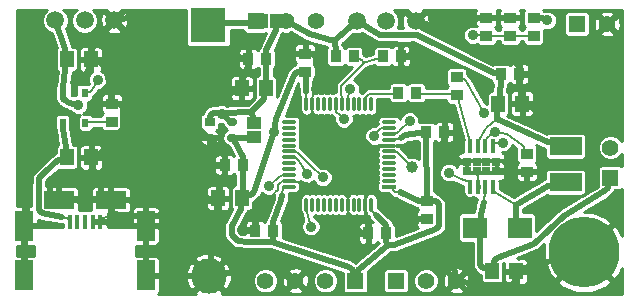
<source format=gtl>
G04 (created by PCBNEW (2013-05-16 BZR 4016)-stable) date 22/07/2013 12:31:48*
%MOIN*%
G04 Gerber Fmt 3.4, Leading zero omitted, Abs format*
%FSLAX34Y34*%
G01*
G70*
G90*
G04 APERTURE LIST*
%ADD10C,0.00590551*%
%ADD11R,0.0590551X0.0984252*%
%ADD12R,0.0984252X0.0590551*%
%ADD13R,0.015748X0.0492126*%
%ADD14C,0.0394*%
%ADD15R,0.02X0.03*%
%ADD16R,0.0386X0.045*%
%ADD17R,0.045X0.0386*%
%ADD18R,0.1181X0.1181*%
%ADD19C,0.1181*%
%ADD20R,0.0551X0.0551*%
%ADD21C,0.0551*%
%ADD22R,0.055X0.055*%
%ADD23C,0.055*%
%ADD24R,0.0354X0.0276*%
%ADD25O,0.0354X0.0276*%
%ADD26R,0.04X0.035*%
%ADD27R,0.035X0.04*%
%ADD28R,0.0472X0.0118*%
%ADD29O,0.0472X0.0118*%
%ADD30O,0.0118X0.0472*%
%ADD31R,0.105X0.06*%
%ADD32C,0.2362*%
%ADD33R,0.0145669X0.0472441*%
%ADD34O,0.0145669X0.0472441*%
%ADD35R,0.0314961X0.0314961*%
%ADD36R,0.0787X0.0709*%
%ADD37R,0.045X0.055*%
%ADD38C,0.0591*%
%ADD39C,0.0354331*%
%ADD40C,0.019685*%
%ADD41C,0.00787402*%
%ADD42C,0.00984252*%
G04 APERTURE END LIST*
G54D10*
G54D11*
X45807Y-58090D03*
X49862Y-58090D03*
X45807Y-56437D03*
X49862Y-56437D03*
G54D12*
X46968Y-55570D03*
X48700Y-55570D03*
G54D13*
X47322Y-56309D03*
X47578Y-56309D03*
X47834Y-56309D03*
X48090Y-56309D03*
X48346Y-56309D03*
G54D14*
X58725Y-54473D03*
G54D15*
X47850Y-52002D03*
X47100Y-52002D03*
X47850Y-53002D03*
X47475Y-52002D03*
X47100Y-53002D03*
G54D16*
X53745Y-49606D03*
X54209Y-49606D03*
G54D17*
X53476Y-53016D03*
X53476Y-53480D03*
G54D18*
X51954Y-49746D03*
G54D19*
X51964Y-58110D03*
G54D20*
X56854Y-58267D03*
G54D21*
X55854Y-58267D03*
X54854Y-58267D03*
X53854Y-58267D03*
G54D22*
X58212Y-58267D03*
G54D23*
X59212Y-58267D03*
X60212Y-58267D03*
G54D22*
X53527Y-49606D03*
G54D23*
X54527Y-49606D03*
X55527Y-49606D03*
G54D22*
X64244Y-49711D03*
G54D23*
X65244Y-49711D03*
G54D22*
X65354Y-54830D03*
G54D23*
X65354Y-53830D03*
G54D24*
X51990Y-52982D03*
G54D25*
X51990Y-53494D03*
X52738Y-53494D03*
X52738Y-52982D03*
G54D26*
X48735Y-52960D03*
X48735Y-52360D03*
X62564Y-54037D03*
X62564Y-54637D03*
G54D27*
X56196Y-50787D03*
X56796Y-50787D03*
G54D26*
X62795Y-49503D03*
X62795Y-50103D03*
X61220Y-50103D03*
X61220Y-49503D03*
G54D27*
X57770Y-50787D03*
X58370Y-50787D03*
G54D28*
X57972Y-55138D03*
G54D29*
X57972Y-54942D03*
X57972Y-54745D03*
X57972Y-54548D03*
X57972Y-54351D03*
X57972Y-54154D03*
X57972Y-53957D03*
X57972Y-53760D03*
X57972Y-53564D03*
X57972Y-53367D03*
X57972Y-53170D03*
X57973Y-52973D03*
G54D30*
X57380Y-52382D03*
X57184Y-52382D03*
X56987Y-52382D03*
X56790Y-52382D03*
X56593Y-52382D03*
X56396Y-52382D03*
X56199Y-52382D03*
X56003Y-52382D03*
X55806Y-52382D03*
X55609Y-52382D03*
X55413Y-52382D03*
X55216Y-52382D03*
G54D29*
X54625Y-52972D03*
X54625Y-53169D03*
X54625Y-53366D03*
X54625Y-53563D03*
X54625Y-53760D03*
X54625Y-53957D03*
X54625Y-54154D03*
X54625Y-54350D03*
X54625Y-54547D03*
X54625Y-54744D03*
X54625Y-54941D03*
X54625Y-55138D03*
G54D30*
X55216Y-55728D03*
X55413Y-55728D03*
X55610Y-55728D03*
X55807Y-55728D03*
X56004Y-55728D03*
X56201Y-55728D03*
X56397Y-55728D03*
X56594Y-55728D03*
X56791Y-55728D03*
X56988Y-55728D03*
X57185Y-55728D03*
X57382Y-55728D03*
G54D31*
X63858Y-54981D03*
X63858Y-53781D03*
G54D32*
X64488Y-57322D03*
G54D33*
X61435Y-53790D03*
G54D34*
X61179Y-53790D03*
X60923Y-53790D03*
X60667Y-53790D03*
X60667Y-55129D03*
X60923Y-55129D03*
X61179Y-55129D03*
X61435Y-55129D03*
G54D35*
X61524Y-54617D03*
X61209Y-54617D03*
X60894Y-54617D03*
X60579Y-54617D03*
X61524Y-54302D03*
X61209Y-54302D03*
X60894Y-54302D03*
X60579Y-54302D03*
G54D36*
X60824Y-56496D03*
X62324Y-56496D03*
G54D37*
X61411Y-57952D03*
X62211Y-57952D03*
X61607Y-52362D03*
X62407Y-52362D03*
X53077Y-55511D03*
X52277Y-55511D03*
X47245Y-54152D03*
X48045Y-54152D03*
X47232Y-50888D03*
X48032Y-50888D03*
X53864Y-51850D03*
X53064Y-51850D03*
G54D26*
X62007Y-50103D03*
X62007Y-49503D03*
G54D27*
X61707Y-51377D03*
X62307Y-51377D03*
X59207Y-53315D03*
X59807Y-53315D03*
X53095Y-54409D03*
X52495Y-54409D03*
X53882Y-50866D03*
X53282Y-50866D03*
G54D26*
X55175Y-51294D03*
X55175Y-50694D03*
G54D27*
X54110Y-56595D03*
X53510Y-56595D03*
X57881Y-56693D03*
X57281Y-56693D03*
G54D26*
X59251Y-55605D03*
X59251Y-56205D03*
G54D38*
X47829Y-49589D03*
X57874Y-49606D03*
X48813Y-49589D03*
X58858Y-49606D03*
X56889Y-49606D03*
X46845Y-49589D03*
G54D26*
X60236Y-51471D03*
X60236Y-52071D03*
G54D27*
X58882Y-52007D03*
X58282Y-52007D03*
G54D39*
X54129Y-53303D03*
X63251Y-49586D03*
X47618Y-52409D03*
X52401Y-52712D03*
X58659Y-52953D03*
X56681Y-51889D03*
X48259Y-51574D03*
X55228Y-54704D03*
X55366Y-56460D03*
X53964Y-55114D03*
X55767Y-54822D03*
X58795Y-56295D03*
X57452Y-55236D03*
X45937Y-55671D03*
X46661Y-55000D03*
X52850Y-50748D03*
X54535Y-50704D03*
X58759Y-50437D03*
X59748Y-53771D03*
X58661Y-53771D03*
X53078Y-56590D03*
X64740Y-52263D03*
X63740Y-53224D03*
X45866Y-49606D03*
X45866Y-50984D03*
X45866Y-52559D03*
X45866Y-54133D03*
X49409Y-54133D03*
X49212Y-50984D03*
X50000Y-49409D03*
X50787Y-50393D03*
X50590Y-52165D03*
X50984Y-53937D03*
X50787Y-55314D03*
X50984Y-57086D03*
X54724Y-56102D03*
X54330Y-57480D03*
X53149Y-57480D03*
X56299Y-56889D03*
X56692Y-54724D03*
X55708Y-53937D03*
X56889Y-53740D03*
X51968Y-50984D03*
X57480Y-51574D03*
X60039Y-49409D03*
X63188Y-50787D03*
X64763Y-50787D03*
X65354Y-52559D03*
X62992Y-55905D03*
X65354Y-55905D03*
X60236Y-55511D03*
X60039Y-57086D03*
X59055Y-57480D03*
X55708Y-51377D03*
X61511Y-53295D03*
X61125Y-52673D03*
X57480Y-53440D03*
X59972Y-54665D03*
X61767Y-53661D03*
X60763Y-50086D03*
X56468Y-52874D03*
G54D40*
X57056Y-57815D02*
X57948Y-57070D01*
X56952Y-57918D02*
X57056Y-57815D01*
X56952Y-57992D02*
X56952Y-57918D01*
X56952Y-58090D02*
X56952Y-57992D01*
X56854Y-58267D02*
X56952Y-58090D01*
X53349Y-53494D02*
X53476Y-53480D01*
X53251Y-53494D02*
X53349Y-53494D01*
X52777Y-53494D02*
X53251Y-53494D01*
X52738Y-53494D02*
X52777Y-53494D01*
X53095Y-54307D02*
X53095Y-54409D01*
X53095Y-54209D02*
X53095Y-54307D01*
X53095Y-54136D02*
X53095Y-54209D01*
X52777Y-53494D02*
X53095Y-54136D01*
X52738Y-53494D02*
X52777Y-53494D01*
X58514Y-53417D02*
X58385Y-53496D01*
X58958Y-53338D02*
X58514Y-53417D01*
X59032Y-53338D02*
X58958Y-53338D01*
X59130Y-53338D02*
X59032Y-53338D01*
X59207Y-53315D02*
X59130Y-53338D01*
X53095Y-55335D02*
X53077Y-55511D01*
X53095Y-55236D02*
X53095Y-55335D01*
X53095Y-54609D02*
X53095Y-55236D01*
X53095Y-54511D02*
X53095Y-54609D01*
X53095Y-54409D02*
X53095Y-54511D01*
X55198Y-51542D02*
X55204Y-51968D01*
X55198Y-51469D02*
X55198Y-51542D01*
X55198Y-51370D02*
X55198Y-51469D01*
X55175Y-51294D02*
X55198Y-51370D01*
X54378Y-55586D02*
X54401Y-55401D01*
X54110Y-56323D02*
X54378Y-55586D01*
X54110Y-56395D02*
X54110Y-56323D01*
X54110Y-56494D02*
X54110Y-56395D01*
X54110Y-56595D02*
X54110Y-56494D01*
X57778Y-56318D02*
X57535Y-56086D01*
X57881Y-56420D02*
X57778Y-56318D01*
X57881Y-56493D02*
X57881Y-56420D01*
X57881Y-56591D02*
X57881Y-56493D01*
X57881Y-56693D02*
X57881Y-56591D01*
X58979Y-55605D02*
X58346Y-55311D01*
X59051Y-55605D02*
X58979Y-55605D01*
X59150Y-55605D02*
X59051Y-55605D01*
X59251Y-55605D02*
X59150Y-55605D01*
X58129Y-57070D02*
X57948Y-57070D01*
X59525Y-56557D02*
X58129Y-57070D01*
X59629Y-56453D02*
X59525Y-56557D01*
X59629Y-56307D02*
X59629Y-56453D01*
X59629Y-55957D02*
X59629Y-56307D01*
X59626Y-55708D02*
X59629Y-55957D01*
X59524Y-55605D02*
X59626Y-55708D01*
X59451Y-55605D02*
X59524Y-55605D01*
X59353Y-55605D02*
X59451Y-55605D01*
X59251Y-55605D02*
X59353Y-55605D01*
X59207Y-53417D02*
X59207Y-53315D01*
X59207Y-53515D02*
X59207Y-53417D01*
X59207Y-53587D02*
X59207Y-53515D01*
X59229Y-55357D02*
X59207Y-53587D01*
X59229Y-55430D02*
X59229Y-55357D01*
X59229Y-55528D02*
X59229Y-55430D01*
X59251Y-55605D02*
X59229Y-55528D01*
G54D41*
X58257Y-55315D02*
X58346Y-55311D01*
X58159Y-55315D02*
X58257Y-55315D01*
X58090Y-55246D02*
X58159Y-55315D01*
X58090Y-55197D02*
X58090Y-55246D01*
X58090Y-55157D02*
X58090Y-55197D01*
X57972Y-55138D02*
X58090Y-55157D01*
X58222Y-53544D02*
X58385Y-53496D01*
X58149Y-53564D02*
X58222Y-53544D01*
X57972Y-53564D02*
X58149Y-53564D01*
G54D40*
X53261Y-56972D02*
X54074Y-56976D01*
X52931Y-56945D02*
X53261Y-56972D01*
X52724Y-56737D02*
X52931Y-56945D01*
X52724Y-56443D02*
X52724Y-56737D01*
X53029Y-55860D02*
X52724Y-56443D01*
X53029Y-55786D02*
X53029Y-55860D01*
X53029Y-55688D02*
X53029Y-55786D01*
X53077Y-55511D02*
X53029Y-55688D01*
X53479Y-55310D02*
X54129Y-53303D01*
X53375Y-55414D02*
X53479Y-55310D01*
X53302Y-55414D02*
X53375Y-55414D01*
X53203Y-55414D02*
X53302Y-55414D01*
X53077Y-55511D02*
X53203Y-55414D01*
X62896Y-49503D02*
X62795Y-49503D01*
X62995Y-49503D02*
X62896Y-49503D01*
X63067Y-49503D02*
X62995Y-49503D01*
X63251Y-49586D02*
X63067Y-49503D01*
X55074Y-51294D02*
X55175Y-51294D01*
X54975Y-51294D02*
X55074Y-51294D01*
X54903Y-51294D02*
X54975Y-51294D01*
X54800Y-51396D02*
X54903Y-51294D01*
X54211Y-52874D02*
X54800Y-51396D01*
X54129Y-53303D02*
X54211Y-52874D01*
G54D41*
X57382Y-55905D02*
X57382Y-55728D01*
X57535Y-56086D02*
X57382Y-55905D01*
X54448Y-55138D02*
X54625Y-55138D01*
X54401Y-55401D02*
X54448Y-55138D01*
G54D40*
X57881Y-56794D02*
X57881Y-56693D01*
X57881Y-56893D02*
X57881Y-56794D01*
X57881Y-56965D02*
X57881Y-56893D01*
X57948Y-57070D02*
X57881Y-56965D01*
G54D41*
X55216Y-52205D02*
X55216Y-52382D01*
X55204Y-51968D02*
X55216Y-52205D01*
G54D40*
X54110Y-56697D02*
X54110Y-56595D01*
X54110Y-56795D02*
X54110Y-56697D01*
X54110Y-56868D02*
X54110Y-56795D01*
X54074Y-56976D02*
X54110Y-56868D01*
X56756Y-58090D02*
X56854Y-58267D01*
X56756Y-57992D02*
X56756Y-58090D01*
X56756Y-57918D02*
X56756Y-57992D01*
X56652Y-57814D02*
X56756Y-57918D01*
X54074Y-56976D02*
X56652Y-57814D01*
G54D41*
X47239Y-56164D02*
X47062Y-56133D01*
G54D40*
X47245Y-54152D02*
X47118Y-54250D01*
X47118Y-54250D02*
X47020Y-54250D01*
X47020Y-54250D02*
X46946Y-54250D01*
X46946Y-54250D02*
X46514Y-54645D01*
X46514Y-54645D02*
X46306Y-54853D01*
X46306Y-54853D02*
X46293Y-55185D01*
X46293Y-55185D02*
X46293Y-55775D01*
X46293Y-55775D02*
X46293Y-55922D01*
X46293Y-55922D02*
X46397Y-56026D01*
X46397Y-56026D02*
X47062Y-56133D01*
G54D41*
X47317Y-56292D02*
X47278Y-56164D01*
X47278Y-56164D02*
X47239Y-56164D01*
G54D40*
X47197Y-53976D02*
X47245Y-54152D01*
X47197Y-53877D02*
X47197Y-53976D01*
X47197Y-53804D02*
X47197Y-53877D01*
X47100Y-53194D02*
X47197Y-53804D01*
X47100Y-53152D02*
X47100Y-53194D01*
X47100Y-53054D02*
X47100Y-53152D01*
X47100Y-53002D02*
X47100Y-53054D01*
X47301Y-52330D02*
X47618Y-52409D01*
X47158Y-52252D02*
X47301Y-52330D01*
X47100Y-52194D02*
X47158Y-52252D01*
X47100Y-52152D02*
X47100Y-52194D01*
X47100Y-52054D02*
X47100Y-52152D01*
X47100Y-52002D02*
X47100Y-52054D01*
X53882Y-50764D02*
X53882Y-50866D01*
X53882Y-50666D02*
X53882Y-50764D01*
X53882Y-50593D02*
X53882Y-50666D01*
X54193Y-49904D02*
X53882Y-50593D01*
X54193Y-49831D02*
X54193Y-49904D01*
X54193Y-49732D02*
X54193Y-49831D01*
X54209Y-49606D02*
X54193Y-49732D01*
X54303Y-49606D02*
X54209Y-49606D01*
X54402Y-49606D02*
X54303Y-49606D01*
X54527Y-49606D02*
X54402Y-49606D01*
X52240Y-52667D02*
X52401Y-52712D01*
X52094Y-52667D02*
X52240Y-52667D01*
X51990Y-52770D02*
X52094Y-52667D01*
X51990Y-52844D02*
X51990Y-52770D01*
X51990Y-52942D02*
X51990Y-52844D01*
X51990Y-52982D02*
X51990Y-52942D01*
X52699Y-52982D02*
X52401Y-52712D01*
X52738Y-52982D02*
X52699Y-52982D01*
X56196Y-50514D02*
X56133Y-50283D01*
X56196Y-50587D02*
X56196Y-50514D01*
X56196Y-50685D02*
X56196Y-50587D01*
X56196Y-50787D02*
X56196Y-50685D01*
X53882Y-51673D02*
X53864Y-51850D01*
X53882Y-51575D02*
X53882Y-51673D01*
X53882Y-51066D02*
X53882Y-51575D01*
X53882Y-50967D02*
X53882Y-51066D01*
X53882Y-50866D02*
X53882Y-50967D01*
X63259Y-53658D02*
X61578Y-52893D01*
X63333Y-53658D02*
X63259Y-53658D01*
X63431Y-53658D02*
X63333Y-53658D01*
X63858Y-53781D02*
X63431Y-53658D01*
G54D41*
X61389Y-52999D02*
X61578Y-52893D01*
X61216Y-53172D02*
X61389Y-52999D01*
X60923Y-53627D02*
X61216Y-53172D01*
X60923Y-53790D02*
X60923Y-53627D01*
G54D40*
X61707Y-51479D02*
X61707Y-51377D01*
X61707Y-51577D02*
X61707Y-51479D01*
X61707Y-51650D02*
X61707Y-51577D01*
X61655Y-52013D02*
X61707Y-51650D01*
X61655Y-52087D02*
X61655Y-52013D01*
X61655Y-52185D02*
X61655Y-52087D01*
X61607Y-52362D02*
X61655Y-52185D01*
X47100Y-51951D02*
X47100Y-52002D01*
X47100Y-51852D02*
X47100Y-51951D01*
X47100Y-51811D02*
X47100Y-51852D01*
X47185Y-51236D02*
X47100Y-51811D01*
X47185Y-51163D02*
X47185Y-51236D01*
X47185Y-51065D02*
X47185Y-51163D01*
X47232Y-50888D02*
X47185Y-51065D01*
X53712Y-52302D02*
X53362Y-52649D01*
X53816Y-52198D02*
X53712Y-52302D01*
X53816Y-52125D02*
X53816Y-52198D01*
X53816Y-52026D02*
X53816Y-52125D01*
X53864Y-51850D02*
X53816Y-52026D01*
X61631Y-51355D02*
X61707Y-51377D01*
X61532Y-51355D02*
X61631Y-51355D01*
X61459Y-51355D02*
X61532Y-51355D01*
X58906Y-50082D02*
X61459Y-51355D01*
X57678Y-50079D02*
X58906Y-50082D01*
X56889Y-49606D02*
X57678Y-50079D01*
X56889Y-49606D02*
X56133Y-50283D01*
X47184Y-50711D02*
X47232Y-50888D01*
X47184Y-50613D02*
X47184Y-50711D01*
X47184Y-50540D02*
X47184Y-50613D01*
X46845Y-49589D02*
X47184Y-50540D01*
X55340Y-50058D02*
X54527Y-49606D01*
X56133Y-50283D02*
X55340Y-50058D01*
X53428Y-52921D02*
X53476Y-53016D01*
X53428Y-52823D02*
X53428Y-52921D01*
X53362Y-52649D02*
X53428Y-52823D01*
X52646Y-52666D02*
X52401Y-52712D01*
X53177Y-52645D02*
X52646Y-52666D01*
X53324Y-52645D02*
X53177Y-52645D01*
X53362Y-52649D02*
X53324Y-52645D01*
X61578Y-52538D02*
X61607Y-52362D01*
X61578Y-52637D02*
X61578Y-52538D01*
X61578Y-52893D02*
X61578Y-52637D01*
X53350Y-49676D02*
X53527Y-49606D01*
X53252Y-49676D02*
X53350Y-49676D01*
X52544Y-49676D02*
X53252Y-49676D01*
X52446Y-49676D02*
X52544Y-49676D01*
X51954Y-49746D02*
X52446Y-49676D01*
X53650Y-49606D02*
X53745Y-49606D01*
X53552Y-49606D02*
X53650Y-49606D01*
X53527Y-49606D02*
X53552Y-49606D01*
G54D41*
X58296Y-53279D02*
X58659Y-52953D01*
X58222Y-53347D02*
X58296Y-53279D01*
X58149Y-53367D02*
X58222Y-53347D01*
X57972Y-53367D02*
X58149Y-53367D01*
X48068Y-51901D02*
X48259Y-51574D01*
X47999Y-51970D02*
X48068Y-51901D01*
X47950Y-51970D02*
X47999Y-51970D01*
X47910Y-51970D02*
X47950Y-51970D01*
X47850Y-52002D02*
X47910Y-51970D01*
X56612Y-52131D02*
X56681Y-51889D01*
X56593Y-52205D02*
X56612Y-52131D01*
X56593Y-52382D02*
X56593Y-52205D01*
X58147Y-52027D02*
X58282Y-52007D01*
X58107Y-52027D02*
X58147Y-52027D01*
X57306Y-52027D02*
X58107Y-52027D01*
X57202Y-52131D02*
X57306Y-52027D01*
X57184Y-52205D02*
X57202Y-52131D01*
X57184Y-52382D02*
X57184Y-52205D01*
X54979Y-54276D02*
X55228Y-54704D01*
X54875Y-54172D02*
X54979Y-54276D01*
X54802Y-54154D02*
X54875Y-54172D01*
X54625Y-54154D02*
X54802Y-54154D01*
X55235Y-55978D02*
X55366Y-56460D01*
X55216Y-55905D02*
X55235Y-55978D01*
X55216Y-55728D02*
X55216Y-55905D01*
X54309Y-54803D02*
X53964Y-55114D01*
X54374Y-54763D02*
X54309Y-54803D01*
X54448Y-54744D02*
X54374Y-54763D01*
X54625Y-54744D02*
X54448Y-54744D01*
X55350Y-54409D02*
X55767Y-54822D01*
X54940Y-54015D02*
X55350Y-54409D01*
X54875Y-53976D02*
X54940Y-54015D01*
X54802Y-53957D02*
X54875Y-53976D01*
X54625Y-53957D02*
X54802Y-53957D01*
G54D40*
X58402Y-51363D02*
X58370Y-50787D01*
X57480Y-51574D02*
X58402Y-51363D01*
X60039Y-49409D02*
X60401Y-50090D01*
X62679Y-51378D02*
X62307Y-51377D01*
X63188Y-50787D02*
X62679Y-51378D01*
X60080Y-56234D02*
X60039Y-57086D01*
X60236Y-55511D02*
X60080Y-56234D01*
X60039Y-57086D02*
X60212Y-58267D01*
X59055Y-57480D02*
X60039Y-57086D01*
X56692Y-54724D02*
X57452Y-55236D01*
X55708Y-53937D02*
X56889Y-53740D01*
X56692Y-54724D02*
X55708Y-53937D01*
X57204Y-56670D02*
X57281Y-56693D01*
X57106Y-56670D02*
X57204Y-56670D01*
X57032Y-56670D02*
X57106Y-56670D01*
X56928Y-56566D02*
X57032Y-56670D01*
X56781Y-56272D02*
X56928Y-56566D01*
X56299Y-56889D02*
X56781Y-56272D01*
X55081Y-55059D02*
X55039Y-55019D01*
X55290Y-55111D02*
X55081Y-55059D01*
X54868Y-55536D02*
X55290Y-55111D01*
X54724Y-56102D02*
X54868Y-55536D01*
X53666Y-57814D02*
X53169Y-57901D01*
X54041Y-57814D02*
X53666Y-57814D01*
X54330Y-57480D02*
X54041Y-57814D01*
X53169Y-57901D02*
X51964Y-58110D01*
X53149Y-57480D02*
X53169Y-57901D01*
X52150Y-55609D02*
X52277Y-55511D01*
X52052Y-55609D02*
X52150Y-55609D01*
X51978Y-55609D02*
X52052Y-55609D01*
X50967Y-55895D02*
X51978Y-55609D01*
X50984Y-57086D02*
X50967Y-55895D01*
X50984Y-53937D02*
X50787Y-55314D01*
X49409Y-54133D02*
X50984Y-53937D01*
X49409Y-54133D02*
X48045Y-54152D01*
X50590Y-52165D02*
X51968Y-50984D01*
X50787Y-50393D02*
X50590Y-52165D01*
X49212Y-50984D02*
X50787Y-50393D01*
X50000Y-49409D02*
X49212Y-50984D01*
X48813Y-49589D02*
X50000Y-49409D01*
X45866Y-50984D02*
X45866Y-49606D01*
X45866Y-52559D02*
X45866Y-50984D01*
X45866Y-54133D02*
X45937Y-55671D01*
X45866Y-54133D02*
X45866Y-52559D01*
X55553Y-51542D02*
X55484Y-51905D01*
X55708Y-51377D02*
X55553Y-51542D01*
X45802Y-56813D02*
X45802Y-56419D01*
X45802Y-56912D02*
X45802Y-56813D01*
X45802Y-57581D02*
X45802Y-56912D01*
X45802Y-57679D02*
X45802Y-57581D01*
X45802Y-58073D02*
X45802Y-57679D01*
X50152Y-58110D02*
X51964Y-58110D01*
X50053Y-58110D02*
X50152Y-58110D01*
X49857Y-58073D02*
X50053Y-58110D01*
X45920Y-55854D02*
X45937Y-55671D01*
X45920Y-55927D02*
X45920Y-55854D01*
X45920Y-56026D02*
X45920Y-55927D01*
X45802Y-56419D02*
X45920Y-56026D01*
X49857Y-57679D02*
X49857Y-58073D01*
X49857Y-57581D02*
X49857Y-57679D01*
X49857Y-56912D02*
X49857Y-57581D01*
X49857Y-56813D02*
X49857Y-56912D01*
X49857Y-56419D02*
X49857Y-56813D01*
X50225Y-56105D02*
X50967Y-55895D01*
X50152Y-56105D02*
X50225Y-56105D01*
X50053Y-56105D02*
X50152Y-56105D01*
X49857Y-56419D02*
X50053Y-56105D01*
X48302Y-55553D02*
X48695Y-55553D01*
X48203Y-55553D02*
X48302Y-55553D01*
X47455Y-55553D02*
X48203Y-55553D01*
X47357Y-55553D02*
X47455Y-55553D01*
X46963Y-55553D02*
X47357Y-55553D01*
X48724Y-55849D02*
X48724Y-56027D01*
X48724Y-55750D02*
X48724Y-55849D01*
X48695Y-55553D02*
X48724Y-55750D01*
G54D41*
X48302Y-56292D02*
X48341Y-56292D01*
X48262Y-56292D02*
X48302Y-56292D01*
X48164Y-56292D02*
X48262Y-56292D01*
X48124Y-56292D02*
X48164Y-56292D01*
X48085Y-56292D02*
X48124Y-56292D01*
X48469Y-56164D02*
X48724Y-56027D01*
X48420Y-56164D02*
X48469Y-56164D01*
X48380Y-56164D02*
X48420Y-56164D01*
X48341Y-56292D02*
X48380Y-56164D01*
G54D40*
X52229Y-55688D02*
X52277Y-55511D01*
X52229Y-55786D02*
X52229Y-55688D01*
X52229Y-55860D02*
X52229Y-55786D01*
X51964Y-58110D02*
X52229Y-55860D01*
X54854Y-58267D02*
X54041Y-57814D01*
X62163Y-58129D02*
X62211Y-57952D01*
X62163Y-58227D02*
X62163Y-58129D01*
X62163Y-58301D02*
X62163Y-58227D01*
X62059Y-58405D02*
X62163Y-58301D01*
X61912Y-58405D02*
X62059Y-58405D01*
X61112Y-58405D02*
X61912Y-58405D01*
X60212Y-58267D02*
X61112Y-58405D01*
X52937Y-51948D02*
X53064Y-51850D01*
X52839Y-51948D02*
X52937Y-51948D01*
X51979Y-52391D02*
X52839Y-51948D01*
X51714Y-52656D02*
X51979Y-52391D01*
X51636Y-52770D02*
X51714Y-52656D01*
X51636Y-53046D02*
X51636Y-52770D01*
X51636Y-53193D02*
X51636Y-53046D01*
X51740Y-53297D02*
X51636Y-53193D01*
X51951Y-53494D02*
X51740Y-53297D01*
X51990Y-53494D02*
X51951Y-53494D01*
X52495Y-54307D02*
X52495Y-54409D01*
X52495Y-54209D02*
X52495Y-54307D01*
X52495Y-54136D02*
X52495Y-54209D01*
X52029Y-53494D02*
X52495Y-54136D01*
X51990Y-53494D02*
X52029Y-53494D01*
X48171Y-54055D02*
X48045Y-54152D01*
X48270Y-54055D02*
X48171Y-54055D01*
X48343Y-54055D02*
X48270Y-54055D01*
X48447Y-53951D02*
X48343Y-54055D01*
X49112Y-53208D02*
X48447Y-53951D01*
X49112Y-53061D02*
X49112Y-53208D01*
X49112Y-52711D02*
X49112Y-53061D01*
X49110Y-52462D02*
X49112Y-52711D01*
X49007Y-52360D02*
X49110Y-52462D01*
X48935Y-52360D02*
X49007Y-52360D01*
X48836Y-52360D02*
X48935Y-52360D01*
X48735Y-52360D02*
X48836Y-52360D01*
X48159Y-50986D02*
X48032Y-50888D01*
X48257Y-50986D02*
X48159Y-50986D01*
X48331Y-50986D02*
X48257Y-50986D01*
X48434Y-51090D02*
X48331Y-50986D01*
X48614Y-51427D02*
X48434Y-51090D01*
X48712Y-52111D02*
X48614Y-51427D01*
X48712Y-52185D02*
X48712Y-52111D01*
X48712Y-52283D02*
X48712Y-52185D01*
X48735Y-52360D02*
X48712Y-52283D01*
X61906Y-49503D02*
X62007Y-49503D01*
X61807Y-49503D02*
X61906Y-49503D01*
X61420Y-49503D02*
X61807Y-49503D01*
X61322Y-49503D02*
X61420Y-49503D01*
X61220Y-49503D02*
X61322Y-49503D01*
X60409Y-49939D02*
X60401Y-50090D01*
X60616Y-49732D02*
X60409Y-49939D01*
X60947Y-49503D02*
X60616Y-49732D01*
X61020Y-49503D02*
X60947Y-49503D01*
X61118Y-49503D02*
X61020Y-49503D01*
X61220Y-49503D02*
X61118Y-49503D01*
X58723Y-50660D02*
X58759Y-50437D01*
X58619Y-50764D02*
X58723Y-50660D01*
X58545Y-50764D02*
X58619Y-50764D01*
X58447Y-50764D02*
X58545Y-50764D01*
X58370Y-50787D02*
X58447Y-50764D01*
X60409Y-50233D02*
X60401Y-50090D01*
X60616Y-50441D02*
X60409Y-50233D01*
X62205Y-51002D02*
X60616Y-50441D01*
X62307Y-51105D02*
X62205Y-51002D01*
X62307Y-51177D02*
X62307Y-51105D01*
X62307Y-51276D02*
X62307Y-51177D01*
X62307Y-51377D02*
X62307Y-51276D01*
X59807Y-53587D02*
X59748Y-53771D01*
X59807Y-53515D02*
X59807Y-53587D01*
X59807Y-53417D02*
X59807Y-53515D01*
X59807Y-53315D02*
X59807Y-53417D01*
X52324Y-55335D02*
X52277Y-55511D01*
X52324Y-55236D02*
X52324Y-55335D01*
X52324Y-55163D02*
X52324Y-55236D01*
X52495Y-54681D02*
X52324Y-55163D01*
X52495Y-54609D02*
X52495Y-54681D01*
X52495Y-54511D02*
X52495Y-54609D01*
X52495Y-54409D02*
X52495Y-54511D01*
X53034Y-50843D02*
X52850Y-50748D01*
X53107Y-50843D02*
X53034Y-50843D01*
X53206Y-50843D02*
X53107Y-50843D01*
X53282Y-50866D02*
X53206Y-50843D01*
X53112Y-51673D02*
X53064Y-51850D01*
X53112Y-51575D02*
X53112Y-51673D01*
X53112Y-51501D02*
X53112Y-51575D01*
X53282Y-51138D02*
X53112Y-51501D01*
X53282Y-51066D02*
X53282Y-51138D01*
X53282Y-50967D02*
X53282Y-51066D01*
X53282Y-50866D02*
X53282Y-50967D01*
X55553Y-51045D02*
X55708Y-51377D01*
X55550Y-50796D02*
X55553Y-51045D01*
X55448Y-50694D02*
X55550Y-50796D01*
X55375Y-50694D02*
X55448Y-50694D01*
X55277Y-50694D02*
X55375Y-50694D01*
X55175Y-50694D02*
X55277Y-50694D01*
X53510Y-56323D02*
X54102Y-55472D01*
X53510Y-56395D02*
X53510Y-56323D01*
X53510Y-56494D02*
X53510Y-56395D01*
X53510Y-56595D02*
X53510Y-56494D01*
X53335Y-56590D02*
X53078Y-56590D01*
X53433Y-56590D02*
X53335Y-56590D01*
X53510Y-56595D02*
X53433Y-56590D01*
G54D41*
X58149Y-53760D02*
X58661Y-53771D01*
X57972Y-53760D02*
X58149Y-53760D01*
X57617Y-53883D02*
X57468Y-54059D01*
X57721Y-53779D02*
X57617Y-53883D01*
X57795Y-53760D02*
X57721Y-53779D01*
X57972Y-53760D02*
X57795Y-53760D01*
X55413Y-52205D02*
X55484Y-51905D01*
X55413Y-52382D02*
X55413Y-52205D01*
X54875Y-54960D02*
X55039Y-55019D01*
X54802Y-54941D02*
X54875Y-54960D01*
X54625Y-54941D02*
X54802Y-54941D01*
X54184Y-55311D02*
X54102Y-55472D01*
X54260Y-55236D02*
X54184Y-55311D01*
X54270Y-55064D02*
X54260Y-55236D01*
X54374Y-54960D02*
X54270Y-55064D01*
X54448Y-54941D02*
X54374Y-54960D01*
X54625Y-54941D02*
X54448Y-54941D01*
X56613Y-55978D02*
X56716Y-56141D01*
X56594Y-55905D02*
X56613Y-55978D01*
X56594Y-55728D02*
X56594Y-55905D01*
X56470Y-55373D02*
X56102Y-55314D01*
X56574Y-55477D02*
X56470Y-55373D01*
X56594Y-55551D02*
X56574Y-55477D01*
X56594Y-55728D02*
X56594Y-55551D01*
X57185Y-55905D02*
X57224Y-56141D01*
X57185Y-55728D02*
X57185Y-55905D01*
X60923Y-54735D02*
X60894Y-54617D01*
X60923Y-54775D02*
X60923Y-54735D01*
X60923Y-54965D02*
X60923Y-54775D01*
X60923Y-55129D02*
X60923Y-54965D01*
G54D40*
X62462Y-54637D02*
X62564Y-54637D01*
X62364Y-54637D02*
X62462Y-54637D01*
X62291Y-54637D02*
X62364Y-54637D01*
X61746Y-54617D02*
X62291Y-54637D01*
X61681Y-54617D02*
X61746Y-54617D01*
X61583Y-54617D02*
X61681Y-54617D01*
X61524Y-54617D02*
X61583Y-54617D01*
X62509Y-57854D02*
X64488Y-57322D01*
X62436Y-57854D02*
X62509Y-57854D01*
X62337Y-57854D02*
X62436Y-57854D01*
X62211Y-57952D02*
X62337Y-57854D01*
X62706Y-52460D02*
X63740Y-53224D01*
X62632Y-52460D02*
X62706Y-52460D01*
X62534Y-52460D02*
X62632Y-52460D01*
X62407Y-52362D02*
X62534Y-52460D01*
X62307Y-51479D02*
X62307Y-51377D01*
X62307Y-51577D02*
X62307Y-51479D01*
X62307Y-51650D02*
X62307Y-51577D01*
X62360Y-52013D02*
X62307Y-51650D01*
X62360Y-52087D02*
X62360Y-52013D01*
X62360Y-52185D02*
X62360Y-52087D01*
X62407Y-52362D02*
X62360Y-52185D01*
X48380Y-55356D02*
X48695Y-55553D01*
X48380Y-55258D02*
X48380Y-55356D01*
X48380Y-55185D02*
X48380Y-55258D01*
X48092Y-54501D02*
X48380Y-55185D01*
X48092Y-54427D02*
X48092Y-54501D01*
X48092Y-54329D02*
X48092Y-54427D01*
X48045Y-54152D02*
X48092Y-54329D01*
X47475Y-51951D02*
X47475Y-52002D01*
X47475Y-51852D02*
X47475Y-51951D01*
X47475Y-51811D02*
X47475Y-51852D01*
X47985Y-51236D02*
X47475Y-51811D01*
X47985Y-51163D02*
X47985Y-51236D01*
X47985Y-51065D02*
X47985Y-51163D01*
X48032Y-50888D02*
X47985Y-51065D01*
X48080Y-50711D02*
X48032Y-50888D01*
X48080Y-50613D02*
X48080Y-50711D01*
X48080Y-50540D02*
X48080Y-50613D01*
X48813Y-49589D02*
X48080Y-50540D01*
X58858Y-49606D02*
X60401Y-50090D01*
X64740Y-52263D02*
X63740Y-53224D01*
X60520Y-54302D02*
X60579Y-54302D01*
X60421Y-54302D02*
X60520Y-54302D01*
X60356Y-54302D02*
X60421Y-54302D01*
X59748Y-53771D02*
X60356Y-54302D01*
X55074Y-50694D02*
X55175Y-50694D01*
X54975Y-50694D02*
X55074Y-50694D01*
X54903Y-50694D02*
X54975Y-50694D01*
X54535Y-50704D02*
X54903Y-50694D01*
X46661Y-55356D02*
X46963Y-55553D01*
X46661Y-55258D02*
X46661Y-55356D01*
X46661Y-55000D02*
X46661Y-55258D01*
G54D41*
X57185Y-55551D02*
X57185Y-55728D01*
X57204Y-55477D02*
X57185Y-55551D01*
X57308Y-55373D02*
X57204Y-55477D01*
X57452Y-55236D02*
X57308Y-55373D01*
G54D40*
X59150Y-56205D02*
X59251Y-56205D01*
X59051Y-56205D02*
X59150Y-56205D01*
X58979Y-56205D02*
X59051Y-56205D01*
X58795Y-56295D02*
X58979Y-56205D01*
X56102Y-55314D02*
X55290Y-55111D01*
X56102Y-55314D02*
X56102Y-55314D01*
X49660Y-56105D02*
X49857Y-56419D01*
X49561Y-56105D02*
X49660Y-56105D01*
X49488Y-56105D02*
X49561Y-56105D01*
X48724Y-56027D02*
X49488Y-56105D01*
X56716Y-56141D02*
X56781Y-56272D01*
X57281Y-56591D02*
X57281Y-56693D01*
X57281Y-56493D02*
X57281Y-56591D01*
X57281Y-56420D02*
X57281Y-56493D01*
X57224Y-56141D02*
X57281Y-56420D01*
X57452Y-55236D02*
X57468Y-54059D01*
G54D41*
X60667Y-53627D02*
X60667Y-53790D01*
X60317Y-52295D02*
X60667Y-53627D01*
X60317Y-52246D02*
X60317Y-52295D01*
X60317Y-52207D02*
X60317Y-52246D01*
X60236Y-52071D02*
X60317Y-52207D01*
X60075Y-52039D02*
X60236Y-52071D01*
X60036Y-52039D02*
X60075Y-52039D01*
X59057Y-52039D02*
X60036Y-52039D01*
X59018Y-52039D02*
X59057Y-52039D01*
X58882Y-52007D02*
X59018Y-52039D01*
X61313Y-53436D02*
X61511Y-53295D01*
X61244Y-53505D02*
X61313Y-53436D01*
X61179Y-53627D02*
X61244Y-53505D01*
X61179Y-53790D02*
X61179Y-53627D01*
X60396Y-51528D02*
X60236Y-51471D01*
X60436Y-51528D02*
X60396Y-51528D01*
X60485Y-51528D02*
X60436Y-51528D01*
X60554Y-51597D02*
X60485Y-51528D01*
X61125Y-52673D02*
X60554Y-51597D01*
X62482Y-53901D02*
X62564Y-54037D01*
X62482Y-53862D02*
X62482Y-53901D01*
X62482Y-53813D02*
X62482Y-53862D01*
X62413Y-53744D02*
X62482Y-53813D01*
X61890Y-53365D02*
X62413Y-53744D01*
X61511Y-53295D02*
X61890Y-53365D01*
X57617Y-53293D02*
X57480Y-53440D01*
X57721Y-53189D02*
X57617Y-53293D01*
X57795Y-53170D02*
X57721Y-53189D01*
X57972Y-53170D02*
X57795Y-53170D01*
X60667Y-54965D02*
X60667Y-55129D01*
X60372Y-54893D02*
X60667Y-54965D01*
X59972Y-54665D02*
X60372Y-54893D01*
X61557Y-53672D02*
X61767Y-53661D01*
X61508Y-53672D02*
X61557Y-53672D01*
X61468Y-53672D02*
X61508Y-53672D01*
X61435Y-53790D02*
X61468Y-53672D01*
G54D40*
X61458Y-57776D02*
X61411Y-57952D01*
X61458Y-57677D02*
X61458Y-57776D01*
X61458Y-57604D02*
X61458Y-57677D01*
X61562Y-57500D02*
X61458Y-57604D01*
X62791Y-57027D02*
X61562Y-57500D01*
X63794Y-56095D02*
X62791Y-57027D01*
X65152Y-55283D02*
X63794Y-56095D01*
X65256Y-55179D02*
X65152Y-55283D01*
X65256Y-55105D02*
X65256Y-55179D01*
X65256Y-55007D02*
X65256Y-55105D01*
X65354Y-54830D02*
X65256Y-55007D01*
G54D41*
X61179Y-55292D02*
X61122Y-55645D01*
X61179Y-55129D02*
X61179Y-55292D01*
G54D40*
X61284Y-57855D02*
X61411Y-57952D01*
X61186Y-57855D02*
X61284Y-57855D01*
X61112Y-57855D02*
X61186Y-57855D01*
X61008Y-57751D02*
X61112Y-57855D01*
X61008Y-56850D02*
X61008Y-57751D01*
X61008Y-56752D02*
X61008Y-56850D01*
X60824Y-56496D02*
X61008Y-56752D01*
X61041Y-56240D02*
X60824Y-56496D01*
X61041Y-56141D02*
X61041Y-56240D01*
X61041Y-56068D02*
X61041Y-56141D01*
X61122Y-55645D02*
X61041Y-56068D01*
G54D41*
X61435Y-55292D02*
X62196Y-55732D01*
X61435Y-55129D02*
X61435Y-55292D01*
G54D40*
X63431Y-55104D02*
X63858Y-54981D01*
X63333Y-55104D02*
X63431Y-55104D01*
X63259Y-55104D02*
X63333Y-55104D01*
X62196Y-55732D02*
X63259Y-55104D01*
X62196Y-56240D02*
X62324Y-56496D01*
X62196Y-56141D02*
X62196Y-56240D01*
X62196Y-55732D02*
X62196Y-56141D01*
G54D41*
X61847Y-50103D02*
X62007Y-50103D01*
X61807Y-50103D02*
X61847Y-50103D01*
X61420Y-50103D02*
X61807Y-50103D01*
X61381Y-50103D02*
X61420Y-50103D01*
X61220Y-50103D02*
X61381Y-50103D01*
X62634Y-50103D02*
X62795Y-50103D01*
X62595Y-50103D02*
X62634Y-50103D01*
X62207Y-50103D02*
X62595Y-50103D01*
X62168Y-50103D02*
X62207Y-50103D01*
X62007Y-50103D02*
X62168Y-50103D01*
X56322Y-52736D02*
X56468Y-52874D01*
X56218Y-52632D02*
X56322Y-52736D01*
X56199Y-52559D02*
X56218Y-52632D01*
X56199Y-52382D02*
X56199Y-52559D01*
X61059Y-50086D02*
X61220Y-50103D01*
X61020Y-50086D02*
X61059Y-50086D01*
X60763Y-50086D02*
X61020Y-50086D01*
X58222Y-53976D02*
X58725Y-54473D01*
X58149Y-53957D02*
X58222Y-53976D01*
X57972Y-53957D02*
X58149Y-53957D01*
X57089Y-50938D02*
X57090Y-50996D01*
X57020Y-50869D02*
X57089Y-50938D01*
X56971Y-50869D02*
X57020Y-50869D01*
X56931Y-50869D02*
X56971Y-50869D01*
X56796Y-50787D02*
X56931Y-50869D01*
X57089Y-51036D02*
X57090Y-50996D01*
X56385Y-51767D02*
X57089Y-51036D01*
X56385Y-52012D02*
X56385Y-51767D01*
X56396Y-52205D02*
X56385Y-52012D01*
X56396Y-52382D02*
X56396Y-52205D01*
X57635Y-50869D02*
X57770Y-50787D01*
X57595Y-50869D02*
X57635Y-50869D01*
X57546Y-50869D02*
X57595Y-50869D01*
X57090Y-50996D02*
X57546Y-50869D01*
X48574Y-52981D02*
X48735Y-52960D01*
X48535Y-52981D02*
X48574Y-52981D01*
X47950Y-52981D02*
X48535Y-52981D01*
X47910Y-52981D02*
X47950Y-52981D01*
X47850Y-53002D02*
X47910Y-52981D01*
G54D10*
G36*
X54153Y-55386D02*
X54135Y-55529D01*
X53877Y-56238D01*
X53874Y-56259D01*
X53850Y-56269D01*
X53823Y-56296D01*
X53780Y-56253D01*
X53718Y-56228D01*
X53602Y-56228D01*
X53561Y-56270D01*
X53561Y-56544D01*
X53569Y-56544D01*
X53569Y-56646D01*
X53561Y-56646D01*
X53561Y-56654D01*
X53459Y-56654D01*
X53459Y-56646D01*
X53459Y-56544D01*
X53459Y-56270D01*
X53417Y-56228D01*
X53302Y-56228D01*
X53240Y-56253D01*
X53193Y-56300D01*
X53168Y-56362D01*
X53168Y-56428D01*
X53168Y-56503D01*
X53209Y-56544D01*
X53459Y-56544D01*
X53459Y-56646D01*
X53209Y-56646D01*
X53168Y-56688D01*
X53168Y-56716D01*
X53042Y-56705D01*
X52971Y-56634D01*
X52971Y-56504D01*
X53248Y-55974D01*
X53251Y-55965D01*
X53258Y-55955D01*
X53262Y-55936D01*
X53331Y-55936D01*
X53386Y-55913D01*
X53428Y-55871D01*
X53451Y-55816D01*
X53451Y-55757D01*
X53451Y-55646D01*
X53470Y-55642D01*
X53550Y-55589D01*
X53654Y-55485D01*
X53660Y-55477D01*
X53667Y-55471D01*
X53686Y-55437D01*
X53708Y-55405D01*
X53710Y-55395D01*
X53715Y-55386D01*
X53729Y-55341D01*
X53779Y-55390D01*
X53899Y-55440D01*
X54029Y-55440D01*
X54149Y-55391D01*
X54153Y-55386D01*
X54153Y-55386D01*
G37*
G54D42*
X54153Y-55386D02*
X54135Y-55529D01*
X53877Y-56238D01*
X53874Y-56259D01*
X53850Y-56269D01*
X53823Y-56296D01*
X53780Y-56253D01*
X53718Y-56228D01*
X53602Y-56228D01*
X53561Y-56270D01*
X53561Y-56544D01*
X53569Y-56544D01*
X53569Y-56646D01*
X53561Y-56646D01*
X53561Y-56654D01*
X53459Y-56654D01*
X53459Y-56646D01*
X53459Y-56544D01*
X53459Y-56270D01*
X53417Y-56228D01*
X53302Y-56228D01*
X53240Y-56253D01*
X53193Y-56300D01*
X53168Y-56362D01*
X53168Y-56428D01*
X53168Y-56503D01*
X53209Y-56544D01*
X53459Y-56544D01*
X53459Y-56646D01*
X53209Y-56646D01*
X53168Y-56688D01*
X53168Y-56716D01*
X53042Y-56705D01*
X52971Y-56634D01*
X52971Y-56504D01*
X53248Y-55974D01*
X53251Y-55965D01*
X53258Y-55955D01*
X53262Y-55936D01*
X53331Y-55936D01*
X53386Y-55913D01*
X53428Y-55871D01*
X53451Y-55816D01*
X53451Y-55757D01*
X53451Y-55646D01*
X53470Y-55642D01*
X53550Y-55589D01*
X53654Y-55485D01*
X53660Y-55477D01*
X53667Y-55471D01*
X53686Y-55437D01*
X53708Y-55405D01*
X53710Y-55395D01*
X53715Y-55386D01*
X53729Y-55341D01*
X53779Y-55390D01*
X53899Y-55440D01*
X54029Y-55440D01*
X54149Y-55391D01*
X54153Y-55386D01*
G54D10*
G36*
X56730Y-51136D02*
X56249Y-51636D01*
X56230Y-51666D01*
X56211Y-51695D01*
X56211Y-51697D01*
X56210Y-51698D01*
X56203Y-51733D01*
X56197Y-51767D01*
X56197Y-51989D01*
X56119Y-52005D01*
X56101Y-52017D01*
X56082Y-52005D01*
X56003Y-51989D01*
X55923Y-52005D01*
X55904Y-52017D01*
X55885Y-52005D01*
X55806Y-51989D01*
X55726Y-52005D01*
X55707Y-52017D01*
X55688Y-52005D01*
X55609Y-51989D01*
X55529Y-52005D01*
X55528Y-52006D01*
X55477Y-51988D01*
X55464Y-52001D01*
X55464Y-51978D01*
X55449Y-51978D01*
X55452Y-51965D01*
X55447Y-51601D01*
X55460Y-51595D01*
X55502Y-51553D01*
X55525Y-51499D01*
X55525Y-51439D01*
X55525Y-51089D01*
X55502Y-51034D01*
X55474Y-51007D01*
X55517Y-50963D01*
X55543Y-50902D01*
X55543Y-50486D01*
X55517Y-50424D01*
X55470Y-50377D01*
X55409Y-50351D01*
X55342Y-50351D01*
X55268Y-50351D01*
X55226Y-50393D01*
X55226Y-50643D01*
X55501Y-50643D01*
X55543Y-50601D01*
X55543Y-50486D01*
X55543Y-50902D01*
X55543Y-50786D01*
X55501Y-50745D01*
X55226Y-50745D01*
X55226Y-50752D01*
X55125Y-50752D01*
X55125Y-50745D01*
X55125Y-50643D01*
X55125Y-50393D01*
X55083Y-50351D01*
X55009Y-50351D01*
X54942Y-50351D01*
X54881Y-50377D01*
X54834Y-50424D01*
X54808Y-50486D01*
X54808Y-50601D01*
X54850Y-50643D01*
X55125Y-50643D01*
X55125Y-50745D01*
X54850Y-50745D01*
X54808Y-50786D01*
X54808Y-50902D01*
X54834Y-50963D01*
X54877Y-51007D01*
X54849Y-51034D01*
X54839Y-51059D01*
X54808Y-51065D01*
X54728Y-51119D01*
X54626Y-51220D01*
X54622Y-51223D01*
X54569Y-51304D01*
X54238Y-52136D01*
X54238Y-52095D01*
X54238Y-51545D01*
X54216Y-51490D01*
X54174Y-51448D01*
X54130Y-51430D01*
X54130Y-51197D01*
X54142Y-51192D01*
X54184Y-51150D01*
X54206Y-51095D01*
X54206Y-51036D01*
X54206Y-50636D01*
X54184Y-50581D01*
X54167Y-50564D01*
X54414Y-50018D01*
X54442Y-50030D01*
X54611Y-50030D01*
X54708Y-49990D01*
X55219Y-50274D01*
X55246Y-50283D01*
X55272Y-50296D01*
X55917Y-50479D01*
X55894Y-50502D01*
X55871Y-50557D01*
X55871Y-50616D01*
X55871Y-51016D01*
X55894Y-51071D01*
X55936Y-51113D01*
X55991Y-51136D01*
X56050Y-51136D01*
X56400Y-51136D01*
X56455Y-51113D01*
X56496Y-51073D01*
X56536Y-51113D01*
X56591Y-51136D01*
X56650Y-51136D01*
X56730Y-51136D01*
X56730Y-51136D01*
G37*
G54D42*
X56730Y-51136D02*
X56249Y-51636D01*
X56230Y-51666D01*
X56211Y-51695D01*
X56211Y-51697D01*
X56210Y-51698D01*
X56203Y-51733D01*
X56197Y-51767D01*
X56197Y-51989D01*
X56119Y-52005D01*
X56101Y-52017D01*
X56082Y-52005D01*
X56003Y-51989D01*
X55923Y-52005D01*
X55904Y-52017D01*
X55885Y-52005D01*
X55806Y-51989D01*
X55726Y-52005D01*
X55707Y-52017D01*
X55688Y-52005D01*
X55609Y-51989D01*
X55529Y-52005D01*
X55528Y-52006D01*
X55477Y-51988D01*
X55464Y-52001D01*
X55464Y-51978D01*
X55449Y-51978D01*
X55452Y-51965D01*
X55447Y-51601D01*
X55460Y-51595D01*
X55502Y-51553D01*
X55525Y-51499D01*
X55525Y-51439D01*
X55525Y-51089D01*
X55502Y-51034D01*
X55474Y-51007D01*
X55517Y-50963D01*
X55543Y-50902D01*
X55543Y-50486D01*
X55517Y-50424D01*
X55470Y-50377D01*
X55409Y-50351D01*
X55342Y-50351D01*
X55268Y-50351D01*
X55226Y-50393D01*
X55226Y-50643D01*
X55501Y-50643D01*
X55543Y-50601D01*
X55543Y-50486D01*
X55543Y-50902D01*
X55543Y-50786D01*
X55501Y-50745D01*
X55226Y-50745D01*
X55226Y-50752D01*
X55125Y-50752D01*
X55125Y-50745D01*
X55125Y-50643D01*
X55125Y-50393D01*
X55083Y-50351D01*
X55009Y-50351D01*
X54942Y-50351D01*
X54881Y-50377D01*
X54834Y-50424D01*
X54808Y-50486D01*
X54808Y-50601D01*
X54850Y-50643D01*
X55125Y-50643D01*
X55125Y-50745D01*
X54850Y-50745D01*
X54808Y-50786D01*
X54808Y-50902D01*
X54834Y-50963D01*
X54877Y-51007D01*
X54849Y-51034D01*
X54839Y-51059D01*
X54808Y-51065D01*
X54728Y-51119D01*
X54626Y-51220D01*
X54622Y-51223D01*
X54569Y-51304D01*
X54238Y-52136D01*
X54238Y-52095D01*
X54238Y-51545D01*
X54216Y-51490D01*
X54174Y-51448D01*
X54130Y-51430D01*
X54130Y-51197D01*
X54142Y-51192D01*
X54184Y-51150D01*
X54206Y-51095D01*
X54206Y-51036D01*
X54206Y-50636D01*
X54184Y-50581D01*
X54167Y-50564D01*
X54414Y-50018D01*
X54442Y-50030D01*
X54611Y-50030D01*
X54708Y-49990D01*
X55219Y-50274D01*
X55246Y-50283D01*
X55272Y-50296D01*
X55917Y-50479D01*
X55894Y-50502D01*
X55871Y-50557D01*
X55871Y-50616D01*
X55871Y-51016D01*
X55894Y-51071D01*
X55936Y-51113D01*
X55991Y-51136D01*
X56050Y-51136D01*
X56400Y-51136D01*
X56455Y-51113D01*
X56496Y-51073D01*
X56536Y-51113D01*
X56591Y-51136D01*
X56650Y-51136D01*
X56730Y-51136D01*
G54D10*
G36*
X58967Y-54225D02*
X58922Y-54179D01*
X58794Y-54127D01*
X58657Y-54127D01*
X58647Y-54131D01*
X58358Y-53846D01*
X58366Y-53824D01*
X58331Y-53789D01*
X58273Y-53789D01*
X58236Y-53764D01*
X58215Y-53760D01*
X58236Y-53756D01*
X58275Y-53730D01*
X58314Y-53730D01*
X58328Y-53736D01*
X58424Y-53740D01*
X58515Y-53707D01*
X58604Y-53652D01*
X58905Y-53599D01*
X58905Y-53599D01*
X58947Y-53641D01*
X58960Y-53647D01*
X58967Y-54225D01*
X58967Y-54225D01*
G37*
G54D42*
X58967Y-54225D02*
X58922Y-54179D01*
X58794Y-54127D01*
X58657Y-54127D01*
X58647Y-54131D01*
X58358Y-53846D01*
X58366Y-53824D01*
X58331Y-53789D01*
X58273Y-53789D01*
X58236Y-53764D01*
X58215Y-53760D01*
X58236Y-53756D01*
X58275Y-53730D01*
X58314Y-53730D01*
X58328Y-53736D01*
X58424Y-53740D01*
X58515Y-53707D01*
X58604Y-53652D01*
X58905Y-53599D01*
X58905Y-53599D01*
X58947Y-53641D01*
X58960Y-53647D01*
X58967Y-54225D01*
G54D10*
G36*
X60957Y-55188D02*
X60889Y-55188D01*
X60889Y-55070D01*
X60957Y-55070D01*
X60957Y-55188D01*
X60957Y-55188D01*
G37*
G54D42*
X60957Y-55188D02*
X60889Y-55188D01*
X60889Y-55070D01*
X60957Y-55070D01*
X60957Y-55188D01*
G54D10*
G36*
X61449Y-51705D02*
X61416Y-51937D01*
X61353Y-51937D01*
X61298Y-51960D01*
X61256Y-52002D01*
X61233Y-52057D01*
X61233Y-52116D01*
X61233Y-52364D01*
X61191Y-52346D01*
X61166Y-52346D01*
X60721Y-51509D01*
X60703Y-51487D01*
X60687Y-51464D01*
X60618Y-51394D01*
X60585Y-51372D01*
X60585Y-51267D01*
X60562Y-51212D01*
X60520Y-51170D01*
X60466Y-51147D01*
X60406Y-51147D01*
X60006Y-51147D01*
X59951Y-51170D01*
X59909Y-51212D01*
X59887Y-51266D01*
X59886Y-51326D01*
X59886Y-51676D01*
X59909Y-51731D01*
X59950Y-51771D01*
X59909Y-51812D01*
X59893Y-51851D01*
X59206Y-51851D01*
X59206Y-51778D01*
X59184Y-51723D01*
X59142Y-51681D01*
X59087Y-51658D01*
X59028Y-51658D01*
X58713Y-51658D01*
X58713Y-50954D01*
X58713Y-50620D01*
X58713Y-50553D01*
X58687Y-50492D01*
X58640Y-50445D01*
X58579Y-50420D01*
X58463Y-50420D01*
X58421Y-50461D01*
X58421Y-50736D01*
X58671Y-50736D01*
X58713Y-50694D01*
X58713Y-50620D01*
X58713Y-50954D01*
X58713Y-50880D01*
X58671Y-50838D01*
X58421Y-50838D01*
X58421Y-51112D01*
X58463Y-51154D01*
X58579Y-51154D01*
X58640Y-51129D01*
X58687Y-51082D01*
X58713Y-51020D01*
X58713Y-50954D01*
X58713Y-51658D01*
X58678Y-51658D01*
X58623Y-51681D01*
X58582Y-51721D01*
X58542Y-51681D01*
X58487Y-51658D01*
X58428Y-51658D01*
X58078Y-51658D01*
X58023Y-51681D01*
X57981Y-51723D01*
X57958Y-51778D01*
X57958Y-51837D01*
X57958Y-51839D01*
X57306Y-51839D01*
X57234Y-51853D01*
X57214Y-51867D01*
X57173Y-51894D01*
X57069Y-51998D01*
X57065Y-52004D01*
X56992Y-51990D01*
X57007Y-51954D01*
X57007Y-51825D01*
X56957Y-51705D01*
X56866Y-51613D01*
X56815Y-51592D01*
X57218Y-51173D01*
X57218Y-51173D01*
X57218Y-51173D01*
X57225Y-51167D01*
X57234Y-51151D01*
X57480Y-51083D01*
X57511Y-51113D01*
X57566Y-51136D01*
X57625Y-51136D01*
X57975Y-51136D01*
X58030Y-51113D01*
X58058Y-51086D01*
X58101Y-51129D01*
X58162Y-51154D01*
X58278Y-51154D01*
X58320Y-51112D01*
X58320Y-50838D01*
X58312Y-50838D01*
X58312Y-50736D01*
X58320Y-50736D01*
X58320Y-50461D01*
X58278Y-50420D01*
X58162Y-50420D01*
X58101Y-50445D01*
X58058Y-50488D01*
X58030Y-50460D01*
X57975Y-50438D01*
X57916Y-50438D01*
X57566Y-50438D01*
X57511Y-50460D01*
X57469Y-50502D01*
X57446Y-50557D01*
X57446Y-50616D01*
X57446Y-50701D01*
X57190Y-50772D01*
X57153Y-50735D01*
X57120Y-50713D01*
X57120Y-50557D01*
X57097Y-50502D01*
X57055Y-50460D01*
X57000Y-50438D01*
X56941Y-50438D01*
X56591Y-50438D01*
X56536Y-50460D01*
X56496Y-50501D01*
X56455Y-50460D01*
X56435Y-50452D01*
X56435Y-50450D01*
X56412Y-50366D01*
X56775Y-50040D01*
X56800Y-50050D01*
X56977Y-50051D01*
X57079Y-50009D01*
X57550Y-50292D01*
X57570Y-50299D01*
X57582Y-50307D01*
X57607Y-50312D01*
X57641Y-50324D01*
X57662Y-50323D01*
X57677Y-50326D01*
X58849Y-50330D01*
X61348Y-51576D01*
X61357Y-51579D01*
X61364Y-51584D01*
X61383Y-51587D01*
X61383Y-51607D01*
X61406Y-51662D01*
X61448Y-51704D01*
X61449Y-51705D01*
X61449Y-51705D01*
G37*
G54D42*
X61449Y-51705D02*
X61416Y-51937D01*
X61353Y-51937D01*
X61298Y-51960D01*
X61256Y-52002D01*
X61233Y-52057D01*
X61233Y-52116D01*
X61233Y-52364D01*
X61191Y-52346D01*
X61166Y-52346D01*
X60721Y-51509D01*
X60703Y-51487D01*
X60687Y-51464D01*
X60618Y-51394D01*
X60585Y-51372D01*
X60585Y-51267D01*
X60562Y-51212D01*
X60520Y-51170D01*
X60466Y-51147D01*
X60406Y-51147D01*
X60006Y-51147D01*
X59951Y-51170D01*
X59909Y-51212D01*
X59887Y-51266D01*
X59886Y-51326D01*
X59886Y-51676D01*
X59909Y-51731D01*
X59950Y-51771D01*
X59909Y-51812D01*
X59893Y-51851D01*
X59206Y-51851D01*
X59206Y-51778D01*
X59184Y-51723D01*
X59142Y-51681D01*
X59087Y-51658D01*
X59028Y-51658D01*
X58713Y-51658D01*
X58713Y-50954D01*
X58713Y-50620D01*
X58713Y-50553D01*
X58687Y-50492D01*
X58640Y-50445D01*
X58579Y-50420D01*
X58463Y-50420D01*
X58421Y-50461D01*
X58421Y-50736D01*
X58671Y-50736D01*
X58713Y-50694D01*
X58713Y-50620D01*
X58713Y-50954D01*
X58713Y-50880D01*
X58671Y-50838D01*
X58421Y-50838D01*
X58421Y-51112D01*
X58463Y-51154D01*
X58579Y-51154D01*
X58640Y-51129D01*
X58687Y-51082D01*
X58713Y-51020D01*
X58713Y-50954D01*
X58713Y-51658D01*
X58678Y-51658D01*
X58623Y-51681D01*
X58582Y-51721D01*
X58542Y-51681D01*
X58487Y-51658D01*
X58428Y-51658D01*
X58078Y-51658D01*
X58023Y-51681D01*
X57981Y-51723D01*
X57958Y-51778D01*
X57958Y-51837D01*
X57958Y-51839D01*
X57306Y-51839D01*
X57234Y-51853D01*
X57214Y-51867D01*
X57173Y-51894D01*
X57069Y-51998D01*
X57065Y-52004D01*
X56992Y-51990D01*
X57007Y-51954D01*
X57007Y-51825D01*
X56957Y-51705D01*
X56866Y-51613D01*
X56815Y-51592D01*
X57218Y-51173D01*
X57218Y-51173D01*
X57218Y-51173D01*
X57225Y-51167D01*
X57234Y-51151D01*
X57480Y-51083D01*
X57511Y-51113D01*
X57566Y-51136D01*
X57625Y-51136D01*
X57975Y-51136D01*
X58030Y-51113D01*
X58058Y-51086D01*
X58101Y-51129D01*
X58162Y-51154D01*
X58278Y-51154D01*
X58320Y-51112D01*
X58320Y-50838D01*
X58312Y-50838D01*
X58312Y-50736D01*
X58320Y-50736D01*
X58320Y-50461D01*
X58278Y-50420D01*
X58162Y-50420D01*
X58101Y-50445D01*
X58058Y-50488D01*
X58030Y-50460D01*
X57975Y-50438D01*
X57916Y-50438D01*
X57566Y-50438D01*
X57511Y-50460D01*
X57469Y-50502D01*
X57446Y-50557D01*
X57446Y-50616D01*
X57446Y-50701D01*
X57190Y-50772D01*
X57153Y-50735D01*
X57120Y-50713D01*
X57120Y-50557D01*
X57097Y-50502D01*
X57055Y-50460D01*
X57000Y-50438D01*
X56941Y-50438D01*
X56591Y-50438D01*
X56536Y-50460D01*
X56496Y-50501D01*
X56455Y-50460D01*
X56435Y-50452D01*
X56435Y-50450D01*
X56412Y-50366D01*
X56775Y-50040D01*
X56800Y-50050D01*
X56977Y-50051D01*
X57079Y-50009D01*
X57550Y-50292D01*
X57570Y-50299D01*
X57582Y-50307D01*
X57607Y-50312D01*
X57641Y-50324D01*
X57662Y-50323D01*
X57677Y-50326D01*
X58849Y-50330D01*
X61348Y-51576D01*
X61357Y-51579D01*
X61364Y-51584D01*
X61383Y-51587D01*
X61383Y-51607D01*
X61406Y-51662D01*
X61448Y-51704D01*
X61449Y-51705D01*
G54D10*
G36*
X64446Y-55416D02*
X63667Y-55883D01*
X63646Y-55902D01*
X63625Y-55914D01*
X62867Y-56619D01*
X62867Y-56112D01*
X62844Y-56057D01*
X62802Y-56015D01*
X62748Y-55992D01*
X62688Y-55992D01*
X62444Y-55992D01*
X62444Y-55873D01*
X63242Y-55401D01*
X63248Y-55407D01*
X63303Y-55430D01*
X63362Y-55430D01*
X64412Y-55430D01*
X64446Y-55416D01*
X64446Y-55416D01*
G37*
G54D42*
X64446Y-55416D02*
X63667Y-55883D01*
X63646Y-55902D01*
X63625Y-55914D01*
X62867Y-56619D01*
X62867Y-56112D01*
X62844Y-56057D01*
X62802Y-56015D01*
X62748Y-55992D01*
X62688Y-55992D01*
X62444Y-55992D01*
X62444Y-55873D01*
X63242Y-55401D01*
X63248Y-55407D01*
X63303Y-55430D01*
X63362Y-55430D01*
X64412Y-55430D01*
X64446Y-55416D01*
G54D10*
G36*
X65728Y-58720D02*
X65394Y-58720D01*
X65394Y-58300D01*
X64488Y-57394D01*
X63582Y-58300D01*
X63721Y-58464D01*
X64216Y-58670D01*
X64753Y-58671D01*
X65249Y-58467D01*
X65254Y-58464D01*
X65394Y-58300D01*
X65394Y-58720D01*
X62603Y-58720D01*
X62603Y-58194D01*
X62603Y-58045D01*
X62561Y-58003D01*
X62261Y-58003D01*
X62261Y-58353D01*
X62303Y-58395D01*
X62469Y-58395D01*
X62530Y-58369D01*
X62577Y-58322D01*
X62603Y-58261D01*
X62603Y-58194D01*
X62603Y-58720D01*
X62160Y-58720D01*
X62160Y-58353D01*
X62160Y-58003D01*
X61860Y-58003D01*
X61818Y-58045D01*
X61818Y-58194D01*
X61818Y-58261D01*
X61844Y-58322D01*
X61891Y-58369D01*
X61952Y-58395D01*
X62118Y-58395D01*
X62160Y-58353D01*
X62160Y-58720D01*
X60660Y-58720D01*
X60660Y-58322D01*
X60647Y-58147D01*
X60604Y-58045D01*
X60535Y-58016D01*
X60463Y-58088D01*
X60463Y-57944D01*
X60434Y-57875D01*
X60267Y-57820D01*
X60092Y-57833D01*
X59990Y-57875D01*
X59961Y-57944D01*
X60212Y-58195D01*
X60463Y-57944D01*
X60463Y-58088D01*
X60284Y-58267D01*
X60535Y-58518D01*
X60604Y-58490D01*
X60660Y-58322D01*
X60660Y-58720D01*
X60463Y-58720D01*
X60463Y-58590D01*
X60212Y-58339D01*
X60140Y-58411D01*
X60140Y-58267D01*
X59889Y-58016D01*
X59820Y-58045D01*
X59765Y-58212D01*
X59777Y-58387D01*
X59820Y-58490D01*
X59889Y-58518D01*
X60140Y-58267D01*
X60140Y-58411D01*
X59961Y-58590D01*
X59990Y-58660D01*
X60157Y-58715D01*
X60332Y-58702D01*
X60434Y-58660D01*
X60463Y-58590D01*
X60463Y-58720D01*
X59636Y-58720D01*
X59636Y-58183D01*
X59572Y-58027D01*
X59453Y-57908D01*
X59297Y-57843D01*
X59128Y-57843D01*
X58972Y-57907D01*
X58853Y-58027D01*
X58788Y-58182D01*
X58788Y-58351D01*
X58852Y-58507D01*
X58971Y-58627D01*
X59127Y-58691D01*
X59296Y-58692D01*
X59452Y-58627D01*
X59572Y-58508D01*
X59636Y-58352D01*
X59636Y-58183D01*
X59636Y-58720D01*
X58636Y-58720D01*
X58636Y-58513D01*
X58636Y-57963D01*
X58614Y-57908D01*
X58572Y-57866D01*
X58517Y-57843D01*
X58458Y-57843D01*
X57908Y-57843D01*
X57853Y-57866D01*
X57811Y-57908D01*
X57788Y-57962D01*
X57788Y-58022D01*
X57788Y-58572D01*
X57811Y-58627D01*
X57852Y-58669D01*
X57907Y-58691D01*
X57967Y-58691D01*
X58517Y-58691D01*
X58572Y-58669D01*
X58614Y-58627D01*
X58636Y-58572D01*
X58636Y-58513D01*
X58636Y-58720D01*
X56279Y-58720D01*
X56279Y-58183D01*
X56214Y-58027D01*
X56095Y-57907D01*
X55939Y-57843D01*
X55770Y-57842D01*
X55614Y-57907D01*
X55494Y-58026D01*
X55429Y-58182D01*
X55429Y-58351D01*
X55494Y-58507D01*
X55613Y-58627D01*
X55769Y-58692D01*
X55938Y-58692D01*
X56094Y-58627D01*
X56214Y-58508D01*
X56278Y-58352D01*
X56279Y-58183D01*
X56279Y-58720D01*
X55302Y-58720D01*
X55302Y-58323D01*
X55289Y-58147D01*
X55247Y-58045D01*
X55177Y-58016D01*
X55105Y-58088D01*
X55105Y-57944D01*
X55076Y-57874D01*
X54909Y-57819D01*
X54733Y-57832D01*
X54631Y-57874D01*
X54602Y-57944D01*
X54854Y-58195D01*
X55105Y-57944D01*
X55105Y-58088D01*
X54926Y-58267D01*
X55177Y-58519D01*
X55247Y-58490D01*
X55302Y-58323D01*
X55302Y-58720D01*
X55105Y-58720D01*
X55105Y-58591D01*
X54854Y-58339D01*
X54782Y-58411D01*
X54782Y-58267D01*
X54530Y-58016D01*
X54461Y-58045D01*
X54406Y-58212D01*
X54419Y-58388D01*
X54461Y-58490D01*
X54530Y-58519D01*
X54782Y-58267D01*
X54782Y-58411D01*
X54602Y-58591D01*
X54631Y-58660D01*
X54798Y-58715D01*
X54974Y-58702D01*
X55076Y-58660D01*
X55105Y-58591D01*
X55105Y-58720D01*
X54279Y-58720D01*
X54279Y-58183D01*
X54214Y-58027D01*
X54095Y-57907D01*
X53939Y-57843D01*
X53770Y-57842D01*
X53614Y-57907D01*
X53494Y-58026D01*
X53429Y-58182D01*
X53429Y-58351D01*
X53494Y-58507D01*
X53613Y-58627D01*
X53769Y-58692D01*
X53938Y-58692D01*
X54094Y-58627D01*
X54214Y-58508D01*
X54278Y-58352D01*
X54279Y-58183D01*
X54279Y-58720D01*
X52726Y-58720D01*
X52726Y-58240D01*
X52718Y-57939D01*
X52618Y-57698D01*
X52516Y-57630D01*
X52444Y-57702D01*
X52444Y-57558D01*
X52376Y-57456D01*
X52226Y-57398D01*
X52226Y-55912D01*
X52226Y-55562D01*
X52226Y-55461D01*
X52226Y-55111D01*
X52184Y-55069D01*
X52019Y-55069D01*
X51957Y-55094D01*
X51939Y-55112D01*
X51939Y-53756D01*
X51939Y-53544D01*
X51693Y-53544D01*
X51662Y-53591D01*
X51698Y-53663D01*
X51782Y-53747D01*
X51892Y-53792D01*
X51939Y-53756D01*
X51939Y-55112D01*
X51910Y-55141D01*
X51884Y-55203D01*
X51884Y-55269D01*
X51884Y-55419D01*
X51926Y-55461D01*
X52226Y-55461D01*
X52226Y-55562D01*
X51926Y-55562D01*
X51884Y-55604D01*
X51884Y-55753D01*
X51884Y-55820D01*
X51910Y-55881D01*
X51957Y-55928D01*
X52019Y-55954D01*
X52184Y-55954D01*
X52226Y-55912D01*
X52226Y-57398D01*
X52095Y-57348D01*
X51793Y-57356D01*
X51552Y-57456D01*
X51484Y-57558D01*
X51964Y-58038D01*
X52444Y-57558D01*
X52444Y-57702D01*
X52036Y-58110D01*
X52516Y-58589D01*
X52618Y-58522D01*
X52726Y-58240D01*
X52726Y-58720D01*
X52405Y-58720D01*
X52444Y-58661D01*
X51964Y-58182D01*
X51892Y-58253D01*
X51892Y-58110D01*
X51413Y-57630D01*
X51311Y-57698D01*
X51203Y-57979D01*
X51211Y-58281D01*
X51311Y-58522D01*
X51413Y-58589D01*
X51892Y-58110D01*
X51892Y-58253D01*
X51484Y-58661D01*
X51523Y-58720D01*
X50256Y-58720D01*
X50299Y-58677D01*
X50324Y-58615D01*
X50324Y-57565D01*
X50324Y-56962D01*
X50324Y-55911D01*
X50299Y-55850D01*
X50252Y-55803D01*
X50190Y-55777D01*
X50124Y-55777D01*
X49954Y-55777D01*
X49912Y-55819D01*
X49912Y-56386D01*
X50282Y-56386D01*
X50324Y-56344D01*
X50324Y-55911D01*
X50324Y-56962D01*
X50324Y-56529D01*
X50282Y-56487D01*
X49912Y-56487D01*
X49912Y-57054D01*
X49954Y-57096D01*
X50124Y-57096D01*
X50190Y-57096D01*
X50252Y-57070D01*
X50299Y-57023D01*
X50324Y-56962D01*
X50324Y-57565D01*
X50299Y-57503D01*
X50252Y-57456D01*
X50190Y-57431D01*
X50124Y-57431D01*
X49954Y-57431D01*
X49912Y-57472D01*
X49912Y-58039D01*
X50282Y-58039D01*
X50324Y-57997D01*
X50324Y-57565D01*
X50324Y-58615D01*
X50324Y-58183D01*
X50282Y-58141D01*
X49912Y-58141D01*
X49912Y-58149D01*
X49811Y-58149D01*
X49811Y-58141D01*
X49803Y-58141D01*
X49803Y-58039D01*
X49811Y-58039D01*
X49811Y-57472D01*
X49769Y-57431D01*
X49600Y-57431D01*
X49547Y-57431D01*
X49547Y-57096D01*
X49600Y-57096D01*
X49769Y-57096D01*
X49811Y-57054D01*
X49811Y-56487D01*
X49811Y-56386D01*
X49811Y-55819D01*
X49769Y-55777D01*
X49600Y-55777D01*
X49533Y-55777D01*
X49472Y-55803D01*
X49424Y-55850D01*
X49399Y-55911D01*
X49399Y-56344D01*
X49441Y-56386D01*
X49811Y-56386D01*
X49811Y-56487D01*
X49441Y-56487D01*
X49438Y-56490D01*
X49437Y-56489D01*
X49370Y-56476D01*
X49360Y-56476D01*
X49360Y-55833D01*
X49360Y-55308D01*
X49360Y-55242D01*
X49334Y-55180D01*
X49287Y-55133D01*
X49281Y-55131D01*
X49281Y-49649D01*
X49269Y-49465D01*
X49223Y-49354D01*
X49151Y-49323D01*
X48885Y-49589D01*
X49151Y-49855D01*
X49223Y-49823D01*
X49281Y-49649D01*
X49281Y-55131D01*
X49226Y-55108D01*
X48793Y-55108D01*
X48751Y-55150D01*
X48751Y-55520D01*
X49318Y-55520D01*
X49360Y-55478D01*
X49360Y-55308D01*
X49360Y-55833D01*
X49360Y-55663D01*
X49318Y-55621D01*
X48751Y-55621D01*
X48751Y-55991D01*
X48793Y-56033D01*
X49226Y-56033D01*
X49287Y-56008D01*
X49334Y-55961D01*
X49360Y-55899D01*
X49360Y-55833D01*
X49360Y-56476D01*
X48650Y-56476D01*
X48592Y-56476D01*
X48592Y-56401D01*
X48550Y-56359D01*
X48385Y-56359D01*
X48385Y-56367D01*
X48307Y-56367D01*
X48307Y-56359D01*
X48294Y-56359D01*
X48142Y-56359D01*
X48129Y-56359D01*
X48129Y-56367D01*
X48062Y-56367D01*
X48062Y-56250D01*
X48129Y-56250D01*
X48129Y-56258D01*
X48142Y-56258D01*
X48294Y-56258D01*
X48307Y-56258D01*
X48307Y-56250D01*
X48385Y-56250D01*
X48385Y-56258D01*
X48550Y-56258D01*
X48592Y-56216D01*
X48592Y-56033D01*
X48608Y-56033D01*
X48650Y-55991D01*
X48650Y-55621D01*
X48650Y-55520D01*
X48650Y-55150D01*
X48608Y-55108D01*
X48437Y-55108D01*
X48437Y-54394D01*
X48437Y-53911D01*
X48437Y-53844D01*
X48411Y-53783D01*
X48364Y-53735D01*
X48303Y-53710D01*
X48137Y-53710D01*
X48095Y-53752D01*
X48095Y-54102D01*
X48395Y-54102D01*
X48437Y-54060D01*
X48437Y-53911D01*
X48437Y-54394D01*
X48437Y-54245D01*
X48395Y-54203D01*
X48095Y-54203D01*
X48095Y-54553D01*
X48137Y-54595D01*
X48303Y-54595D01*
X48364Y-54569D01*
X48411Y-54522D01*
X48437Y-54461D01*
X48437Y-54394D01*
X48437Y-55108D01*
X48175Y-55108D01*
X48114Y-55133D01*
X48066Y-55180D01*
X48041Y-55242D01*
X48041Y-55308D01*
X48041Y-55478D01*
X48083Y-55520D01*
X48650Y-55520D01*
X48650Y-55621D01*
X48083Y-55621D01*
X48041Y-55663D01*
X48041Y-55833D01*
X48041Y-55895D01*
X48041Y-55895D01*
X48039Y-55895D01*
X48039Y-55926D01*
X48009Y-55895D01*
X47994Y-55895D01*
X47994Y-54553D01*
X47994Y-54203D01*
X47994Y-54102D01*
X47994Y-53752D01*
X47952Y-53710D01*
X47786Y-53710D01*
X47725Y-53735D01*
X47678Y-53783D01*
X47652Y-53844D01*
X47652Y-53911D01*
X47652Y-54060D01*
X47694Y-54102D01*
X47994Y-54102D01*
X47994Y-54203D01*
X47694Y-54203D01*
X47652Y-54245D01*
X47652Y-54394D01*
X47652Y-54461D01*
X47678Y-54522D01*
X47725Y-54569D01*
X47786Y-54595D01*
X47952Y-54595D01*
X47994Y-54553D01*
X47994Y-55895D01*
X47978Y-55895D01*
X47934Y-55913D01*
X47883Y-55913D01*
X47726Y-55913D01*
X47706Y-55921D01*
X47687Y-55913D01*
X47627Y-55913D01*
X47622Y-55913D01*
X47627Y-55899D01*
X47627Y-55833D01*
X47627Y-55308D01*
X47627Y-55242D01*
X47602Y-55180D01*
X47555Y-55133D01*
X47493Y-55108D01*
X47061Y-55108D01*
X47019Y-55150D01*
X47019Y-55520D01*
X47586Y-55520D01*
X47627Y-55478D01*
X47627Y-55308D01*
X47627Y-55833D01*
X47627Y-55663D01*
X47586Y-55621D01*
X47019Y-55621D01*
X47019Y-55629D01*
X46917Y-55629D01*
X46917Y-55621D01*
X46909Y-55621D01*
X46909Y-55520D01*
X46917Y-55520D01*
X46917Y-55150D01*
X46875Y-55108D01*
X46544Y-55108D01*
X46550Y-54959D01*
X46685Y-54824D01*
X46967Y-54567D01*
X46990Y-54577D01*
X47049Y-54577D01*
X47499Y-54577D01*
X47554Y-54554D01*
X47596Y-54512D01*
X47619Y-54457D01*
X47619Y-54398D01*
X47619Y-53848D01*
X47596Y-53793D01*
X47554Y-53751D01*
X47499Y-53728D01*
X47440Y-53728D01*
X47436Y-53728D01*
X47349Y-53182D01*
X47349Y-53182D01*
X47349Y-53123D01*
X47349Y-52823D01*
X47326Y-52768D01*
X47284Y-52726D01*
X47230Y-52703D01*
X47170Y-52703D01*
X46970Y-52703D01*
X46915Y-52726D01*
X46873Y-52768D01*
X46851Y-52822D01*
X46850Y-52882D01*
X46850Y-53182D01*
X46852Y-53186D01*
X46852Y-53194D01*
X46856Y-53213D01*
X46855Y-53233D01*
X46938Y-53750D01*
X46935Y-53751D01*
X46893Y-53793D01*
X46870Y-53848D01*
X46870Y-53907D01*
X46870Y-54016D01*
X46862Y-54017D01*
X46857Y-54020D01*
X46851Y-54021D01*
X46815Y-54046D01*
X46779Y-54067D01*
X46347Y-54462D01*
X46344Y-54467D01*
X46339Y-54470D01*
X46131Y-54678D01*
X46109Y-54710D01*
X46081Y-54749D01*
X46080Y-54754D01*
X46078Y-54758D01*
X46070Y-54796D01*
X46059Y-54843D01*
X46046Y-55175D01*
X46047Y-55180D01*
X46046Y-55185D01*
X46046Y-55775D01*
X46046Y-55777D01*
X45899Y-55777D01*
X45857Y-55819D01*
X45857Y-56386D01*
X46227Y-56386D01*
X46269Y-56344D01*
X46269Y-56237D01*
X46286Y-56244D01*
X46303Y-56255D01*
X46331Y-56260D01*
X46358Y-56270D01*
X47023Y-56378D01*
X47094Y-56376D01*
X47094Y-56476D01*
X46299Y-56476D01*
X46231Y-56489D01*
X46230Y-56490D01*
X46227Y-56487D01*
X45857Y-56487D01*
X45857Y-57054D01*
X45899Y-57096D01*
X46069Y-57096D01*
X46122Y-57096D01*
X46122Y-57431D01*
X46069Y-57431D01*
X45899Y-57431D01*
X45857Y-57472D01*
X45857Y-58039D01*
X45865Y-58039D01*
X45865Y-58141D01*
X45857Y-58141D01*
X45857Y-58149D01*
X45756Y-58149D01*
X45756Y-58141D01*
X45748Y-58141D01*
X45748Y-58039D01*
X45756Y-58039D01*
X45756Y-57472D01*
X45714Y-57431D01*
X45570Y-57431D01*
X45570Y-57096D01*
X45714Y-57096D01*
X45756Y-57054D01*
X45756Y-56487D01*
X45748Y-56487D01*
X45748Y-56386D01*
X45756Y-56386D01*
X45756Y-55819D01*
X45714Y-55777D01*
X45570Y-55777D01*
X45570Y-49232D01*
X46573Y-49232D01*
X46468Y-49337D01*
X46400Y-49500D01*
X46400Y-49677D01*
X46468Y-49840D01*
X46593Y-49966D01*
X46738Y-50026D01*
X46908Y-50501D01*
X46881Y-50528D01*
X46858Y-50583D01*
X46858Y-50643D01*
X46858Y-51193D01*
X46881Y-51247D01*
X46923Y-51289D01*
X46926Y-51291D01*
X46855Y-51775D01*
X46856Y-51793D01*
X46852Y-51811D01*
X46852Y-51819D01*
X46851Y-51822D01*
X46850Y-51882D01*
X46850Y-52182D01*
X46852Y-52186D01*
X46852Y-52194D01*
X46871Y-52288D01*
X46925Y-52369D01*
X46983Y-52427D01*
X47013Y-52447D01*
X47041Y-52470D01*
X47184Y-52547D01*
X47213Y-52556D01*
X47241Y-52570D01*
X47342Y-52595D01*
X47432Y-52685D01*
X47552Y-52735D01*
X47656Y-52735D01*
X47623Y-52768D01*
X47601Y-52822D01*
X47600Y-52882D01*
X47600Y-53182D01*
X47623Y-53237D01*
X47665Y-53279D01*
X47720Y-53301D01*
X47779Y-53301D01*
X47979Y-53301D01*
X48034Y-53279D01*
X48076Y-53237D01*
X48099Y-53182D01*
X48099Y-53169D01*
X48388Y-53169D01*
X48408Y-53219D01*
X48450Y-53261D01*
X48505Y-53284D01*
X48564Y-53284D01*
X48964Y-53284D01*
X49019Y-53261D01*
X49061Y-53219D01*
X49084Y-53164D01*
X49084Y-53105D01*
X49084Y-52755D01*
X49061Y-52700D01*
X49033Y-52672D01*
X49077Y-52629D01*
X49102Y-52568D01*
X49102Y-52151D01*
X49079Y-52097D01*
X49079Y-49927D01*
X48813Y-49661D01*
X48741Y-49732D01*
X48741Y-49589D01*
X48475Y-49323D01*
X48404Y-49354D01*
X48345Y-49529D01*
X48358Y-49712D01*
X48404Y-49823D01*
X48475Y-49855D01*
X48741Y-49589D01*
X48741Y-49732D01*
X48547Y-49927D01*
X48579Y-49998D01*
X48753Y-50057D01*
X48937Y-50044D01*
X49048Y-49998D01*
X49079Y-49927D01*
X49079Y-52097D01*
X49077Y-52090D01*
X49029Y-52043D01*
X48968Y-52017D01*
X48901Y-52017D01*
X48827Y-52017D01*
X48785Y-52059D01*
X48785Y-52309D01*
X49060Y-52309D01*
X49102Y-52267D01*
X49102Y-52151D01*
X49102Y-52568D01*
X49102Y-52452D01*
X49060Y-52410D01*
X48785Y-52410D01*
X48785Y-52418D01*
X48684Y-52418D01*
X48684Y-52410D01*
X48684Y-52309D01*
X48684Y-52059D01*
X48642Y-52017D01*
X48568Y-52017D01*
X48501Y-52017D01*
X48440Y-52043D01*
X48393Y-52090D01*
X48367Y-52151D01*
X48367Y-52267D01*
X48409Y-52309D01*
X48684Y-52309D01*
X48684Y-52410D01*
X48409Y-52410D01*
X48367Y-52452D01*
X48367Y-52568D01*
X48393Y-52629D01*
X48436Y-52672D01*
X48408Y-52700D01*
X48385Y-52755D01*
X48385Y-52792D01*
X48086Y-52792D01*
X48076Y-52768D01*
X48034Y-52726D01*
X47980Y-52703D01*
X47920Y-52703D01*
X47761Y-52703D01*
X47802Y-52686D01*
X47894Y-52594D01*
X47944Y-52474D01*
X47944Y-52344D01*
X47926Y-52301D01*
X47979Y-52301D01*
X48034Y-52279D01*
X48076Y-52237D01*
X48099Y-52182D01*
X48099Y-52126D01*
X48132Y-52104D01*
X48201Y-52035D01*
X48215Y-52014D01*
X48231Y-51996D01*
X48287Y-51901D01*
X48324Y-51901D01*
X48444Y-51851D01*
X48536Y-51759D01*
X48586Y-51640D01*
X48586Y-51510D01*
X48536Y-51390D01*
X48444Y-51298D01*
X48384Y-51273D01*
X48399Y-51258D01*
X48425Y-51196D01*
X48425Y-51130D01*
X48425Y-50646D01*
X48425Y-50580D01*
X48399Y-50518D01*
X48352Y-50471D01*
X48290Y-50446D01*
X48125Y-50446D01*
X48083Y-50487D01*
X48083Y-50837D01*
X48383Y-50837D01*
X48425Y-50795D01*
X48425Y-50646D01*
X48425Y-51130D01*
X48425Y-50981D01*
X48383Y-50939D01*
X48083Y-50939D01*
X48083Y-51288D01*
X48087Y-51292D01*
X48075Y-51297D01*
X47983Y-51389D01*
X47981Y-51393D01*
X47981Y-51288D01*
X47981Y-50939D01*
X47981Y-50837D01*
X47981Y-50487D01*
X47940Y-50446D01*
X47774Y-50446D01*
X47713Y-50471D01*
X47665Y-50518D01*
X47640Y-50580D01*
X47640Y-50646D01*
X47640Y-50795D01*
X47682Y-50837D01*
X47981Y-50837D01*
X47981Y-50939D01*
X47682Y-50939D01*
X47640Y-50981D01*
X47640Y-51130D01*
X47640Y-51196D01*
X47665Y-51258D01*
X47713Y-51305D01*
X47774Y-51330D01*
X47940Y-51330D01*
X47981Y-51288D01*
X47981Y-51393D01*
X47933Y-51509D01*
X47933Y-51639D01*
X47959Y-51703D01*
X47920Y-51703D01*
X47720Y-51703D01*
X47679Y-51720D01*
X47669Y-51710D01*
X47608Y-51685D01*
X47567Y-51685D01*
X47525Y-51727D01*
X47525Y-51951D01*
X47533Y-51951D01*
X47533Y-52053D01*
X47525Y-52053D01*
X47525Y-52061D01*
X47425Y-52061D01*
X47425Y-52053D01*
X47416Y-52053D01*
X47416Y-51951D01*
X47425Y-51951D01*
X47425Y-51727D01*
X47383Y-51685D01*
X47369Y-51685D01*
X47424Y-51312D01*
X47487Y-51312D01*
X47542Y-51290D01*
X47584Y-51248D01*
X47606Y-51193D01*
X47606Y-51133D01*
X47606Y-50583D01*
X47584Y-50529D01*
X47542Y-50487D01*
X47487Y-50464D01*
X47428Y-50464D01*
X47419Y-50464D01*
X47418Y-50456D01*
X47204Y-49858D01*
X47222Y-49841D01*
X47289Y-49678D01*
X47290Y-49501D01*
X47222Y-49337D01*
X47117Y-49232D01*
X47557Y-49232D01*
X47452Y-49337D01*
X47384Y-49500D01*
X47384Y-49677D01*
X47452Y-49840D01*
X47577Y-49966D01*
X47740Y-50033D01*
X47917Y-50034D01*
X48081Y-49966D01*
X48206Y-49841D01*
X48274Y-49678D01*
X48274Y-49501D01*
X48206Y-49337D01*
X48101Y-49232D01*
X48556Y-49232D01*
X48547Y-49251D01*
X48813Y-49517D01*
X49079Y-49251D01*
X49071Y-49232D01*
X51214Y-49232D01*
X51214Y-50366D01*
X51237Y-50421D01*
X51279Y-50463D01*
X51333Y-50486D01*
X51393Y-50486D01*
X52574Y-50486D01*
X52629Y-50463D01*
X52671Y-50421D01*
X52693Y-50367D01*
X52693Y-50307D01*
X52693Y-49924D01*
X53108Y-49924D01*
X53125Y-49965D01*
X53167Y-50007D01*
X53222Y-50030D01*
X53282Y-50030D01*
X53832Y-50030D01*
X53872Y-50013D01*
X53656Y-50491D01*
X53656Y-50495D01*
X53653Y-50498D01*
X53647Y-50529D01*
X53623Y-50539D01*
X53595Y-50567D01*
X53552Y-50524D01*
X53490Y-50498D01*
X53375Y-50498D01*
X53333Y-50540D01*
X53333Y-50815D01*
X53341Y-50815D01*
X53341Y-50916D01*
X53333Y-50916D01*
X53333Y-51191D01*
X53375Y-51233D01*
X53490Y-51233D01*
X53552Y-51208D01*
X53595Y-51164D01*
X53623Y-51192D01*
X53635Y-51197D01*
X53635Y-51426D01*
X53610Y-51426D01*
X53555Y-51448D01*
X53513Y-51490D01*
X53490Y-51545D01*
X53490Y-51604D01*
X53490Y-52154D01*
X53496Y-52168D01*
X53456Y-52207D01*
X53456Y-52092D01*
X53456Y-51608D01*
X53456Y-51541D01*
X53431Y-51480D01*
X53384Y-51433D01*
X53322Y-51408D01*
X53231Y-51408D01*
X53231Y-51191D01*
X53231Y-50916D01*
X53231Y-50815D01*
X53231Y-50540D01*
X53190Y-50498D01*
X53074Y-50498D01*
X53013Y-50524D01*
X52965Y-50571D01*
X52940Y-50632D01*
X52940Y-50699D01*
X52940Y-50773D01*
X52982Y-50815D01*
X53231Y-50815D01*
X53231Y-50916D01*
X52982Y-50916D01*
X52940Y-50958D01*
X52940Y-51033D01*
X52940Y-51099D01*
X52965Y-51161D01*
X53013Y-51208D01*
X53074Y-51233D01*
X53190Y-51233D01*
X53231Y-51191D01*
X53231Y-51408D01*
X53157Y-51408D01*
X53115Y-51449D01*
X53115Y-51799D01*
X53415Y-51799D01*
X53456Y-51757D01*
X53456Y-51608D01*
X53456Y-52092D01*
X53456Y-51943D01*
X53415Y-51901D01*
X53115Y-51901D01*
X53115Y-52250D01*
X53157Y-52292D01*
X53322Y-52292D01*
X53384Y-52267D01*
X53431Y-52220D01*
X53456Y-52158D01*
X53456Y-52092D01*
X53456Y-52207D01*
X53264Y-52398D01*
X53177Y-52398D01*
X53173Y-52398D01*
X53167Y-52398D01*
X53013Y-52404D01*
X53013Y-52250D01*
X53013Y-51901D01*
X53013Y-51799D01*
X53013Y-51449D01*
X52971Y-51408D01*
X52806Y-51408D01*
X52744Y-51433D01*
X52697Y-51480D01*
X52672Y-51541D01*
X52672Y-51608D01*
X52672Y-51757D01*
X52714Y-51799D01*
X53013Y-51799D01*
X53013Y-51901D01*
X52714Y-51901D01*
X52672Y-51943D01*
X52672Y-52092D01*
X52672Y-52158D01*
X52697Y-52220D01*
X52744Y-52267D01*
X52806Y-52292D01*
X52971Y-52292D01*
X53013Y-52250D01*
X53013Y-52404D01*
X52637Y-52419D01*
X52619Y-52423D01*
X52601Y-52423D01*
X52570Y-52429D01*
X52466Y-52386D01*
X52336Y-52386D01*
X52251Y-52421D01*
X52240Y-52419D01*
X52094Y-52419D01*
X51999Y-52438D01*
X51919Y-52492D01*
X51815Y-52595D01*
X51761Y-52676D01*
X51755Y-52706D01*
X51729Y-52717D01*
X51687Y-52759D01*
X51664Y-52814D01*
X51664Y-52873D01*
X51664Y-53149D01*
X51686Y-53204D01*
X51728Y-53246D01*
X51762Y-53260D01*
X51698Y-53324D01*
X51662Y-53396D01*
X51693Y-53443D01*
X51939Y-53443D01*
X51939Y-53435D01*
X52041Y-53435D01*
X52041Y-53443D01*
X52288Y-53443D01*
X52318Y-53396D01*
X52282Y-53324D01*
X52218Y-53260D01*
X52251Y-53246D01*
X52293Y-53204D01*
X52316Y-53149D01*
X52316Y-53090D01*
X52316Y-53030D01*
X52336Y-53038D01*
X52393Y-53038D01*
X52422Y-53065D01*
X52427Y-53092D01*
X52490Y-53185D01*
X52569Y-53238D01*
X52490Y-53291D01*
X52427Y-53384D01*
X52405Y-53494D01*
X52427Y-53604D01*
X52490Y-53697D01*
X52583Y-53759D01*
X52637Y-53770D01*
X52804Y-54106D01*
X52764Y-54067D01*
X52703Y-54042D01*
X52587Y-54042D01*
X52546Y-54083D01*
X52546Y-54358D01*
X52553Y-54358D01*
X52553Y-54460D01*
X52546Y-54460D01*
X52546Y-54734D01*
X52587Y-54776D01*
X52703Y-54776D01*
X52764Y-54751D01*
X52808Y-54708D01*
X52835Y-54735D01*
X52847Y-54740D01*
X52847Y-55087D01*
X52822Y-55087D01*
X52767Y-55110D01*
X52725Y-55152D01*
X52702Y-55207D01*
X52702Y-55266D01*
X52702Y-55816D01*
X52725Y-55871D01*
X52737Y-55883D01*
X52669Y-56013D01*
X52669Y-55753D01*
X52669Y-55269D01*
X52669Y-55203D01*
X52643Y-55141D01*
X52596Y-55094D01*
X52535Y-55069D01*
X52444Y-55069D01*
X52444Y-54734D01*
X52444Y-54460D01*
X52444Y-54358D01*
X52444Y-54083D01*
X52402Y-54042D01*
X52318Y-54042D01*
X52318Y-53591D01*
X52288Y-53544D01*
X52041Y-53544D01*
X52041Y-53756D01*
X52088Y-53792D01*
X52198Y-53747D01*
X52282Y-53663D01*
X52318Y-53591D01*
X52318Y-54042D01*
X52287Y-54042D01*
X52225Y-54067D01*
X52178Y-54114D01*
X52152Y-54176D01*
X52152Y-54242D01*
X52152Y-54316D01*
X52194Y-54358D01*
X52444Y-54358D01*
X52444Y-54460D01*
X52194Y-54460D01*
X52152Y-54502D01*
X52152Y-54576D01*
X52152Y-54642D01*
X52178Y-54704D01*
X52225Y-54751D01*
X52287Y-54776D01*
X52402Y-54776D01*
X52444Y-54734D01*
X52444Y-55069D01*
X52369Y-55069D01*
X52327Y-55111D01*
X52327Y-55461D01*
X52627Y-55461D01*
X52669Y-55419D01*
X52669Y-55269D01*
X52669Y-55753D01*
X52669Y-55604D01*
X52627Y-55562D01*
X52327Y-55562D01*
X52327Y-55912D01*
X52369Y-55954D01*
X52535Y-55954D01*
X52596Y-55928D01*
X52643Y-55881D01*
X52669Y-55820D01*
X52669Y-55753D01*
X52669Y-56013D01*
X52504Y-56328D01*
X52501Y-56339D01*
X52495Y-56348D01*
X52488Y-56385D01*
X52477Y-56421D01*
X52478Y-56432D01*
X52476Y-56443D01*
X52476Y-56737D01*
X52495Y-56832D01*
X52549Y-56912D01*
X52756Y-57120D01*
X52788Y-57141D01*
X52818Y-57165D01*
X52828Y-57168D01*
X52837Y-57173D01*
X52874Y-57181D01*
X52911Y-57191D01*
X53241Y-57219D01*
X53250Y-57218D01*
X53261Y-57220D01*
X54033Y-57223D01*
X56429Y-58001D01*
X56429Y-58021D01*
X56429Y-58572D01*
X56452Y-58627D01*
X56494Y-58669D01*
X56549Y-58692D01*
X56608Y-58692D01*
X57159Y-58692D01*
X57214Y-58669D01*
X57256Y-58627D01*
X57279Y-58573D01*
X57279Y-58513D01*
X57279Y-57962D01*
X57275Y-57954D01*
X58039Y-57318D01*
X58130Y-57318D01*
X58170Y-57310D01*
X58215Y-57303D01*
X59610Y-56789D01*
X59613Y-56788D01*
X59620Y-56786D01*
X59671Y-56752D01*
X59693Y-56739D01*
X59694Y-56736D01*
X59700Y-56732D01*
X59804Y-56629D01*
X59804Y-56629D01*
X59804Y-56629D01*
X59858Y-56548D01*
X59858Y-56548D01*
X59876Y-56453D01*
X59876Y-56453D01*
X59876Y-56307D01*
X59876Y-55957D01*
X59876Y-55955D01*
X59876Y-55954D01*
X59874Y-55705D01*
X59864Y-55659D01*
X59855Y-55613D01*
X59855Y-55612D01*
X59854Y-55611D01*
X59828Y-55572D01*
X59802Y-55532D01*
X59699Y-55430D01*
X59619Y-55376D01*
X59588Y-55370D01*
X59578Y-55346D01*
X59536Y-55304D01*
X59481Y-55281D01*
X59475Y-55281D01*
X59455Y-53646D01*
X59466Y-53642D01*
X59494Y-53614D01*
X59537Y-53657D01*
X59599Y-53682D01*
X59714Y-53682D01*
X59756Y-53640D01*
X59756Y-53366D01*
X59748Y-53366D01*
X59748Y-53264D01*
X59756Y-53264D01*
X59756Y-52989D01*
X59714Y-52948D01*
X59599Y-52948D01*
X59537Y-52973D01*
X59494Y-53016D01*
X59467Y-52989D01*
X59412Y-52966D01*
X59352Y-52966D01*
X59002Y-52966D01*
X58986Y-52973D01*
X58986Y-52888D01*
X58936Y-52768D01*
X58845Y-52676D01*
X58725Y-52626D01*
X58595Y-52626D01*
X58475Y-52676D01*
X58383Y-52768D01*
X58338Y-52876D01*
X58304Y-52825D01*
X58237Y-52780D01*
X58157Y-52764D01*
X57788Y-52764D01*
X57708Y-52780D01*
X57641Y-52825D01*
X57596Y-52893D01*
X57580Y-52973D01*
X57596Y-53051D01*
X57588Y-53056D01*
X57530Y-53114D01*
X57415Y-53114D01*
X57295Y-53164D01*
X57203Y-53255D01*
X57153Y-53375D01*
X57153Y-53505D01*
X57203Y-53625D01*
X57295Y-53717D01*
X57415Y-53767D01*
X57544Y-53767D01*
X57633Y-53730D01*
X57669Y-53730D01*
X57707Y-53756D01*
X57728Y-53760D01*
X57707Y-53764D01*
X57670Y-53789D01*
X57613Y-53789D01*
X57578Y-53824D01*
X57596Y-53875D01*
X57595Y-53877D01*
X57579Y-53957D01*
X57595Y-54036D01*
X57607Y-54055D01*
X57595Y-54074D01*
X57579Y-54154D01*
X57595Y-54233D01*
X57607Y-54252D01*
X57595Y-54271D01*
X57579Y-54351D01*
X57595Y-54430D01*
X57607Y-54449D01*
X57595Y-54468D01*
X57579Y-54548D01*
X57595Y-54627D01*
X57607Y-54646D01*
X57595Y-54665D01*
X57579Y-54745D01*
X57595Y-54824D01*
X57607Y-54843D01*
X57595Y-54862D01*
X57579Y-54942D01*
X57595Y-55021D01*
X57597Y-55024D01*
X57587Y-55049D01*
X57586Y-55108D01*
X57586Y-55226D01*
X57609Y-55281D01*
X57651Y-55323D01*
X57706Y-55346D01*
X57765Y-55346D01*
X57934Y-55346D01*
X57956Y-55379D01*
X58025Y-55448D01*
X58087Y-55489D01*
X58087Y-55489D01*
X58159Y-55503D01*
X58198Y-55503D01*
X58242Y-55535D01*
X58875Y-55829D01*
X58878Y-55830D01*
X58884Y-55834D01*
X58915Y-55840D01*
X58925Y-55864D01*
X58953Y-55892D01*
X58910Y-55935D01*
X58884Y-55997D01*
X58884Y-56112D01*
X58926Y-56154D01*
X59201Y-56154D01*
X59201Y-56146D01*
X59302Y-56146D01*
X59302Y-56154D01*
X59310Y-56154D01*
X59310Y-56256D01*
X59302Y-56256D01*
X59302Y-56264D01*
X59201Y-56264D01*
X59201Y-56256D01*
X58926Y-56256D01*
X58884Y-56298D01*
X58884Y-56413D01*
X58910Y-56475D01*
X58942Y-56507D01*
X58205Y-56778D01*
X58205Y-56463D01*
X58182Y-56408D01*
X58140Y-56366D01*
X58116Y-56356D01*
X58109Y-56326D01*
X58056Y-56245D01*
X57953Y-56143D01*
X57951Y-56141D01*
X57949Y-56138D01*
X57706Y-55907D01*
X57624Y-55855D01*
X57590Y-55849D01*
X57590Y-55543D01*
X57574Y-55463D01*
X57529Y-55396D01*
X57461Y-55351D01*
X57382Y-55335D01*
X57302Y-55351D01*
X57300Y-55352D01*
X57249Y-55334D01*
X57214Y-55369D01*
X57214Y-55426D01*
X57189Y-55463D01*
X57185Y-55487D01*
X57180Y-55463D01*
X57155Y-55426D01*
X57155Y-55369D01*
X57120Y-55334D01*
X57069Y-55352D01*
X57067Y-55351D01*
X56988Y-55335D01*
X56908Y-55351D01*
X56889Y-55363D01*
X56870Y-55351D01*
X56791Y-55335D01*
X56711Y-55351D01*
X56709Y-55352D01*
X56658Y-55334D01*
X56623Y-55369D01*
X56623Y-55426D01*
X56598Y-55463D01*
X56594Y-55487D01*
X56589Y-55463D01*
X56564Y-55426D01*
X56564Y-55369D01*
X56529Y-55334D01*
X56478Y-55352D01*
X56476Y-55351D01*
X56397Y-55335D01*
X56317Y-55351D01*
X56299Y-55363D01*
X56280Y-55351D01*
X56201Y-55335D01*
X56121Y-55351D01*
X56102Y-55363D01*
X56083Y-55351D01*
X56004Y-55335D01*
X55924Y-55351D01*
X55905Y-55363D01*
X55886Y-55351D01*
X55807Y-55335D01*
X55727Y-55351D01*
X55708Y-55363D01*
X55689Y-55351D01*
X55610Y-55335D01*
X55530Y-55351D01*
X55511Y-55363D01*
X55492Y-55351D01*
X55413Y-55335D01*
X55333Y-55351D01*
X55314Y-55363D01*
X55295Y-55351D01*
X55216Y-55335D01*
X55136Y-55351D01*
X55068Y-55396D01*
X55023Y-55463D01*
X55008Y-55543D01*
X55008Y-55912D01*
X55023Y-55992D01*
X55058Y-56043D01*
X55114Y-56251D01*
X55089Y-56275D01*
X55039Y-56395D01*
X55039Y-56525D01*
X55089Y-56645D01*
X55181Y-56737D01*
X55300Y-56786D01*
X55430Y-56787D01*
X55550Y-56737D01*
X55642Y-56645D01*
X55692Y-56525D01*
X55692Y-56395D01*
X55642Y-56275D01*
X55551Y-56184D01*
X55478Y-56153D01*
X55466Y-56110D01*
X55492Y-56105D01*
X55511Y-56092D01*
X55530Y-56105D01*
X55610Y-56120D01*
X55689Y-56105D01*
X55708Y-56092D01*
X55727Y-56105D01*
X55807Y-56120D01*
X55886Y-56105D01*
X55905Y-56092D01*
X55924Y-56105D01*
X56004Y-56120D01*
X56083Y-56105D01*
X56102Y-56092D01*
X56121Y-56105D01*
X56201Y-56120D01*
X56280Y-56105D01*
X56299Y-56092D01*
X56317Y-56105D01*
X56397Y-56120D01*
X56476Y-56105D01*
X56478Y-56103D01*
X56529Y-56122D01*
X56564Y-56087D01*
X56564Y-56029D01*
X56589Y-55992D01*
X56594Y-55969D01*
X56598Y-55992D01*
X56623Y-56029D01*
X56623Y-56087D01*
X56658Y-56122D01*
X56709Y-56103D01*
X56711Y-56105D01*
X56791Y-56120D01*
X56870Y-56105D01*
X56889Y-56092D01*
X56908Y-56105D01*
X56988Y-56120D01*
X57067Y-56105D01*
X57069Y-56103D01*
X57120Y-56122D01*
X57155Y-56087D01*
X57155Y-56029D01*
X57180Y-55992D01*
X57185Y-55969D01*
X57189Y-55992D01*
X57214Y-56029D01*
X57214Y-56087D01*
X57249Y-56122D01*
X57291Y-56107D01*
X57309Y-56186D01*
X57364Y-56265D01*
X57427Y-56325D01*
X57373Y-56325D01*
X57331Y-56367D01*
X57331Y-56642D01*
X57339Y-56642D01*
X57339Y-56744D01*
X57331Y-56744D01*
X57331Y-57018D01*
X57373Y-57060D01*
X57489Y-57060D01*
X57550Y-57035D01*
X57594Y-56992D01*
X57621Y-57019D01*
X57623Y-57020D01*
X57230Y-57347D01*
X57230Y-57018D01*
X57230Y-56744D01*
X57230Y-56642D01*
X57230Y-56367D01*
X57188Y-56325D01*
X57073Y-56325D01*
X57011Y-56351D01*
X56964Y-56398D01*
X56938Y-56459D01*
X56938Y-56526D01*
X56938Y-56600D01*
X56980Y-56642D01*
X57230Y-56642D01*
X57230Y-56744D01*
X56980Y-56744D01*
X56938Y-56785D01*
X56938Y-56860D01*
X56938Y-56926D01*
X56964Y-56988D01*
X57011Y-57035D01*
X57073Y-57060D01*
X57188Y-57060D01*
X57230Y-57018D01*
X57230Y-57347D01*
X56897Y-57624D01*
X56890Y-57633D01*
X56881Y-57639D01*
X56854Y-57666D01*
X56827Y-57639D01*
X56821Y-57635D01*
X56813Y-57625D01*
X56769Y-57601D01*
X56747Y-57586D01*
X56740Y-57584D01*
X56729Y-57578D01*
X54431Y-56831D01*
X54434Y-56825D01*
X54434Y-56766D01*
X54434Y-56366D01*
X54411Y-56311D01*
X54387Y-56286D01*
X54611Y-55671D01*
X54615Y-55642D01*
X54623Y-55617D01*
X54647Y-55432D01*
X54641Y-55346D01*
X54809Y-55346D01*
X54889Y-55330D01*
X54956Y-55285D01*
X55002Y-55217D01*
X55017Y-55138D01*
X55002Y-55058D01*
X55001Y-55056D01*
X55019Y-55005D01*
X55005Y-54991D01*
X55028Y-54991D01*
X55028Y-54966D01*
X55043Y-54981D01*
X55163Y-55031D01*
X55292Y-55031D01*
X55412Y-54981D01*
X55460Y-54934D01*
X55490Y-55007D01*
X55582Y-55099D01*
X55702Y-55149D01*
X55832Y-55149D01*
X55952Y-55099D01*
X56044Y-55007D01*
X56094Y-54888D01*
X56094Y-54758D01*
X56044Y-54638D01*
X55952Y-54546D01*
X55832Y-54496D01*
X55706Y-54496D01*
X55483Y-54275D01*
X55481Y-54274D01*
X55481Y-54273D01*
X55071Y-53879D01*
X55052Y-53867D01*
X55036Y-53852D01*
X55003Y-53833D01*
X55017Y-53760D01*
X55002Y-53680D01*
X54989Y-53661D01*
X55002Y-53642D01*
X55017Y-53563D01*
X55002Y-53483D01*
X54989Y-53464D01*
X55002Y-53445D01*
X55017Y-53366D01*
X55002Y-53286D01*
X54989Y-53267D01*
X55002Y-53248D01*
X55017Y-53169D01*
X55002Y-53089D01*
X54989Y-53070D01*
X55002Y-53051D01*
X55017Y-52972D01*
X55002Y-52892D01*
X54956Y-52824D01*
X54889Y-52779D01*
X54809Y-52763D01*
X54522Y-52763D01*
X54952Y-51681D01*
X54956Y-51971D01*
X54977Y-52066D01*
X55021Y-52130D01*
X55008Y-52197D01*
X55008Y-52566D01*
X55023Y-52646D01*
X55068Y-52713D01*
X55136Y-52759D01*
X55216Y-52774D01*
X55295Y-52759D01*
X55297Y-52757D01*
X55348Y-52776D01*
X55383Y-52741D01*
X55383Y-52683D01*
X55408Y-52646D01*
X55412Y-52625D01*
X55416Y-52646D01*
X55442Y-52685D01*
X55442Y-52741D01*
X55477Y-52776D01*
X55528Y-52758D01*
X55529Y-52759D01*
X55609Y-52774D01*
X55688Y-52759D01*
X55707Y-52746D01*
X55726Y-52759D01*
X55806Y-52774D01*
X55885Y-52759D01*
X55904Y-52746D01*
X55923Y-52759D01*
X56003Y-52774D01*
X56081Y-52759D01*
X56085Y-52765D01*
X56142Y-52822D01*
X56142Y-52938D01*
X56191Y-53058D01*
X56283Y-53150D01*
X56403Y-53200D01*
X56533Y-53200D01*
X56653Y-53150D01*
X56745Y-53059D01*
X56794Y-52939D01*
X56794Y-52809D01*
X56779Y-52772D01*
X56790Y-52774D01*
X56869Y-52759D01*
X56888Y-52746D01*
X56907Y-52759D01*
X56987Y-52774D01*
X57066Y-52759D01*
X57085Y-52746D01*
X57104Y-52759D01*
X57184Y-52774D01*
X57263Y-52759D01*
X57282Y-52746D01*
X57300Y-52759D01*
X57380Y-52774D01*
X57459Y-52759D01*
X57527Y-52713D01*
X57572Y-52646D01*
X57588Y-52566D01*
X57588Y-52216D01*
X57958Y-52216D01*
X57958Y-52237D01*
X57981Y-52292D01*
X58023Y-52334D01*
X58077Y-52357D01*
X58137Y-52357D01*
X58487Y-52357D01*
X58542Y-52334D01*
X58582Y-52293D01*
X58623Y-52334D01*
X58677Y-52357D01*
X58737Y-52357D01*
X59087Y-52357D01*
X59142Y-52334D01*
X59184Y-52292D01*
X59206Y-52237D01*
X59206Y-52228D01*
X59886Y-52228D01*
X59886Y-52276D01*
X59909Y-52331D01*
X59951Y-52373D01*
X60006Y-52395D01*
X60065Y-52395D01*
X60149Y-52395D01*
X60456Y-53566D01*
X60445Y-53619D01*
X60445Y-53961D01*
X60448Y-53977D01*
X60388Y-53977D01*
X60326Y-54003D01*
X60279Y-54050D01*
X60254Y-54111D01*
X60254Y-54209D01*
X60296Y-54251D01*
X60528Y-54251D01*
X60528Y-54243D01*
X60603Y-54243D01*
X60611Y-54251D01*
X60629Y-54251D01*
X60843Y-54251D01*
X60862Y-54251D01*
X60869Y-54243D01*
X60918Y-54243D01*
X60926Y-54251D01*
X60944Y-54251D01*
X61158Y-54251D01*
X61177Y-54251D01*
X61184Y-54243D01*
X61233Y-54243D01*
X61241Y-54251D01*
X61259Y-54251D01*
X61473Y-54251D01*
X61492Y-54251D01*
X61499Y-54243D01*
X61574Y-54243D01*
X61574Y-54251D01*
X61806Y-54251D01*
X61848Y-54209D01*
X61848Y-54111D01*
X61823Y-54050D01*
X61776Y-54003D01*
X61738Y-53987D01*
X61832Y-53987D01*
X61952Y-53938D01*
X62044Y-53846D01*
X62087Y-53741D01*
X62214Y-53833D01*
X62214Y-53892D01*
X62214Y-54242D01*
X62237Y-54296D01*
X62265Y-54324D01*
X62222Y-54367D01*
X62196Y-54429D01*
X62196Y-54544D01*
X62238Y-54586D01*
X62513Y-54586D01*
X62513Y-54578D01*
X62614Y-54578D01*
X62614Y-54586D01*
X62889Y-54586D01*
X62931Y-54544D01*
X62931Y-54429D01*
X62906Y-54367D01*
X62862Y-54324D01*
X62890Y-54297D01*
X62913Y-54242D01*
X62913Y-54182D01*
X62913Y-53832D01*
X62890Y-53778D01*
X62864Y-53751D01*
X63156Y-53884D01*
X63163Y-53886D01*
X63165Y-53887D01*
X63183Y-53891D01*
X63184Y-53891D01*
X63184Y-54111D01*
X63206Y-54165D01*
X63248Y-54207D01*
X63303Y-54230D01*
X63362Y-54230D01*
X64412Y-54230D01*
X64467Y-54208D01*
X64509Y-54166D01*
X64532Y-54111D01*
X64532Y-54051D01*
X64532Y-53451D01*
X64509Y-53397D01*
X64467Y-53355D01*
X64413Y-53332D01*
X64353Y-53332D01*
X63303Y-53332D01*
X63248Y-53354D01*
X63229Y-53373D01*
X62800Y-53178D01*
X62800Y-52604D01*
X62800Y-52120D01*
X62800Y-52053D01*
X62774Y-51992D01*
X62727Y-51945D01*
X62666Y-51919D01*
X62650Y-51919D01*
X62650Y-51544D01*
X62650Y-51211D01*
X62650Y-51144D01*
X62624Y-51083D01*
X62577Y-51036D01*
X62516Y-51010D01*
X62400Y-51010D01*
X62358Y-51052D01*
X62358Y-51327D01*
X62608Y-51327D01*
X62650Y-51285D01*
X62650Y-51211D01*
X62650Y-51544D01*
X62650Y-51470D01*
X62608Y-51428D01*
X62358Y-51428D01*
X62358Y-51703D01*
X62400Y-51745D01*
X62516Y-51745D01*
X62577Y-51719D01*
X62624Y-51672D01*
X62650Y-51611D01*
X62650Y-51544D01*
X62650Y-51919D01*
X62500Y-51919D01*
X62458Y-51961D01*
X62458Y-52311D01*
X62758Y-52311D01*
X62800Y-52269D01*
X62800Y-52120D01*
X62800Y-52604D01*
X62800Y-52454D01*
X62758Y-52412D01*
X62458Y-52412D01*
X62458Y-52762D01*
X62500Y-52804D01*
X62666Y-52804D01*
X62727Y-52779D01*
X62774Y-52732D01*
X62800Y-52670D01*
X62800Y-52604D01*
X62800Y-53178D01*
X62357Y-52976D01*
X62357Y-52762D01*
X62357Y-52412D01*
X62357Y-52311D01*
X62357Y-51961D01*
X62315Y-51919D01*
X62149Y-51919D01*
X62088Y-51945D01*
X62041Y-51992D01*
X62015Y-52053D01*
X62015Y-52120D01*
X62015Y-52269D01*
X62057Y-52311D01*
X62357Y-52311D01*
X62357Y-52412D01*
X62057Y-52412D01*
X62015Y-52454D01*
X62015Y-52604D01*
X62015Y-52670D01*
X62041Y-52732D01*
X62088Y-52779D01*
X62149Y-52804D01*
X62315Y-52804D01*
X62357Y-52762D01*
X62357Y-52976D01*
X61903Y-52769D01*
X61917Y-52763D01*
X61959Y-52721D01*
X61982Y-52667D01*
X61982Y-52607D01*
X61982Y-52057D01*
X61959Y-52002D01*
X61917Y-51960D01*
X61913Y-51959D01*
X61949Y-51712D01*
X61967Y-51704D01*
X61995Y-51676D01*
X62038Y-51719D01*
X62099Y-51745D01*
X62215Y-51745D01*
X62257Y-51703D01*
X62257Y-51428D01*
X62249Y-51428D01*
X62249Y-51327D01*
X62257Y-51327D01*
X62257Y-51052D01*
X62215Y-51010D01*
X62099Y-51010D01*
X62038Y-51036D01*
X61995Y-51079D01*
X61967Y-51051D01*
X61912Y-51028D01*
X61853Y-51028D01*
X61503Y-51028D01*
X61448Y-51051D01*
X61433Y-51065D01*
X59326Y-50014D01*
X59326Y-49666D01*
X59313Y-49482D01*
X59267Y-49371D01*
X59196Y-49340D01*
X58930Y-49606D01*
X59196Y-49872D01*
X59267Y-49840D01*
X59326Y-49666D01*
X59326Y-50014D01*
X59064Y-49884D01*
X58858Y-49678D01*
X58852Y-49683D01*
X58780Y-49611D01*
X58786Y-49606D01*
X58520Y-49340D01*
X58448Y-49371D01*
X58390Y-49546D01*
X58402Y-49729D01*
X58446Y-49834D01*
X58261Y-49833D01*
X58318Y-49695D01*
X58318Y-49518D01*
X58251Y-49354D01*
X58129Y-49232D01*
X58608Y-49232D01*
X58592Y-49268D01*
X58858Y-49534D01*
X59124Y-49268D01*
X59108Y-49232D01*
X60879Y-49232D01*
X60878Y-49233D01*
X60853Y-49295D01*
X60853Y-49410D01*
X60894Y-49452D01*
X61169Y-49452D01*
X61169Y-49444D01*
X61271Y-49444D01*
X61271Y-49452D01*
X61545Y-49452D01*
X61587Y-49410D01*
X61587Y-49295D01*
X61562Y-49233D01*
X61561Y-49232D01*
X61667Y-49232D01*
X61665Y-49233D01*
X61640Y-49295D01*
X61640Y-49410D01*
X61682Y-49452D01*
X61957Y-49452D01*
X61957Y-49444D01*
X62058Y-49444D01*
X62058Y-49452D01*
X62333Y-49452D01*
X62375Y-49410D01*
X62375Y-49295D01*
X62349Y-49233D01*
X62348Y-49232D01*
X62480Y-49232D01*
X62468Y-49243D01*
X62446Y-49298D01*
X62446Y-49357D01*
X62446Y-49707D01*
X62468Y-49762D01*
X62509Y-49803D01*
X62468Y-49843D01*
X62446Y-49898D01*
X62446Y-49914D01*
X62357Y-49914D01*
X62357Y-49898D01*
X62334Y-49843D01*
X62306Y-49815D01*
X62349Y-49772D01*
X62375Y-49711D01*
X62375Y-49595D01*
X62333Y-49553D01*
X62058Y-49553D01*
X62058Y-49561D01*
X61957Y-49561D01*
X61957Y-49553D01*
X61682Y-49553D01*
X61640Y-49595D01*
X61640Y-49711D01*
X61665Y-49772D01*
X61709Y-49815D01*
X61681Y-49843D01*
X61658Y-49898D01*
X61658Y-49914D01*
X61569Y-49914D01*
X61569Y-49898D01*
X61547Y-49843D01*
X61519Y-49815D01*
X61562Y-49772D01*
X61587Y-49711D01*
X61587Y-49595D01*
X61545Y-49553D01*
X61271Y-49553D01*
X61271Y-49561D01*
X61169Y-49561D01*
X61169Y-49553D01*
X60894Y-49553D01*
X60853Y-49595D01*
X60853Y-49711D01*
X60878Y-49772D01*
X60892Y-49786D01*
X60828Y-49760D01*
X60699Y-49760D01*
X60579Y-49809D01*
X60487Y-49901D01*
X60437Y-50021D01*
X60437Y-50151D01*
X60486Y-50271D01*
X60578Y-50363D01*
X60698Y-50412D01*
X60828Y-50413D01*
X60910Y-50379D01*
X60935Y-50404D01*
X60990Y-50427D01*
X61050Y-50427D01*
X61450Y-50427D01*
X61504Y-50404D01*
X61546Y-50362D01*
X61569Y-50307D01*
X61569Y-50291D01*
X61658Y-50291D01*
X61658Y-50307D01*
X61681Y-50362D01*
X61723Y-50404D01*
X61778Y-50427D01*
X61837Y-50427D01*
X62237Y-50427D01*
X62292Y-50404D01*
X62334Y-50362D01*
X62357Y-50307D01*
X62357Y-50291D01*
X62446Y-50291D01*
X62446Y-50307D01*
X62468Y-50362D01*
X62510Y-50404D01*
X62565Y-50427D01*
X62624Y-50427D01*
X63024Y-50427D01*
X63079Y-50404D01*
X63121Y-50362D01*
X63144Y-50307D01*
X63144Y-50248D01*
X63144Y-49898D01*
X63142Y-49894D01*
X63186Y-49912D01*
X63316Y-49913D01*
X63436Y-49863D01*
X63528Y-49771D01*
X63578Y-49651D01*
X63578Y-49521D01*
X63528Y-49401D01*
X63437Y-49310D01*
X63317Y-49260D01*
X63187Y-49260D01*
X63156Y-49273D01*
X63131Y-49268D01*
X63121Y-49243D01*
X63110Y-49232D01*
X65728Y-49232D01*
X65728Y-53625D01*
X65714Y-53590D01*
X65691Y-53568D01*
X65691Y-49766D01*
X65679Y-49590D01*
X65636Y-49488D01*
X65567Y-49460D01*
X65495Y-49531D01*
X65495Y-49388D01*
X65466Y-49318D01*
X65299Y-49263D01*
X65124Y-49276D01*
X65022Y-49318D01*
X64993Y-49388D01*
X65244Y-49639D01*
X65495Y-49388D01*
X65495Y-49531D01*
X65316Y-49711D01*
X65567Y-49962D01*
X65636Y-49933D01*
X65691Y-49766D01*
X65691Y-53568D01*
X65594Y-53471D01*
X65495Y-53430D01*
X65495Y-50034D01*
X65244Y-49783D01*
X65172Y-49854D01*
X65172Y-49711D01*
X64921Y-49460D01*
X64851Y-49488D01*
X64796Y-49655D01*
X64809Y-49831D01*
X64851Y-49933D01*
X64921Y-49962D01*
X65172Y-49711D01*
X65172Y-49854D01*
X64993Y-50034D01*
X65022Y-50103D01*
X65189Y-50158D01*
X65364Y-50145D01*
X65466Y-50103D01*
X65495Y-50034D01*
X65495Y-53430D01*
X65439Y-53406D01*
X65270Y-53406D01*
X65114Y-53470D01*
X64994Y-53590D01*
X64930Y-53745D01*
X64930Y-53914D01*
X64994Y-54070D01*
X65113Y-54190D01*
X65269Y-54254D01*
X65438Y-54254D01*
X65594Y-54190D01*
X65713Y-54071D01*
X65728Y-54036D01*
X65728Y-54443D01*
X65713Y-54429D01*
X65659Y-54406D01*
X65599Y-54406D01*
X65049Y-54406D01*
X64994Y-54429D01*
X64952Y-54471D01*
X64930Y-54525D01*
X64930Y-54585D01*
X64930Y-55127D01*
X64668Y-55283D01*
X64668Y-49956D01*
X64668Y-49406D01*
X64645Y-49351D01*
X64604Y-49309D01*
X64549Y-49286D01*
X64489Y-49286D01*
X63939Y-49286D01*
X63884Y-49309D01*
X63842Y-49351D01*
X63820Y-49406D01*
X63820Y-49465D01*
X63820Y-50015D01*
X63842Y-50070D01*
X63884Y-50112D01*
X63939Y-50135D01*
X63998Y-50135D01*
X64548Y-50135D01*
X64603Y-50112D01*
X64645Y-50070D01*
X64668Y-50015D01*
X64668Y-49956D01*
X64668Y-55283D01*
X64477Y-55398D01*
X64509Y-55366D01*
X64532Y-55311D01*
X64532Y-55251D01*
X64532Y-54651D01*
X64509Y-54597D01*
X64467Y-54555D01*
X64413Y-54532D01*
X64353Y-54532D01*
X63303Y-54532D01*
X63248Y-54554D01*
X63206Y-54596D01*
X63184Y-54651D01*
X63184Y-54711D01*
X63184Y-54871D01*
X63165Y-54875D01*
X63151Y-54884D01*
X63133Y-54890D01*
X62931Y-55010D01*
X62931Y-54845D01*
X62931Y-54730D01*
X62889Y-54688D01*
X62614Y-54688D01*
X62614Y-54937D01*
X62656Y-54979D01*
X62730Y-54979D01*
X62797Y-54979D01*
X62859Y-54954D01*
X62906Y-54907D01*
X62931Y-54845D01*
X62931Y-55010D01*
X62513Y-55257D01*
X62513Y-54937D01*
X62513Y-54688D01*
X62238Y-54688D01*
X62196Y-54730D01*
X62196Y-54845D01*
X62222Y-54907D01*
X62269Y-54954D01*
X62330Y-54979D01*
X62397Y-54979D01*
X62471Y-54979D01*
X62513Y-54937D01*
X62513Y-55257D01*
X62136Y-55480D01*
X61657Y-55203D01*
X61657Y-54958D01*
X61654Y-54942D01*
X61714Y-54942D01*
X61776Y-54916D01*
X61823Y-54869D01*
X61848Y-54808D01*
X61848Y-54493D01*
X61848Y-54460D01*
X61848Y-54426D01*
X61848Y-54426D01*
X61848Y-54395D01*
X61826Y-54372D01*
X61823Y-54365D01*
X61776Y-54318D01*
X61714Y-54292D01*
X61648Y-54292D01*
X61616Y-54292D01*
X61574Y-54334D01*
X61574Y-54353D01*
X61574Y-54566D01*
X61574Y-54585D01*
X61616Y-54627D01*
X61648Y-54627D01*
X61714Y-54627D01*
X61776Y-54601D01*
X61823Y-54554D01*
X61826Y-54547D01*
X61848Y-54524D01*
X61848Y-54493D01*
X61848Y-54493D01*
X61848Y-54808D01*
X61848Y-54710D01*
X61806Y-54668D01*
X61574Y-54668D01*
X61574Y-54676D01*
X61533Y-54676D01*
X61533Y-54493D01*
X61533Y-54460D01*
X61533Y-54426D01*
X61533Y-54426D01*
X61533Y-54395D01*
X61511Y-54372D01*
X61508Y-54365D01*
X61461Y-54318D01*
X61453Y-54315D01*
X61431Y-54292D01*
X61399Y-54292D01*
X61366Y-54292D01*
X61333Y-54292D01*
X61301Y-54292D01*
X61279Y-54315D01*
X61271Y-54318D01*
X61224Y-54365D01*
X61221Y-54372D01*
X61209Y-54385D01*
X61196Y-54372D01*
X61193Y-54365D01*
X61146Y-54318D01*
X61138Y-54315D01*
X61116Y-54292D01*
X61084Y-54292D01*
X61051Y-54292D01*
X61018Y-54292D01*
X60986Y-54292D01*
X60964Y-54315D01*
X60956Y-54318D01*
X60909Y-54365D01*
X60906Y-54372D01*
X60894Y-54385D01*
X60881Y-54372D01*
X60878Y-54365D01*
X60831Y-54318D01*
X60823Y-54315D01*
X60801Y-54292D01*
X60769Y-54292D01*
X60736Y-54292D01*
X60703Y-54292D01*
X60671Y-54292D01*
X60649Y-54315D01*
X60641Y-54318D01*
X60594Y-54365D01*
X60591Y-54372D01*
X60569Y-54395D01*
X60569Y-54426D01*
X60569Y-54426D01*
X60569Y-54460D01*
X60569Y-54493D01*
X60569Y-54493D01*
X60569Y-54524D01*
X60591Y-54547D01*
X60594Y-54554D01*
X60641Y-54601D01*
X60649Y-54605D01*
X60671Y-54627D01*
X60703Y-54627D01*
X60736Y-54627D01*
X60769Y-54627D01*
X60801Y-54627D01*
X60823Y-54605D01*
X60831Y-54601D01*
X60878Y-54554D01*
X60881Y-54547D01*
X60894Y-54534D01*
X60906Y-54547D01*
X60909Y-54554D01*
X60956Y-54601D01*
X60964Y-54605D01*
X60986Y-54627D01*
X61018Y-54627D01*
X61051Y-54627D01*
X61084Y-54627D01*
X61116Y-54627D01*
X61138Y-54605D01*
X61146Y-54601D01*
X61193Y-54554D01*
X61196Y-54547D01*
X61209Y-54534D01*
X61221Y-54547D01*
X61224Y-54554D01*
X61271Y-54601D01*
X61279Y-54605D01*
X61301Y-54627D01*
X61333Y-54627D01*
X61366Y-54627D01*
X61399Y-54627D01*
X61431Y-54627D01*
X61453Y-54605D01*
X61461Y-54601D01*
X61508Y-54554D01*
X61511Y-54547D01*
X61533Y-54524D01*
X61533Y-54493D01*
X61533Y-54493D01*
X61533Y-54676D01*
X61499Y-54676D01*
X61492Y-54668D01*
X61473Y-54668D01*
X61259Y-54668D01*
X61241Y-54668D01*
X61233Y-54676D01*
X61184Y-54676D01*
X61177Y-54668D01*
X61158Y-54668D01*
X60944Y-54668D01*
X60926Y-54668D01*
X60894Y-54700D01*
X60862Y-54668D01*
X60843Y-54668D01*
X60629Y-54668D01*
X60611Y-54668D01*
X60603Y-54676D01*
X60528Y-54676D01*
X60528Y-54668D01*
X60520Y-54668D01*
X60520Y-54593D01*
X60528Y-54585D01*
X60528Y-54566D01*
X60528Y-54353D01*
X60528Y-54334D01*
X60486Y-54292D01*
X60454Y-54292D01*
X60388Y-54292D01*
X60326Y-54318D01*
X60279Y-54365D01*
X60276Y-54372D01*
X60254Y-54395D01*
X60254Y-54426D01*
X60254Y-54426D01*
X60254Y-54460D01*
X60254Y-54492D01*
X60249Y-54480D01*
X60157Y-54388D01*
X60149Y-54385D01*
X60149Y-53482D01*
X60149Y-53148D01*
X60149Y-53082D01*
X60124Y-53020D01*
X60077Y-52973D01*
X60015Y-52948D01*
X59900Y-52948D01*
X59858Y-52989D01*
X59858Y-53264D01*
X60107Y-53264D01*
X60149Y-53222D01*
X60149Y-53148D01*
X60149Y-53482D01*
X60149Y-53408D01*
X60107Y-53366D01*
X59858Y-53366D01*
X59858Y-53640D01*
X59900Y-53682D01*
X60015Y-53682D01*
X60077Y-53657D01*
X60124Y-53610D01*
X60149Y-53548D01*
X60149Y-53482D01*
X60149Y-54385D01*
X60037Y-54339D01*
X59907Y-54338D01*
X59787Y-54388D01*
X59695Y-54480D01*
X59646Y-54600D01*
X59646Y-54729D01*
X59695Y-54849D01*
X59787Y-54941D01*
X59907Y-54991D01*
X60037Y-54991D01*
X60110Y-54961D01*
X60279Y-55057D01*
X60305Y-55066D01*
X60327Y-55076D01*
X60445Y-55105D01*
X60445Y-55300D01*
X60462Y-55385D01*
X60510Y-55457D01*
X60582Y-55505D01*
X60667Y-55522D01*
X60752Y-55505D01*
X60778Y-55487D01*
X60789Y-55498D01*
X60850Y-55521D01*
X60872Y-55500D01*
X60872Y-55532D01*
X60905Y-55532D01*
X60878Y-55599D01*
X60803Y-55992D01*
X60401Y-55992D01*
X60346Y-56014D01*
X60304Y-56056D01*
X60282Y-56111D01*
X60282Y-56171D01*
X60282Y-56880D01*
X60304Y-56934D01*
X60346Y-56976D01*
X60401Y-56999D01*
X60460Y-56999D01*
X60761Y-56999D01*
X60761Y-57751D01*
X60779Y-57845D01*
X60833Y-57926D01*
X60937Y-58030D01*
X60937Y-58030D01*
X61017Y-58083D01*
X61036Y-58087D01*
X61036Y-58257D01*
X61059Y-58312D01*
X61101Y-58354D01*
X61156Y-58376D01*
X61215Y-58376D01*
X61665Y-58376D01*
X61720Y-58354D01*
X61762Y-58312D01*
X61785Y-58257D01*
X61785Y-58198D01*
X61785Y-57680D01*
X61818Y-57667D01*
X61818Y-57710D01*
X61818Y-57860D01*
X61860Y-57901D01*
X62160Y-57901D01*
X62160Y-57894D01*
X62261Y-57894D01*
X62261Y-57901D01*
X62561Y-57901D01*
X62603Y-57860D01*
X62603Y-57710D01*
X62603Y-57644D01*
X62577Y-57582D01*
X62530Y-57535D01*
X62469Y-57510D01*
X62303Y-57510D01*
X62261Y-57552D01*
X62261Y-57510D01*
X62227Y-57510D01*
X62880Y-57259D01*
X62962Y-57208D01*
X62963Y-57205D01*
X63147Y-57035D01*
X63140Y-57051D01*
X63139Y-57587D01*
X63343Y-58083D01*
X63346Y-58089D01*
X63510Y-58228D01*
X64416Y-57322D01*
X64410Y-57317D01*
X64482Y-57245D01*
X64488Y-57251D01*
X65394Y-56345D01*
X65254Y-56181D01*
X64759Y-55975D01*
X64479Y-55974D01*
X65279Y-55495D01*
X65300Y-55476D01*
X65327Y-55458D01*
X65431Y-55354D01*
X65431Y-55354D01*
X65431Y-55354D01*
X65485Y-55273D01*
X65485Y-55273D01*
X65489Y-55254D01*
X65658Y-55254D01*
X65713Y-55232D01*
X65728Y-55217D01*
X65728Y-56793D01*
X65633Y-56561D01*
X65629Y-56556D01*
X65465Y-56416D01*
X64560Y-57322D01*
X65465Y-58228D01*
X65629Y-58089D01*
X65728Y-57852D01*
X65728Y-58720D01*
X65728Y-58720D01*
G37*
G54D42*
X65728Y-58720D02*
X65394Y-58720D01*
X65394Y-58300D01*
X64488Y-57394D01*
X63582Y-58300D01*
X63721Y-58464D01*
X64216Y-58670D01*
X64753Y-58671D01*
X65249Y-58467D01*
X65254Y-58464D01*
X65394Y-58300D01*
X65394Y-58720D01*
X62603Y-58720D01*
X62603Y-58194D01*
X62603Y-58045D01*
X62561Y-58003D01*
X62261Y-58003D01*
X62261Y-58353D01*
X62303Y-58395D01*
X62469Y-58395D01*
X62530Y-58369D01*
X62577Y-58322D01*
X62603Y-58261D01*
X62603Y-58194D01*
X62603Y-58720D01*
X62160Y-58720D01*
X62160Y-58353D01*
X62160Y-58003D01*
X61860Y-58003D01*
X61818Y-58045D01*
X61818Y-58194D01*
X61818Y-58261D01*
X61844Y-58322D01*
X61891Y-58369D01*
X61952Y-58395D01*
X62118Y-58395D01*
X62160Y-58353D01*
X62160Y-58720D01*
X60660Y-58720D01*
X60660Y-58322D01*
X60647Y-58147D01*
X60604Y-58045D01*
X60535Y-58016D01*
X60463Y-58088D01*
X60463Y-57944D01*
X60434Y-57875D01*
X60267Y-57820D01*
X60092Y-57833D01*
X59990Y-57875D01*
X59961Y-57944D01*
X60212Y-58195D01*
X60463Y-57944D01*
X60463Y-58088D01*
X60284Y-58267D01*
X60535Y-58518D01*
X60604Y-58490D01*
X60660Y-58322D01*
X60660Y-58720D01*
X60463Y-58720D01*
X60463Y-58590D01*
X60212Y-58339D01*
X60140Y-58411D01*
X60140Y-58267D01*
X59889Y-58016D01*
X59820Y-58045D01*
X59765Y-58212D01*
X59777Y-58387D01*
X59820Y-58490D01*
X59889Y-58518D01*
X60140Y-58267D01*
X60140Y-58411D01*
X59961Y-58590D01*
X59990Y-58660D01*
X60157Y-58715D01*
X60332Y-58702D01*
X60434Y-58660D01*
X60463Y-58590D01*
X60463Y-58720D01*
X59636Y-58720D01*
X59636Y-58183D01*
X59572Y-58027D01*
X59453Y-57908D01*
X59297Y-57843D01*
X59128Y-57843D01*
X58972Y-57907D01*
X58853Y-58027D01*
X58788Y-58182D01*
X58788Y-58351D01*
X58852Y-58507D01*
X58971Y-58627D01*
X59127Y-58691D01*
X59296Y-58692D01*
X59452Y-58627D01*
X59572Y-58508D01*
X59636Y-58352D01*
X59636Y-58183D01*
X59636Y-58720D01*
X58636Y-58720D01*
X58636Y-58513D01*
X58636Y-57963D01*
X58614Y-57908D01*
X58572Y-57866D01*
X58517Y-57843D01*
X58458Y-57843D01*
X57908Y-57843D01*
X57853Y-57866D01*
X57811Y-57908D01*
X57788Y-57962D01*
X57788Y-58022D01*
X57788Y-58572D01*
X57811Y-58627D01*
X57852Y-58669D01*
X57907Y-58691D01*
X57967Y-58691D01*
X58517Y-58691D01*
X58572Y-58669D01*
X58614Y-58627D01*
X58636Y-58572D01*
X58636Y-58513D01*
X58636Y-58720D01*
X56279Y-58720D01*
X56279Y-58183D01*
X56214Y-58027D01*
X56095Y-57907D01*
X55939Y-57843D01*
X55770Y-57842D01*
X55614Y-57907D01*
X55494Y-58026D01*
X55429Y-58182D01*
X55429Y-58351D01*
X55494Y-58507D01*
X55613Y-58627D01*
X55769Y-58692D01*
X55938Y-58692D01*
X56094Y-58627D01*
X56214Y-58508D01*
X56278Y-58352D01*
X56279Y-58183D01*
X56279Y-58720D01*
X55302Y-58720D01*
X55302Y-58323D01*
X55289Y-58147D01*
X55247Y-58045D01*
X55177Y-58016D01*
X55105Y-58088D01*
X55105Y-57944D01*
X55076Y-57874D01*
X54909Y-57819D01*
X54733Y-57832D01*
X54631Y-57874D01*
X54602Y-57944D01*
X54854Y-58195D01*
X55105Y-57944D01*
X55105Y-58088D01*
X54926Y-58267D01*
X55177Y-58519D01*
X55247Y-58490D01*
X55302Y-58323D01*
X55302Y-58720D01*
X55105Y-58720D01*
X55105Y-58591D01*
X54854Y-58339D01*
X54782Y-58411D01*
X54782Y-58267D01*
X54530Y-58016D01*
X54461Y-58045D01*
X54406Y-58212D01*
X54419Y-58388D01*
X54461Y-58490D01*
X54530Y-58519D01*
X54782Y-58267D01*
X54782Y-58411D01*
X54602Y-58591D01*
X54631Y-58660D01*
X54798Y-58715D01*
X54974Y-58702D01*
X55076Y-58660D01*
X55105Y-58591D01*
X55105Y-58720D01*
X54279Y-58720D01*
X54279Y-58183D01*
X54214Y-58027D01*
X54095Y-57907D01*
X53939Y-57843D01*
X53770Y-57842D01*
X53614Y-57907D01*
X53494Y-58026D01*
X53429Y-58182D01*
X53429Y-58351D01*
X53494Y-58507D01*
X53613Y-58627D01*
X53769Y-58692D01*
X53938Y-58692D01*
X54094Y-58627D01*
X54214Y-58508D01*
X54278Y-58352D01*
X54279Y-58183D01*
X54279Y-58720D01*
X52726Y-58720D01*
X52726Y-58240D01*
X52718Y-57939D01*
X52618Y-57698D01*
X52516Y-57630D01*
X52444Y-57702D01*
X52444Y-57558D01*
X52376Y-57456D01*
X52226Y-57398D01*
X52226Y-55912D01*
X52226Y-55562D01*
X52226Y-55461D01*
X52226Y-55111D01*
X52184Y-55069D01*
X52019Y-55069D01*
X51957Y-55094D01*
X51939Y-55112D01*
X51939Y-53756D01*
X51939Y-53544D01*
X51693Y-53544D01*
X51662Y-53591D01*
X51698Y-53663D01*
X51782Y-53747D01*
X51892Y-53792D01*
X51939Y-53756D01*
X51939Y-55112D01*
X51910Y-55141D01*
X51884Y-55203D01*
X51884Y-55269D01*
X51884Y-55419D01*
X51926Y-55461D01*
X52226Y-55461D01*
X52226Y-55562D01*
X51926Y-55562D01*
X51884Y-55604D01*
X51884Y-55753D01*
X51884Y-55820D01*
X51910Y-55881D01*
X51957Y-55928D01*
X52019Y-55954D01*
X52184Y-55954D01*
X52226Y-55912D01*
X52226Y-57398D01*
X52095Y-57348D01*
X51793Y-57356D01*
X51552Y-57456D01*
X51484Y-57558D01*
X51964Y-58038D01*
X52444Y-57558D01*
X52444Y-57702D01*
X52036Y-58110D01*
X52516Y-58589D01*
X52618Y-58522D01*
X52726Y-58240D01*
X52726Y-58720D01*
X52405Y-58720D01*
X52444Y-58661D01*
X51964Y-58182D01*
X51892Y-58253D01*
X51892Y-58110D01*
X51413Y-57630D01*
X51311Y-57698D01*
X51203Y-57979D01*
X51211Y-58281D01*
X51311Y-58522D01*
X51413Y-58589D01*
X51892Y-58110D01*
X51892Y-58253D01*
X51484Y-58661D01*
X51523Y-58720D01*
X50256Y-58720D01*
X50299Y-58677D01*
X50324Y-58615D01*
X50324Y-57565D01*
X50324Y-56962D01*
X50324Y-55911D01*
X50299Y-55850D01*
X50252Y-55803D01*
X50190Y-55777D01*
X50124Y-55777D01*
X49954Y-55777D01*
X49912Y-55819D01*
X49912Y-56386D01*
X50282Y-56386D01*
X50324Y-56344D01*
X50324Y-55911D01*
X50324Y-56962D01*
X50324Y-56529D01*
X50282Y-56487D01*
X49912Y-56487D01*
X49912Y-57054D01*
X49954Y-57096D01*
X50124Y-57096D01*
X50190Y-57096D01*
X50252Y-57070D01*
X50299Y-57023D01*
X50324Y-56962D01*
X50324Y-57565D01*
X50299Y-57503D01*
X50252Y-57456D01*
X50190Y-57431D01*
X50124Y-57431D01*
X49954Y-57431D01*
X49912Y-57472D01*
X49912Y-58039D01*
X50282Y-58039D01*
X50324Y-57997D01*
X50324Y-57565D01*
X50324Y-58615D01*
X50324Y-58183D01*
X50282Y-58141D01*
X49912Y-58141D01*
X49912Y-58149D01*
X49811Y-58149D01*
X49811Y-58141D01*
X49803Y-58141D01*
X49803Y-58039D01*
X49811Y-58039D01*
X49811Y-57472D01*
X49769Y-57431D01*
X49600Y-57431D01*
X49547Y-57431D01*
X49547Y-57096D01*
X49600Y-57096D01*
X49769Y-57096D01*
X49811Y-57054D01*
X49811Y-56487D01*
X49811Y-56386D01*
X49811Y-55819D01*
X49769Y-55777D01*
X49600Y-55777D01*
X49533Y-55777D01*
X49472Y-55803D01*
X49424Y-55850D01*
X49399Y-55911D01*
X49399Y-56344D01*
X49441Y-56386D01*
X49811Y-56386D01*
X49811Y-56487D01*
X49441Y-56487D01*
X49438Y-56490D01*
X49437Y-56489D01*
X49370Y-56476D01*
X49360Y-56476D01*
X49360Y-55833D01*
X49360Y-55308D01*
X49360Y-55242D01*
X49334Y-55180D01*
X49287Y-55133D01*
X49281Y-55131D01*
X49281Y-49649D01*
X49269Y-49465D01*
X49223Y-49354D01*
X49151Y-49323D01*
X48885Y-49589D01*
X49151Y-49855D01*
X49223Y-49823D01*
X49281Y-49649D01*
X49281Y-55131D01*
X49226Y-55108D01*
X48793Y-55108D01*
X48751Y-55150D01*
X48751Y-55520D01*
X49318Y-55520D01*
X49360Y-55478D01*
X49360Y-55308D01*
X49360Y-55833D01*
X49360Y-55663D01*
X49318Y-55621D01*
X48751Y-55621D01*
X48751Y-55991D01*
X48793Y-56033D01*
X49226Y-56033D01*
X49287Y-56008D01*
X49334Y-55961D01*
X49360Y-55899D01*
X49360Y-55833D01*
X49360Y-56476D01*
X48650Y-56476D01*
X48592Y-56476D01*
X48592Y-56401D01*
X48550Y-56359D01*
X48385Y-56359D01*
X48385Y-56367D01*
X48307Y-56367D01*
X48307Y-56359D01*
X48294Y-56359D01*
X48142Y-56359D01*
X48129Y-56359D01*
X48129Y-56367D01*
X48062Y-56367D01*
X48062Y-56250D01*
X48129Y-56250D01*
X48129Y-56258D01*
X48142Y-56258D01*
X48294Y-56258D01*
X48307Y-56258D01*
X48307Y-56250D01*
X48385Y-56250D01*
X48385Y-56258D01*
X48550Y-56258D01*
X48592Y-56216D01*
X48592Y-56033D01*
X48608Y-56033D01*
X48650Y-55991D01*
X48650Y-55621D01*
X48650Y-55520D01*
X48650Y-55150D01*
X48608Y-55108D01*
X48437Y-55108D01*
X48437Y-54394D01*
X48437Y-53911D01*
X48437Y-53844D01*
X48411Y-53783D01*
X48364Y-53735D01*
X48303Y-53710D01*
X48137Y-53710D01*
X48095Y-53752D01*
X48095Y-54102D01*
X48395Y-54102D01*
X48437Y-54060D01*
X48437Y-53911D01*
X48437Y-54394D01*
X48437Y-54245D01*
X48395Y-54203D01*
X48095Y-54203D01*
X48095Y-54553D01*
X48137Y-54595D01*
X48303Y-54595D01*
X48364Y-54569D01*
X48411Y-54522D01*
X48437Y-54461D01*
X48437Y-54394D01*
X48437Y-55108D01*
X48175Y-55108D01*
X48114Y-55133D01*
X48066Y-55180D01*
X48041Y-55242D01*
X48041Y-55308D01*
X48041Y-55478D01*
X48083Y-55520D01*
X48650Y-55520D01*
X48650Y-55621D01*
X48083Y-55621D01*
X48041Y-55663D01*
X48041Y-55833D01*
X48041Y-55895D01*
X48041Y-55895D01*
X48039Y-55895D01*
X48039Y-55926D01*
X48009Y-55895D01*
X47994Y-55895D01*
X47994Y-54553D01*
X47994Y-54203D01*
X47994Y-54102D01*
X47994Y-53752D01*
X47952Y-53710D01*
X47786Y-53710D01*
X47725Y-53735D01*
X47678Y-53783D01*
X47652Y-53844D01*
X47652Y-53911D01*
X47652Y-54060D01*
X47694Y-54102D01*
X47994Y-54102D01*
X47994Y-54203D01*
X47694Y-54203D01*
X47652Y-54245D01*
X47652Y-54394D01*
X47652Y-54461D01*
X47678Y-54522D01*
X47725Y-54569D01*
X47786Y-54595D01*
X47952Y-54595D01*
X47994Y-54553D01*
X47994Y-55895D01*
X47978Y-55895D01*
X47934Y-55913D01*
X47883Y-55913D01*
X47726Y-55913D01*
X47706Y-55921D01*
X47687Y-55913D01*
X47627Y-55913D01*
X47622Y-55913D01*
X47627Y-55899D01*
X47627Y-55833D01*
X47627Y-55308D01*
X47627Y-55242D01*
X47602Y-55180D01*
X47555Y-55133D01*
X47493Y-55108D01*
X47061Y-55108D01*
X47019Y-55150D01*
X47019Y-55520D01*
X47586Y-55520D01*
X47627Y-55478D01*
X47627Y-55308D01*
X47627Y-55833D01*
X47627Y-55663D01*
X47586Y-55621D01*
X47019Y-55621D01*
X47019Y-55629D01*
X46917Y-55629D01*
X46917Y-55621D01*
X46909Y-55621D01*
X46909Y-55520D01*
X46917Y-55520D01*
X46917Y-55150D01*
X46875Y-55108D01*
X46544Y-55108D01*
X46550Y-54959D01*
X46685Y-54824D01*
X46967Y-54567D01*
X46990Y-54577D01*
X47049Y-54577D01*
X47499Y-54577D01*
X47554Y-54554D01*
X47596Y-54512D01*
X47619Y-54457D01*
X47619Y-54398D01*
X47619Y-53848D01*
X47596Y-53793D01*
X47554Y-53751D01*
X47499Y-53728D01*
X47440Y-53728D01*
X47436Y-53728D01*
X47349Y-53182D01*
X47349Y-53182D01*
X47349Y-53123D01*
X47349Y-52823D01*
X47326Y-52768D01*
X47284Y-52726D01*
X47230Y-52703D01*
X47170Y-52703D01*
X46970Y-52703D01*
X46915Y-52726D01*
X46873Y-52768D01*
X46851Y-52822D01*
X46850Y-52882D01*
X46850Y-53182D01*
X46852Y-53186D01*
X46852Y-53194D01*
X46856Y-53213D01*
X46855Y-53233D01*
X46938Y-53750D01*
X46935Y-53751D01*
X46893Y-53793D01*
X46870Y-53848D01*
X46870Y-53907D01*
X46870Y-54016D01*
X46862Y-54017D01*
X46857Y-54020D01*
X46851Y-54021D01*
X46815Y-54046D01*
X46779Y-54067D01*
X46347Y-54462D01*
X46344Y-54467D01*
X46339Y-54470D01*
X46131Y-54678D01*
X46109Y-54710D01*
X46081Y-54749D01*
X46080Y-54754D01*
X46078Y-54758D01*
X46070Y-54796D01*
X46059Y-54843D01*
X46046Y-55175D01*
X46047Y-55180D01*
X46046Y-55185D01*
X46046Y-55775D01*
X46046Y-55777D01*
X45899Y-55777D01*
X45857Y-55819D01*
X45857Y-56386D01*
X46227Y-56386D01*
X46269Y-56344D01*
X46269Y-56237D01*
X46286Y-56244D01*
X46303Y-56255D01*
X46331Y-56260D01*
X46358Y-56270D01*
X47023Y-56378D01*
X47094Y-56376D01*
X47094Y-56476D01*
X46299Y-56476D01*
X46231Y-56489D01*
X46230Y-56490D01*
X46227Y-56487D01*
X45857Y-56487D01*
X45857Y-57054D01*
X45899Y-57096D01*
X46069Y-57096D01*
X46122Y-57096D01*
X46122Y-57431D01*
X46069Y-57431D01*
X45899Y-57431D01*
X45857Y-57472D01*
X45857Y-58039D01*
X45865Y-58039D01*
X45865Y-58141D01*
X45857Y-58141D01*
X45857Y-58149D01*
X45756Y-58149D01*
X45756Y-58141D01*
X45748Y-58141D01*
X45748Y-58039D01*
X45756Y-58039D01*
X45756Y-57472D01*
X45714Y-57431D01*
X45570Y-57431D01*
X45570Y-57096D01*
X45714Y-57096D01*
X45756Y-57054D01*
X45756Y-56487D01*
X45748Y-56487D01*
X45748Y-56386D01*
X45756Y-56386D01*
X45756Y-55819D01*
X45714Y-55777D01*
X45570Y-55777D01*
X45570Y-49232D01*
X46573Y-49232D01*
X46468Y-49337D01*
X46400Y-49500D01*
X46400Y-49677D01*
X46468Y-49840D01*
X46593Y-49966D01*
X46738Y-50026D01*
X46908Y-50501D01*
X46881Y-50528D01*
X46858Y-50583D01*
X46858Y-50643D01*
X46858Y-51193D01*
X46881Y-51247D01*
X46923Y-51289D01*
X46926Y-51291D01*
X46855Y-51775D01*
X46856Y-51793D01*
X46852Y-51811D01*
X46852Y-51819D01*
X46851Y-51822D01*
X46850Y-51882D01*
X46850Y-52182D01*
X46852Y-52186D01*
X46852Y-52194D01*
X46871Y-52288D01*
X46925Y-52369D01*
X46983Y-52427D01*
X47013Y-52447D01*
X47041Y-52470D01*
X47184Y-52547D01*
X47213Y-52556D01*
X47241Y-52570D01*
X47342Y-52595D01*
X47432Y-52685D01*
X47552Y-52735D01*
X47656Y-52735D01*
X47623Y-52768D01*
X47601Y-52822D01*
X47600Y-52882D01*
X47600Y-53182D01*
X47623Y-53237D01*
X47665Y-53279D01*
X47720Y-53301D01*
X47779Y-53301D01*
X47979Y-53301D01*
X48034Y-53279D01*
X48076Y-53237D01*
X48099Y-53182D01*
X48099Y-53169D01*
X48388Y-53169D01*
X48408Y-53219D01*
X48450Y-53261D01*
X48505Y-53284D01*
X48564Y-53284D01*
X48964Y-53284D01*
X49019Y-53261D01*
X49061Y-53219D01*
X49084Y-53164D01*
X49084Y-53105D01*
X49084Y-52755D01*
X49061Y-52700D01*
X49033Y-52672D01*
X49077Y-52629D01*
X49102Y-52568D01*
X49102Y-52151D01*
X49079Y-52097D01*
X49079Y-49927D01*
X48813Y-49661D01*
X48741Y-49732D01*
X48741Y-49589D01*
X48475Y-49323D01*
X48404Y-49354D01*
X48345Y-49529D01*
X48358Y-49712D01*
X48404Y-49823D01*
X48475Y-49855D01*
X48741Y-49589D01*
X48741Y-49732D01*
X48547Y-49927D01*
X48579Y-49998D01*
X48753Y-50057D01*
X48937Y-50044D01*
X49048Y-49998D01*
X49079Y-49927D01*
X49079Y-52097D01*
X49077Y-52090D01*
X49029Y-52043D01*
X48968Y-52017D01*
X48901Y-52017D01*
X48827Y-52017D01*
X48785Y-52059D01*
X48785Y-52309D01*
X49060Y-52309D01*
X49102Y-52267D01*
X49102Y-52151D01*
X49102Y-52568D01*
X49102Y-52452D01*
X49060Y-52410D01*
X48785Y-52410D01*
X48785Y-52418D01*
X48684Y-52418D01*
X48684Y-52410D01*
X48684Y-52309D01*
X48684Y-52059D01*
X48642Y-52017D01*
X48568Y-52017D01*
X48501Y-52017D01*
X48440Y-52043D01*
X48393Y-52090D01*
X48367Y-52151D01*
X48367Y-52267D01*
X48409Y-52309D01*
X48684Y-52309D01*
X48684Y-52410D01*
X48409Y-52410D01*
X48367Y-52452D01*
X48367Y-52568D01*
X48393Y-52629D01*
X48436Y-52672D01*
X48408Y-52700D01*
X48385Y-52755D01*
X48385Y-52792D01*
X48086Y-52792D01*
X48076Y-52768D01*
X48034Y-52726D01*
X47980Y-52703D01*
X47920Y-52703D01*
X47761Y-52703D01*
X47802Y-52686D01*
X47894Y-52594D01*
X47944Y-52474D01*
X47944Y-52344D01*
X47926Y-52301D01*
X47979Y-52301D01*
X48034Y-52279D01*
X48076Y-52237D01*
X48099Y-52182D01*
X48099Y-52126D01*
X48132Y-52104D01*
X48201Y-52035D01*
X48215Y-52014D01*
X48231Y-51996D01*
X48287Y-51901D01*
X48324Y-51901D01*
X48444Y-51851D01*
X48536Y-51759D01*
X48586Y-51640D01*
X48586Y-51510D01*
X48536Y-51390D01*
X48444Y-51298D01*
X48384Y-51273D01*
X48399Y-51258D01*
X48425Y-51196D01*
X48425Y-51130D01*
X48425Y-50646D01*
X48425Y-50580D01*
X48399Y-50518D01*
X48352Y-50471D01*
X48290Y-50446D01*
X48125Y-50446D01*
X48083Y-50487D01*
X48083Y-50837D01*
X48383Y-50837D01*
X48425Y-50795D01*
X48425Y-50646D01*
X48425Y-51130D01*
X48425Y-50981D01*
X48383Y-50939D01*
X48083Y-50939D01*
X48083Y-51288D01*
X48087Y-51292D01*
X48075Y-51297D01*
X47983Y-51389D01*
X47981Y-51393D01*
X47981Y-51288D01*
X47981Y-50939D01*
X47981Y-50837D01*
X47981Y-50487D01*
X47940Y-50446D01*
X47774Y-50446D01*
X47713Y-50471D01*
X47665Y-50518D01*
X47640Y-50580D01*
X47640Y-50646D01*
X47640Y-50795D01*
X47682Y-50837D01*
X47981Y-50837D01*
X47981Y-50939D01*
X47682Y-50939D01*
X47640Y-50981D01*
X47640Y-51130D01*
X47640Y-51196D01*
X47665Y-51258D01*
X47713Y-51305D01*
X47774Y-51330D01*
X47940Y-51330D01*
X47981Y-51288D01*
X47981Y-51393D01*
X47933Y-51509D01*
X47933Y-51639D01*
X47959Y-51703D01*
X47920Y-51703D01*
X47720Y-51703D01*
X47679Y-51720D01*
X47669Y-51710D01*
X47608Y-51685D01*
X47567Y-51685D01*
X47525Y-51727D01*
X47525Y-51951D01*
X47533Y-51951D01*
X47533Y-52053D01*
X47525Y-52053D01*
X47525Y-52061D01*
X47425Y-52061D01*
X47425Y-52053D01*
X47416Y-52053D01*
X47416Y-51951D01*
X47425Y-51951D01*
X47425Y-51727D01*
X47383Y-51685D01*
X47369Y-51685D01*
X47424Y-51312D01*
X47487Y-51312D01*
X47542Y-51290D01*
X47584Y-51248D01*
X47606Y-51193D01*
X47606Y-51133D01*
X47606Y-50583D01*
X47584Y-50529D01*
X47542Y-50487D01*
X47487Y-50464D01*
X47428Y-50464D01*
X47419Y-50464D01*
X47418Y-50456D01*
X47204Y-49858D01*
X47222Y-49841D01*
X47289Y-49678D01*
X47290Y-49501D01*
X47222Y-49337D01*
X47117Y-49232D01*
X47557Y-49232D01*
X47452Y-49337D01*
X47384Y-49500D01*
X47384Y-49677D01*
X47452Y-49840D01*
X47577Y-49966D01*
X47740Y-50033D01*
X47917Y-50034D01*
X48081Y-49966D01*
X48206Y-49841D01*
X48274Y-49678D01*
X48274Y-49501D01*
X48206Y-49337D01*
X48101Y-49232D01*
X48556Y-49232D01*
X48547Y-49251D01*
X48813Y-49517D01*
X49079Y-49251D01*
X49071Y-49232D01*
X51214Y-49232D01*
X51214Y-50366D01*
X51237Y-50421D01*
X51279Y-50463D01*
X51333Y-50486D01*
X51393Y-50486D01*
X52574Y-50486D01*
X52629Y-50463D01*
X52671Y-50421D01*
X52693Y-50367D01*
X52693Y-50307D01*
X52693Y-49924D01*
X53108Y-49924D01*
X53125Y-49965D01*
X53167Y-50007D01*
X53222Y-50030D01*
X53282Y-50030D01*
X53832Y-50030D01*
X53872Y-50013D01*
X53656Y-50491D01*
X53656Y-50495D01*
X53653Y-50498D01*
X53647Y-50529D01*
X53623Y-50539D01*
X53595Y-50567D01*
X53552Y-50524D01*
X53490Y-50498D01*
X53375Y-50498D01*
X53333Y-50540D01*
X53333Y-50815D01*
X53341Y-50815D01*
X53341Y-50916D01*
X53333Y-50916D01*
X53333Y-51191D01*
X53375Y-51233D01*
X53490Y-51233D01*
X53552Y-51208D01*
X53595Y-51164D01*
X53623Y-51192D01*
X53635Y-51197D01*
X53635Y-51426D01*
X53610Y-51426D01*
X53555Y-51448D01*
X53513Y-51490D01*
X53490Y-51545D01*
X53490Y-51604D01*
X53490Y-52154D01*
X53496Y-52168D01*
X53456Y-52207D01*
X53456Y-52092D01*
X53456Y-51608D01*
X53456Y-51541D01*
X53431Y-51480D01*
X53384Y-51433D01*
X53322Y-51408D01*
X53231Y-51408D01*
X53231Y-51191D01*
X53231Y-50916D01*
X53231Y-50815D01*
X53231Y-50540D01*
X53190Y-50498D01*
X53074Y-50498D01*
X53013Y-50524D01*
X52965Y-50571D01*
X52940Y-50632D01*
X52940Y-50699D01*
X52940Y-50773D01*
X52982Y-50815D01*
X53231Y-50815D01*
X53231Y-50916D01*
X52982Y-50916D01*
X52940Y-50958D01*
X52940Y-51033D01*
X52940Y-51099D01*
X52965Y-51161D01*
X53013Y-51208D01*
X53074Y-51233D01*
X53190Y-51233D01*
X53231Y-51191D01*
X53231Y-51408D01*
X53157Y-51408D01*
X53115Y-51449D01*
X53115Y-51799D01*
X53415Y-51799D01*
X53456Y-51757D01*
X53456Y-51608D01*
X53456Y-52092D01*
X53456Y-51943D01*
X53415Y-51901D01*
X53115Y-51901D01*
X53115Y-52250D01*
X53157Y-52292D01*
X53322Y-52292D01*
X53384Y-52267D01*
X53431Y-52220D01*
X53456Y-52158D01*
X53456Y-52092D01*
X53456Y-52207D01*
X53264Y-52398D01*
X53177Y-52398D01*
X53173Y-52398D01*
X53167Y-52398D01*
X53013Y-52404D01*
X53013Y-52250D01*
X53013Y-51901D01*
X53013Y-51799D01*
X53013Y-51449D01*
X52971Y-51408D01*
X52806Y-51408D01*
X52744Y-51433D01*
X52697Y-51480D01*
X52672Y-51541D01*
X52672Y-51608D01*
X52672Y-51757D01*
X52714Y-51799D01*
X53013Y-51799D01*
X53013Y-51901D01*
X52714Y-51901D01*
X52672Y-51943D01*
X52672Y-52092D01*
X52672Y-52158D01*
X52697Y-52220D01*
X52744Y-52267D01*
X52806Y-52292D01*
X52971Y-52292D01*
X53013Y-52250D01*
X53013Y-52404D01*
X52637Y-52419D01*
X52619Y-52423D01*
X52601Y-52423D01*
X52570Y-52429D01*
X52466Y-52386D01*
X52336Y-52386D01*
X52251Y-52421D01*
X52240Y-52419D01*
X52094Y-52419D01*
X51999Y-52438D01*
X51919Y-52492D01*
X51815Y-52595D01*
X51761Y-52676D01*
X51755Y-52706D01*
X51729Y-52717D01*
X51687Y-52759D01*
X51664Y-52814D01*
X51664Y-52873D01*
X51664Y-53149D01*
X51686Y-53204D01*
X51728Y-53246D01*
X51762Y-53260D01*
X51698Y-53324D01*
X51662Y-53396D01*
X51693Y-53443D01*
X51939Y-53443D01*
X51939Y-53435D01*
X52041Y-53435D01*
X52041Y-53443D01*
X52288Y-53443D01*
X52318Y-53396D01*
X52282Y-53324D01*
X52218Y-53260D01*
X52251Y-53246D01*
X52293Y-53204D01*
X52316Y-53149D01*
X52316Y-53090D01*
X52316Y-53030D01*
X52336Y-53038D01*
X52393Y-53038D01*
X52422Y-53065D01*
X52427Y-53092D01*
X52490Y-53185D01*
X52569Y-53238D01*
X52490Y-53291D01*
X52427Y-53384D01*
X52405Y-53494D01*
X52427Y-53604D01*
X52490Y-53697D01*
X52583Y-53759D01*
X52637Y-53770D01*
X52804Y-54106D01*
X52764Y-54067D01*
X52703Y-54042D01*
X52587Y-54042D01*
X52546Y-54083D01*
X52546Y-54358D01*
X52553Y-54358D01*
X52553Y-54460D01*
X52546Y-54460D01*
X52546Y-54734D01*
X52587Y-54776D01*
X52703Y-54776D01*
X52764Y-54751D01*
X52808Y-54708D01*
X52835Y-54735D01*
X52847Y-54740D01*
X52847Y-55087D01*
X52822Y-55087D01*
X52767Y-55110D01*
X52725Y-55152D01*
X52702Y-55207D01*
X52702Y-55266D01*
X52702Y-55816D01*
X52725Y-55871D01*
X52737Y-55883D01*
X52669Y-56013D01*
X52669Y-55753D01*
X52669Y-55269D01*
X52669Y-55203D01*
X52643Y-55141D01*
X52596Y-55094D01*
X52535Y-55069D01*
X52444Y-55069D01*
X52444Y-54734D01*
X52444Y-54460D01*
X52444Y-54358D01*
X52444Y-54083D01*
X52402Y-54042D01*
X52318Y-54042D01*
X52318Y-53591D01*
X52288Y-53544D01*
X52041Y-53544D01*
X52041Y-53756D01*
X52088Y-53792D01*
X52198Y-53747D01*
X52282Y-53663D01*
X52318Y-53591D01*
X52318Y-54042D01*
X52287Y-54042D01*
X52225Y-54067D01*
X52178Y-54114D01*
X52152Y-54176D01*
X52152Y-54242D01*
X52152Y-54316D01*
X52194Y-54358D01*
X52444Y-54358D01*
X52444Y-54460D01*
X52194Y-54460D01*
X52152Y-54502D01*
X52152Y-54576D01*
X52152Y-54642D01*
X52178Y-54704D01*
X52225Y-54751D01*
X52287Y-54776D01*
X52402Y-54776D01*
X52444Y-54734D01*
X52444Y-55069D01*
X52369Y-55069D01*
X52327Y-55111D01*
X52327Y-55461D01*
X52627Y-55461D01*
X52669Y-55419D01*
X52669Y-55269D01*
X52669Y-55753D01*
X52669Y-55604D01*
X52627Y-55562D01*
X52327Y-55562D01*
X52327Y-55912D01*
X52369Y-55954D01*
X52535Y-55954D01*
X52596Y-55928D01*
X52643Y-55881D01*
X52669Y-55820D01*
X52669Y-55753D01*
X52669Y-56013D01*
X52504Y-56328D01*
X52501Y-56339D01*
X52495Y-56348D01*
X52488Y-56385D01*
X52477Y-56421D01*
X52478Y-56432D01*
X52476Y-56443D01*
X52476Y-56737D01*
X52495Y-56832D01*
X52549Y-56912D01*
X52756Y-57120D01*
X52788Y-57141D01*
X52818Y-57165D01*
X52828Y-57168D01*
X52837Y-57173D01*
X52874Y-57181D01*
X52911Y-57191D01*
X53241Y-57219D01*
X53250Y-57218D01*
X53261Y-57220D01*
X54033Y-57223D01*
X56429Y-58001D01*
X56429Y-58021D01*
X56429Y-58572D01*
X56452Y-58627D01*
X56494Y-58669D01*
X56549Y-58692D01*
X56608Y-58692D01*
X57159Y-58692D01*
X57214Y-58669D01*
X57256Y-58627D01*
X57279Y-58573D01*
X57279Y-58513D01*
X57279Y-57962D01*
X57275Y-57954D01*
X58039Y-57318D01*
X58130Y-57318D01*
X58170Y-57310D01*
X58215Y-57303D01*
X59610Y-56789D01*
X59613Y-56788D01*
X59620Y-56786D01*
X59671Y-56752D01*
X59693Y-56739D01*
X59694Y-56736D01*
X59700Y-56732D01*
X59804Y-56629D01*
X59804Y-56629D01*
X59804Y-56629D01*
X59858Y-56548D01*
X59858Y-56548D01*
X59876Y-56453D01*
X59876Y-56453D01*
X59876Y-56307D01*
X59876Y-55957D01*
X59876Y-55955D01*
X59876Y-55954D01*
X59874Y-55705D01*
X59864Y-55659D01*
X59855Y-55613D01*
X59855Y-55612D01*
X59854Y-55611D01*
X59828Y-55572D01*
X59802Y-55532D01*
X59699Y-55430D01*
X59619Y-55376D01*
X59588Y-55370D01*
X59578Y-55346D01*
X59536Y-55304D01*
X59481Y-55281D01*
X59475Y-55281D01*
X59455Y-53646D01*
X59466Y-53642D01*
X59494Y-53614D01*
X59537Y-53657D01*
X59599Y-53682D01*
X59714Y-53682D01*
X59756Y-53640D01*
X59756Y-53366D01*
X59748Y-53366D01*
X59748Y-53264D01*
X59756Y-53264D01*
X59756Y-52989D01*
X59714Y-52948D01*
X59599Y-52948D01*
X59537Y-52973D01*
X59494Y-53016D01*
X59467Y-52989D01*
X59412Y-52966D01*
X59352Y-52966D01*
X59002Y-52966D01*
X58986Y-52973D01*
X58986Y-52888D01*
X58936Y-52768D01*
X58845Y-52676D01*
X58725Y-52626D01*
X58595Y-52626D01*
X58475Y-52676D01*
X58383Y-52768D01*
X58338Y-52876D01*
X58304Y-52825D01*
X58237Y-52780D01*
X58157Y-52764D01*
X57788Y-52764D01*
X57708Y-52780D01*
X57641Y-52825D01*
X57596Y-52893D01*
X57580Y-52973D01*
X57596Y-53051D01*
X57588Y-53056D01*
X57530Y-53114D01*
X57415Y-53114D01*
X57295Y-53164D01*
X57203Y-53255D01*
X57153Y-53375D01*
X57153Y-53505D01*
X57203Y-53625D01*
X57295Y-53717D01*
X57415Y-53767D01*
X57544Y-53767D01*
X57633Y-53730D01*
X57669Y-53730D01*
X57707Y-53756D01*
X57728Y-53760D01*
X57707Y-53764D01*
X57670Y-53789D01*
X57613Y-53789D01*
X57578Y-53824D01*
X57596Y-53875D01*
X57595Y-53877D01*
X57579Y-53957D01*
X57595Y-54036D01*
X57607Y-54055D01*
X57595Y-54074D01*
X57579Y-54154D01*
X57595Y-54233D01*
X57607Y-54252D01*
X57595Y-54271D01*
X57579Y-54351D01*
X57595Y-54430D01*
X57607Y-54449D01*
X57595Y-54468D01*
X57579Y-54548D01*
X57595Y-54627D01*
X57607Y-54646D01*
X57595Y-54665D01*
X57579Y-54745D01*
X57595Y-54824D01*
X57607Y-54843D01*
X57595Y-54862D01*
X57579Y-54942D01*
X57595Y-55021D01*
X57597Y-55024D01*
X57587Y-55049D01*
X57586Y-55108D01*
X57586Y-55226D01*
X57609Y-55281D01*
X57651Y-55323D01*
X57706Y-55346D01*
X57765Y-55346D01*
X57934Y-55346D01*
X57956Y-55379D01*
X58025Y-55448D01*
X58087Y-55489D01*
X58087Y-55489D01*
X58159Y-55503D01*
X58198Y-55503D01*
X58242Y-55535D01*
X58875Y-55829D01*
X58878Y-55830D01*
X58884Y-55834D01*
X58915Y-55840D01*
X58925Y-55864D01*
X58953Y-55892D01*
X58910Y-55935D01*
X58884Y-55997D01*
X58884Y-56112D01*
X58926Y-56154D01*
X59201Y-56154D01*
X59201Y-56146D01*
X59302Y-56146D01*
X59302Y-56154D01*
X59310Y-56154D01*
X59310Y-56256D01*
X59302Y-56256D01*
X59302Y-56264D01*
X59201Y-56264D01*
X59201Y-56256D01*
X58926Y-56256D01*
X58884Y-56298D01*
X58884Y-56413D01*
X58910Y-56475D01*
X58942Y-56507D01*
X58205Y-56778D01*
X58205Y-56463D01*
X58182Y-56408D01*
X58140Y-56366D01*
X58116Y-56356D01*
X58109Y-56326D01*
X58056Y-56245D01*
X57953Y-56143D01*
X57951Y-56141D01*
X57949Y-56138D01*
X57706Y-55907D01*
X57624Y-55855D01*
X57590Y-55849D01*
X57590Y-55543D01*
X57574Y-55463D01*
X57529Y-55396D01*
X57461Y-55351D01*
X57382Y-55335D01*
X57302Y-55351D01*
X57300Y-55352D01*
X57249Y-55334D01*
X57214Y-55369D01*
X57214Y-55426D01*
X57189Y-55463D01*
X57185Y-55487D01*
X57180Y-55463D01*
X57155Y-55426D01*
X57155Y-55369D01*
X57120Y-55334D01*
X57069Y-55352D01*
X57067Y-55351D01*
X56988Y-55335D01*
X56908Y-55351D01*
X56889Y-55363D01*
X56870Y-55351D01*
X56791Y-55335D01*
X56711Y-55351D01*
X56709Y-55352D01*
X56658Y-55334D01*
X56623Y-55369D01*
X56623Y-55426D01*
X56598Y-55463D01*
X56594Y-55487D01*
X56589Y-55463D01*
X56564Y-55426D01*
X56564Y-55369D01*
X56529Y-55334D01*
X56478Y-55352D01*
X56476Y-55351D01*
X56397Y-55335D01*
X56317Y-55351D01*
X56299Y-55363D01*
X56280Y-55351D01*
X56201Y-55335D01*
X56121Y-55351D01*
X56102Y-55363D01*
X56083Y-55351D01*
X56004Y-55335D01*
X55924Y-55351D01*
X55905Y-55363D01*
X55886Y-55351D01*
X55807Y-55335D01*
X55727Y-55351D01*
X55708Y-55363D01*
X55689Y-55351D01*
X55610Y-55335D01*
X55530Y-55351D01*
X55511Y-55363D01*
X55492Y-55351D01*
X55413Y-55335D01*
X55333Y-55351D01*
X55314Y-55363D01*
X55295Y-55351D01*
X55216Y-55335D01*
X55136Y-55351D01*
X55068Y-55396D01*
X55023Y-55463D01*
X55008Y-55543D01*
X55008Y-55912D01*
X55023Y-55992D01*
X55058Y-56043D01*
X55114Y-56251D01*
X55089Y-56275D01*
X55039Y-56395D01*
X55039Y-56525D01*
X55089Y-56645D01*
X55181Y-56737D01*
X55300Y-56786D01*
X55430Y-56787D01*
X55550Y-56737D01*
X55642Y-56645D01*
X55692Y-56525D01*
X55692Y-56395D01*
X55642Y-56275D01*
X55551Y-56184D01*
X55478Y-56153D01*
X55466Y-56110D01*
X55492Y-56105D01*
X55511Y-56092D01*
X55530Y-56105D01*
X55610Y-56120D01*
X55689Y-56105D01*
X55708Y-56092D01*
X55727Y-56105D01*
X55807Y-56120D01*
X55886Y-56105D01*
X55905Y-56092D01*
X55924Y-56105D01*
X56004Y-56120D01*
X56083Y-56105D01*
X56102Y-56092D01*
X56121Y-56105D01*
X56201Y-56120D01*
X56280Y-56105D01*
X56299Y-56092D01*
X56317Y-56105D01*
X56397Y-56120D01*
X56476Y-56105D01*
X56478Y-56103D01*
X56529Y-56122D01*
X56564Y-56087D01*
X56564Y-56029D01*
X56589Y-55992D01*
X56594Y-55969D01*
X56598Y-55992D01*
X56623Y-56029D01*
X56623Y-56087D01*
X56658Y-56122D01*
X56709Y-56103D01*
X56711Y-56105D01*
X56791Y-56120D01*
X56870Y-56105D01*
X56889Y-56092D01*
X56908Y-56105D01*
X56988Y-56120D01*
X57067Y-56105D01*
X57069Y-56103D01*
X57120Y-56122D01*
X57155Y-56087D01*
X57155Y-56029D01*
X57180Y-55992D01*
X57185Y-55969D01*
X57189Y-55992D01*
X57214Y-56029D01*
X57214Y-56087D01*
X57249Y-56122D01*
X57291Y-56107D01*
X57309Y-56186D01*
X57364Y-56265D01*
X57427Y-56325D01*
X57373Y-56325D01*
X57331Y-56367D01*
X57331Y-56642D01*
X57339Y-56642D01*
X57339Y-56744D01*
X57331Y-56744D01*
X57331Y-57018D01*
X57373Y-57060D01*
X57489Y-57060D01*
X57550Y-57035D01*
X57594Y-56992D01*
X57621Y-57019D01*
X57623Y-57020D01*
X57230Y-57347D01*
X57230Y-57018D01*
X57230Y-56744D01*
X57230Y-56642D01*
X57230Y-56367D01*
X57188Y-56325D01*
X57073Y-56325D01*
X57011Y-56351D01*
X56964Y-56398D01*
X56938Y-56459D01*
X56938Y-56526D01*
X56938Y-56600D01*
X56980Y-56642D01*
X57230Y-56642D01*
X57230Y-56744D01*
X56980Y-56744D01*
X56938Y-56785D01*
X56938Y-56860D01*
X56938Y-56926D01*
X56964Y-56988D01*
X57011Y-57035D01*
X57073Y-57060D01*
X57188Y-57060D01*
X57230Y-57018D01*
X57230Y-57347D01*
X56897Y-57624D01*
X56890Y-57633D01*
X56881Y-57639D01*
X56854Y-57666D01*
X56827Y-57639D01*
X56821Y-57635D01*
X56813Y-57625D01*
X56769Y-57601D01*
X56747Y-57586D01*
X56740Y-57584D01*
X56729Y-57578D01*
X54431Y-56831D01*
X54434Y-56825D01*
X54434Y-56766D01*
X54434Y-56366D01*
X54411Y-56311D01*
X54387Y-56286D01*
X54611Y-55671D01*
X54615Y-55642D01*
X54623Y-55617D01*
X54647Y-55432D01*
X54641Y-55346D01*
X54809Y-55346D01*
X54889Y-55330D01*
X54956Y-55285D01*
X55002Y-55217D01*
X55017Y-55138D01*
X55002Y-55058D01*
X55001Y-55056D01*
X55019Y-55005D01*
X55005Y-54991D01*
X55028Y-54991D01*
X55028Y-54966D01*
X55043Y-54981D01*
X55163Y-55031D01*
X55292Y-55031D01*
X55412Y-54981D01*
X55460Y-54934D01*
X55490Y-55007D01*
X55582Y-55099D01*
X55702Y-55149D01*
X55832Y-55149D01*
X55952Y-55099D01*
X56044Y-55007D01*
X56094Y-54888D01*
X56094Y-54758D01*
X56044Y-54638D01*
X55952Y-54546D01*
X55832Y-54496D01*
X55706Y-54496D01*
X55483Y-54275D01*
X55481Y-54274D01*
X55481Y-54273D01*
X55071Y-53879D01*
X55052Y-53867D01*
X55036Y-53852D01*
X55003Y-53833D01*
X55017Y-53760D01*
X55002Y-53680D01*
X54989Y-53661D01*
X55002Y-53642D01*
X55017Y-53563D01*
X55002Y-53483D01*
X54989Y-53464D01*
X55002Y-53445D01*
X55017Y-53366D01*
X55002Y-53286D01*
X54989Y-53267D01*
X55002Y-53248D01*
X55017Y-53169D01*
X55002Y-53089D01*
X54989Y-53070D01*
X55002Y-53051D01*
X55017Y-52972D01*
X55002Y-52892D01*
X54956Y-52824D01*
X54889Y-52779D01*
X54809Y-52763D01*
X54522Y-52763D01*
X54952Y-51681D01*
X54956Y-51971D01*
X54977Y-52066D01*
X55021Y-52130D01*
X55008Y-52197D01*
X55008Y-52566D01*
X55023Y-52646D01*
X55068Y-52713D01*
X55136Y-52759D01*
X55216Y-52774D01*
X55295Y-52759D01*
X55297Y-52757D01*
X55348Y-52776D01*
X55383Y-52741D01*
X55383Y-52683D01*
X55408Y-52646D01*
X55412Y-52625D01*
X55416Y-52646D01*
X55442Y-52685D01*
X55442Y-52741D01*
X55477Y-52776D01*
X55528Y-52758D01*
X55529Y-52759D01*
X55609Y-52774D01*
X55688Y-52759D01*
X55707Y-52746D01*
X55726Y-52759D01*
X55806Y-52774D01*
X55885Y-52759D01*
X55904Y-52746D01*
X55923Y-52759D01*
X56003Y-52774D01*
X56081Y-52759D01*
X56085Y-52765D01*
X56142Y-52822D01*
X56142Y-52938D01*
X56191Y-53058D01*
X56283Y-53150D01*
X56403Y-53200D01*
X56533Y-53200D01*
X56653Y-53150D01*
X56745Y-53059D01*
X56794Y-52939D01*
X56794Y-52809D01*
X56779Y-52772D01*
X56790Y-52774D01*
X56869Y-52759D01*
X56888Y-52746D01*
X56907Y-52759D01*
X56987Y-52774D01*
X57066Y-52759D01*
X57085Y-52746D01*
X57104Y-52759D01*
X57184Y-52774D01*
X57263Y-52759D01*
X57282Y-52746D01*
X57300Y-52759D01*
X57380Y-52774D01*
X57459Y-52759D01*
X57527Y-52713D01*
X57572Y-52646D01*
X57588Y-52566D01*
X57588Y-52216D01*
X57958Y-52216D01*
X57958Y-52237D01*
X57981Y-52292D01*
X58023Y-52334D01*
X58077Y-52357D01*
X58137Y-52357D01*
X58487Y-52357D01*
X58542Y-52334D01*
X58582Y-52293D01*
X58623Y-52334D01*
X58677Y-52357D01*
X58737Y-52357D01*
X59087Y-52357D01*
X59142Y-52334D01*
X59184Y-52292D01*
X59206Y-52237D01*
X59206Y-52228D01*
X59886Y-52228D01*
X59886Y-52276D01*
X59909Y-52331D01*
X59951Y-52373D01*
X60006Y-52395D01*
X60065Y-52395D01*
X60149Y-52395D01*
X60456Y-53566D01*
X60445Y-53619D01*
X60445Y-53961D01*
X60448Y-53977D01*
X60388Y-53977D01*
X60326Y-54003D01*
X60279Y-54050D01*
X60254Y-54111D01*
X60254Y-54209D01*
X60296Y-54251D01*
X60528Y-54251D01*
X60528Y-54243D01*
X60603Y-54243D01*
X60611Y-54251D01*
X60629Y-54251D01*
X60843Y-54251D01*
X60862Y-54251D01*
X60869Y-54243D01*
X60918Y-54243D01*
X60926Y-54251D01*
X60944Y-54251D01*
X61158Y-54251D01*
X61177Y-54251D01*
X61184Y-54243D01*
X61233Y-54243D01*
X61241Y-54251D01*
X61259Y-54251D01*
X61473Y-54251D01*
X61492Y-54251D01*
X61499Y-54243D01*
X61574Y-54243D01*
X61574Y-54251D01*
X61806Y-54251D01*
X61848Y-54209D01*
X61848Y-54111D01*
X61823Y-54050D01*
X61776Y-54003D01*
X61738Y-53987D01*
X61832Y-53987D01*
X61952Y-53938D01*
X62044Y-53846D01*
X62087Y-53741D01*
X62214Y-53833D01*
X62214Y-53892D01*
X62214Y-54242D01*
X62237Y-54296D01*
X62265Y-54324D01*
X62222Y-54367D01*
X62196Y-54429D01*
X62196Y-54544D01*
X62238Y-54586D01*
X62513Y-54586D01*
X62513Y-54578D01*
X62614Y-54578D01*
X62614Y-54586D01*
X62889Y-54586D01*
X62931Y-54544D01*
X62931Y-54429D01*
X62906Y-54367D01*
X62862Y-54324D01*
X62890Y-54297D01*
X62913Y-54242D01*
X62913Y-54182D01*
X62913Y-53832D01*
X62890Y-53778D01*
X62864Y-53751D01*
X63156Y-53884D01*
X63163Y-53886D01*
X63165Y-53887D01*
X63183Y-53891D01*
X63184Y-53891D01*
X63184Y-54111D01*
X63206Y-54165D01*
X63248Y-54207D01*
X63303Y-54230D01*
X63362Y-54230D01*
X64412Y-54230D01*
X64467Y-54208D01*
X64509Y-54166D01*
X64532Y-54111D01*
X64532Y-54051D01*
X64532Y-53451D01*
X64509Y-53397D01*
X64467Y-53355D01*
X64413Y-53332D01*
X64353Y-53332D01*
X63303Y-53332D01*
X63248Y-53354D01*
X63229Y-53373D01*
X62800Y-53178D01*
X62800Y-52604D01*
X62800Y-52120D01*
X62800Y-52053D01*
X62774Y-51992D01*
X62727Y-51945D01*
X62666Y-51919D01*
X62650Y-51919D01*
X62650Y-51544D01*
X62650Y-51211D01*
X62650Y-51144D01*
X62624Y-51083D01*
X62577Y-51036D01*
X62516Y-51010D01*
X62400Y-51010D01*
X62358Y-51052D01*
X62358Y-51327D01*
X62608Y-51327D01*
X62650Y-51285D01*
X62650Y-51211D01*
X62650Y-51544D01*
X62650Y-51470D01*
X62608Y-51428D01*
X62358Y-51428D01*
X62358Y-51703D01*
X62400Y-51745D01*
X62516Y-51745D01*
X62577Y-51719D01*
X62624Y-51672D01*
X62650Y-51611D01*
X62650Y-51544D01*
X62650Y-51919D01*
X62500Y-51919D01*
X62458Y-51961D01*
X62458Y-52311D01*
X62758Y-52311D01*
X62800Y-52269D01*
X62800Y-52120D01*
X62800Y-52604D01*
X62800Y-52454D01*
X62758Y-52412D01*
X62458Y-52412D01*
X62458Y-52762D01*
X62500Y-52804D01*
X62666Y-52804D01*
X62727Y-52779D01*
X62774Y-52732D01*
X62800Y-52670D01*
X62800Y-52604D01*
X62800Y-53178D01*
X62357Y-52976D01*
X62357Y-52762D01*
X62357Y-52412D01*
X62357Y-52311D01*
X62357Y-51961D01*
X62315Y-51919D01*
X62149Y-51919D01*
X62088Y-51945D01*
X62041Y-51992D01*
X62015Y-52053D01*
X62015Y-52120D01*
X62015Y-52269D01*
X62057Y-52311D01*
X62357Y-52311D01*
X62357Y-52412D01*
X62057Y-52412D01*
X62015Y-52454D01*
X62015Y-52604D01*
X62015Y-52670D01*
X62041Y-52732D01*
X62088Y-52779D01*
X62149Y-52804D01*
X62315Y-52804D01*
X62357Y-52762D01*
X62357Y-52976D01*
X61903Y-52769D01*
X61917Y-52763D01*
X61959Y-52721D01*
X61982Y-52667D01*
X61982Y-52607D01*
X61982Y-52057D01*
X61959Y-52002D01*
X61917Y-51960D01*
X61913Y-51959D01*
X61949Y-51712D01*
X61967Y-51704D01*
X61995Y-51676D01*
X62038Y-51719D01*
X62099Y-51745D01*
X62215Y-51745D01*
X62257Y-51703D01*
X62257Y-51428D01*
X62249Y-51428D01*
X62249Y-51327D01*
X62257Y-51327D01*
X62257Y-51052D01*
X62215Y-51010D01*
X62099Y-51010D01*
X62038Y-51036D01*
X61995Y-51079D01*
X61967Y-51051D01*
X61912Y-51028D01*
X61853Y-51028D01*
X61503Y-51028D01*
X61448Y-51051D01*
X61433Y-51065D01*
X59326Y-50014D01*
X59326Y-49666D01*
X59313Y-49482D01*
X59267Y-49371D01*
X59196Y-49340D01*
X58930Y-49606D01*
X59196Y-49872D01*
X59267Y-49840D01*
X59326Y-49666D01*
X59326Y-50014D01*
X59064Y-49884D01*
X58858Y-49678D01*
X58852Y-49683D01*
X58780Y-49611D01*
X58786Y-49606D01*
X58520Y-49340D01*
X58448Y-49371D01*
X58390Y-49546D01*
X58402Y-49729D01*
X58446Y-49834D01*
X58261Y-49833D01*
X58318Y-49695D01*
X58318Y-49518D01*
X58251Y-49354D01*
X58129Y-49232D01*
X58608Y-49232D01*
X58592Y-49268D01*
X58858Y-49534D01*
X59124Y-49268D01*
X59108Y-49232D01*
X60879Y-49232D01*
X60878Y-49233D01*
X60853Y-49295D01*
X60853Y-49410D01*
X60894Y-49452D01*
X61169Y-49452D01*
X61169Y-49444D01*
X61271Y-49444D01*
X61271Y-49452D01*
X61545Y-49452D01*
X61587Y-49410D01*
X61587Y-49295D01*
X61562Y-49233D01*
X61561Y-49232D01*
X61667Y-49232D01*
X61665Y-49233D01*
X61640Y-49295D01*
X61640Y-49410D01*
X61682Y-49452D01*
X61957Y-49452D01*
X61957Y-49444D01*
X62058Y-49444D01*
X62058Y-49452D01*
X62333Y-49452D01*
X62375Y-49410D01*
X62375Y-49295D01*
X62349Y-49233D01*
X62348Y-49232D01*
X62480Y-49232D01*
X62468Y-49243D01*
X62446Y-49298D01*
X62446Y-49357D01*
X62446Y-49707D01*
X62468Y-49762D01*
X62509Y-49803D01*
X62468Y-49843D01*
X62446Y-49898D01*
X62446Y-49914D01*
X62357Y-49914D01*
X62357Y-49898D01*
X62334Y-49843D01*
X62306Y-49815D01*
X62349Y-49772D01*
X62375Y-49711D01*
X62375Y-49595D01*
X62333Y-49553D01*
X62058Y-49553D01*
X62058Y-49561D01*
X61957Y-49561D01*
X61957Y-49553D01*
X61682Y-49553D01*
X61640Y-49595D01*
X61640Y-49711D01*
X61665Y-49772D01*
X61709Y-49815D01*
X61681Y-49843D01*
X61658Y-49898D01*
X61658Y-49914D01*
X61569Y-49914D01*
X61569Y-49898D01*
X61547Y-49843D01*
X61519Y-49815D01*
X61562Y-49772D01*
X61587Y-49711D01*
X61587Y-49595D01*
X61545Y-49553D01*
X61271Y-49553D01*
X61271Y-49561D01*
X61169Y-49561D01*
X61169Y-49553D01*
X60894Y-49553D01*
X60853Y-49595D01*
X60853Y-49711D01*
X60878Y-49772D01*
X60892Y-49786D01*
X60828Y-49760D01*
X60699Y-49760D01*
X60579Y-49809D01*
X60487Y-49901D01*
X60437Y-50021D01*
X60437Y-50151D01*
X60486Y-50271D01*
X60578Y-50363D01*
X60698Y-50412D01*
X60828Y-50413D01*
X60910Y-50379D01*
X60935Y-50404D01*
X60990Y-50427D01*
X61050Y-50427D01*
X61450Y-50427D01*
X61504Y-50404D01*
X61546Y-50362D01*
X61569Y-50307D01*
X61569Y-50291D01*
X61658Y-50291D01*
X61658Y-50307D01*
X61681Y-50362D01*
X61723Y-50404D01*
X61778Y-50427D01*
X61837Y-50427D01*
X62237Y-50427D01*
X62292Y-50404D01*
X62334Y-50362D01*
X62357Y-50307D01*
X62357Y-50291D01*
X62446Y-50291D01*
X62446Y-50307D01*
X62468Y-50362D01*
X62510Y-50404D01*
X62565Y-50427D01*
X62624Y-50427D01*
X63024Y-50427D01*
X63079Y-50404D01*
X63121Y-50362D01*
X63144Y-50307D01*
X63144Y-50248D01*
X63144Y-49898D01*
X63142Y-49894D01*
X63186Y-49912D01*
X63316Y-49913D01*
X63436Y-49863D01*
X63528Y-49771D01*
X63578Y-49651D01*
X63578Y-49521D01*
X63528Y-49401D01*
X63437Y-49310D01*
X63317Y-49260D01*
X63187Y-49260D01*
X63156Y-49273D01*
X63131Y-49268D01*
X63121Y-49243D01*
X63110Y-49232D01*
X65728Y-49232D01*
X65728Y-53625D01*
X65714Y-53590D01*
X65691Y-53568D01*
X65691Y-49766D01*
X65679Y-49590D01*
X65636Y-49488D01*
X65567Y-49460D01*
X65495Y-49531D01*
X65495Y-49388D01*
X65466Y-49318D01*
X65299Y-49263D01*
X65124Y-49276D01*
X65022Y-49318D01*
X64993Y-49388D01*
X65244Y-49639D01*
X65495Y-49388D01*
X65495Y-49531D01*
X65316Y-49711D01*
X65567Y-49962D01*
X65636Y-49933D01*
X65691Y-49766D01*
X65691Y-53568D01*
X65594Y-53471D01*
X65495Y-53430D01*
X65495Y-50034D01*
X65244Y-49783D01*
X65172Y-49854D01*
X65172Y-49711D01*
X64921Y-49460D01*
X64851Y-49488D01*
X64796Y-49655D01*
X64809Y-49831D01*
X64851Y-49933D01*
X64921Y-49962D01*
X65172Y-49711D01*
X65172Y-49854D01*
X64993Y-50034D01*
X65022Y-50103D01*
X65189Y-50158D01*
X65364Y-50145D01*
X65466Y-50103D01*
X65495Y-50034D01*
X65495Y-53430D01*
X65439Y-53406D01*
X65270Y-53406D01*
X65114Y-53470D01*
X64994Y-53590D01*
X64930Y-53745D01*
X64930Y-53914D01*
X64994Y-54070D01*
X65113Y-54190D01*
X65269Y-54254D01*
X65438Y-54254D01*
X65594Y-54190D01*
X65713Y-54071D01*
X65728Y-54036D01*
X65728Y-54443D01*
X65713Y-54429D01*
X65659Y-54406D01*
X65599Y-54406D01*
X65049Y-54406D01*
X64994Y-54429D01*
X64952Y-54471D01*
X64930Y-54525D01*
X64930Y-54585D01*
X64930Y-55127D01*
X64668Y-55283D01*
X64668Y-49956D01*
X64668Y-49406D01*
X64645Y-49351D01*
X64604Y-49309D01*
X64549Y-49286D01*
X64489Y-49286D01*
X63939Y-49286D01*
X63884Y-49309D01*
X63842Y-49351D01*
X63820Y-49406D01*
X63820Y-49465D01*
X63820Y-50015D01*
X63842Y-50070D01*
X63884Y-50112D01*
X63939Y-50135D01*
X63998Y-50135D01*
X64548Y-50135D01*
X64603Y-50112D01*
X64645Y-50070D01*
X64668Y-50015D01*
X64668Y-49956D01*
X64668Y-55283D01*
X64477Y-55398D01*
X64509Y-55366D01*
X64532Y-55311D01*
X64532Y-55251D01*
X64532Y-54651D01*
X64509Y-54597D01*
X64467Y-54555D01*
X64413Y-54532D01*
X64353Y-54532D01*
X63303Y-54532D01*
X63248Y-54554D01*
X63206Y-54596D01*
X63184Y-54651D01*
X63184Y-54711D01*
X63184Y-54871D01*
X63165Y-54875D01*
X63151Y-54884D01*
X63133Y-54890D01*
X62931Y-55010D01*
X62931Y-54845D01*
X62931Y-54730D01*
X62889Y-54688D01*
X62614Y-54688D01*
X62614Y-54937D01*
X62656Y-54979D01*
X62730Y-54979D01*
X62797Y-54979D01*
X62859Y-54954D01*
X62906Y-54907D01*
X62931Y-54845D01*
X62931Y-55010D01*
X62513Y-55257D01*
X62513Y-54937D01*
X62513Y-54688D01*
X62238Y-54688D01*
X62196Y-54730D01*
X62196Y-54845D01*
X62222Y-54907D01*
X62269Y-54954D01*
X62330Y-54979D01*
X62397Y-54979D01*
X62471Y-54979D01*
X62513Y-54937D01*
X62513Y-55257D01*
X62136Y-55480D01*
X61657Y-55203D01*
X61657Y-54958D01*
X61654Y-54942D01*
X61714Y-54942D01*
X61776Y-54916D01*
X61823Y-54869D01*
X61848Y-54808D01*
X61848Y-54493D01*
X61848Y-54460D01*
X61848Y-54426D01*
X61848Y-54426D01*
X61848Y-54395D01*
X61826Y-54372D01*
X61823Y-54365D01*
X61776Y-54318D01*
X61714Y-54292D01*
X61648Y-54292D01*
X61616Y-54292D01*
X61574Y-54334D01*
X61574Y-54353D01*
X61574Y-54566D01*
X61574Y-54585D01*
X61616Y-54627D01*
X61648Y-54627D01*
X61714Y-54627D01*
X61776Y-54601D01*
X61823Y-54554D01*
X61826Y-54547D01*
X61848Y-54524D01*
X61848Y-54493D01*
X61848Y-54493D01*
X61848Y-54808D01*
X61848Y-54710D01*
X61806Y-54668D01*
X61574Y-54668D01*
X61574Y-54676D01*
X61533Y-54676D01*
X61533Y-54493D01*
X61533Y-54460D01*
X61533Y-54426D01*
X61533Y-54426D01*
X61533Y-54395D01*
X61511Y-54372D01*
X61508Y-54365D01*
X61461Y-54318D01*
X61453Y-54315D01*
X61431Y-54292D01*
X61399Y-54292D01*
X61366Y-54292D01*
X61333Y-54292D01*
X61301Y-54292D01*
X61279Y-54315D01*
X61271Y-54318D01*
X61224Y-54365D01*
X61221Y-54372D01*
X61209Y-54385D01*
X61196Y-54372D01*
X61193Y-54365D01*
X61146Y-54318D01*
X61138Y-54315D01*
X61116Y-54292D01*
X61084Y-54292D01*
X61051Y-54292D01*
X61018Y-54292D01*
X60986Y-54292D01*
X60964Y-54315D01*
X60956Y-54318D01*
X60909Y-54365D01*
X60906Y-54372D01*
X60894Y-54385D01*
X60881Y-54372D01*
X60878Y-54365D01*
X60831Y-54318D01*
X60823Y-54315D01*
X60801Y-54292D01*
X60769Y-54292D01*
X60736Y-54292D01*
X60703Y-54292D01*
X60671Y-54292D01*
X60649Y-54315D01*
X60641Y-54318D01*
X60594Y-54365D01*
X60591Y-54372D01*
X60569Y-54395D01*
X60569Y-54426D01*
X60569Y-54426D01*
X60569Y-54460D01*
X60569Y-54493D01*
X60569Y-54493D01*
X60569Y-54524D01*
X60591Y-54547D01*
X60594Y-54554D01*
X60641Y-54601D01*
X60649Y-54605D01*
X60671Y-54627D01*
X60703Y-54627D01*
X60736Y-54627D01*
X60769Y-54627D01*
X60801Y-54627D01*
X60823Y-54605D01*
X60831Y-54601D01*
X60878Y-54554D01*
X60881Y-54547D01*
X60894Y-54534D01*
X60906Y-54547D01*
X60909Y-54554D01*
X60956Y-54601D01*
X60964Y-54605D01*
X60986Y-54627D01*
X61018Y-54627D01*
X61051Y-54627D01*
X61084Y-54627D01*
X61116Y-54627D01*
X61138Y-54605D01*
X61146Y-54601D01*
X61193Y-54554D01*
X61196Y-54547D01*
X61209Y-54534D01*
X61221Y-54547D01*
X61224Y-54554D01*
X61271Y-54601D01*
X61279Y-54605D01*
X61301Y-54627D01*
X61333Y-54627D01*
X61366Y-54627D01*
X61399Y-54627D01*
X61431Y-54627D01*
X61453Y-54605D01*
X61461Y-54601D01*
X61508Y-54554D01*
X61511Y-54547D01*
X61533Y-54524D01*
X61533Y-54493D01*
X61533Y-54493D01*
X61533Y-54676D01*
X61499Y-54676D01*
X61492Y-54668D01*
X61473Y-54668D01*
X61259Y-54668D01*
X61241Y-54668D01*
X61233Y-54676D01*
X61184Y-54676D01*
X61177Y-54668D01*
X61158Y-54668D01*
X60944Y-54668D01*
X60926Y-54668D01*
X60894Y-54700D01*
X60862Y-54668D01*
X60843Y-54668D01*
X60629Y-54668D01*
X60611Y-54668D01*
X60603Y-54676D01*
X60528Y-54676D01*
X60528Y-54668D01*
X60520Y-54668D01*
X60520Y-54593D01*
X60528Y-54585D01*
X60528Y-54566D01*
X60528Y-54353D01*
X60528Y-54334D01*
X60486Y-54292D01*
X60454Y-54292D01*
X60388Y-54292D01*
X60326Y-54318D01*
X60279Y-54365D01*
X60276Y-54372D01*
X60254Y-54395D01*
X60254Y-54426D01*
X60254Y-54426D01*
X60254Y-54460D01*
X60254Y-54492D01*
X60249Y-54480D01*
X60157Y-54388D01*
X60149Y-54385D01*
X60149Y-53482D01*
X60149Y-53148D01*
X60149Y-53082D01*
X60124Y-53020D01*
X60077Y-52973D01*
X60015Y-52948D01*
X59900Y-52948D01*
X59858Y-52989D01*
X59858Y-53264D01*
X60107Y-53264D01*
X60149Y-53222D01*
X60149Y-53148D01*
X60149Y-53482D01*
X60149Y-53408D01*
X60107Y-53366D01*
X59858Y-53366D01*
X59858Y-53640D01*
X59900Y-53682D01*
X60015Y-53682D01*
X60077Y-53657D01*
X60124Y-53610D01*
X60149Y-53548D01*
X60149Y-53482D01*
X60149Y-54385D01*
X60037Y-54339D01*
X59907Y-54338D01*
X59787Y-54388D01*
X59695Y-54480D01*
X59646Y-54600D01*
X59646Y-54729D01*
X59695Y-54849D01*
X59787Y-54941D01*
X59907Y-54991D01*
X60037Y-54991D01*
X60110Y-54961D01*
X60279Y-55057D01*
X60305Y-55066D01*
X60327Y-55076D01*
X60445Y-55105D01*
X60445Y-55300D01*
X60462Y-55385D01*
X60510Y-55457D01*
X60582Y-55505D01*
X60667Y-55522D01*
X60752Y-55505D01*
X60778Y-55487D01*
X60789Y-55498D01*
X60850Y-55521D01*
X60872Y-55500D01*
X60872Y-55532D01*
X60905Y-55532D01*
X60878Y-55599D01*
X60803Y-55992D01*
X60401Y-55992D01*
X60346Y-56014D01*
X60304Y-56056D01*
X60282Y-56111D01*
X60282Y-56171D01*
X60282Y-56880D01*
X60304Y-56934D01*
X60346Y-56976D01*
X60401Y-56999D01*
X60460Y-56999D01*
X60761Y-56999D01*
X60761Y-57751D01*
X60779Y-57845D01*
X60833Y-57926D01*
X60937Y-58030D01*
X60937Y-58030D01*
X61017Y-58083D01*
X61036Y-58087D01*
X61036Y-58257D01*
X61059Y-58312D01*
X61101Y-58354D01*
X61156Y-58376D01*
X61215Y-58376D01*
X61665Y-58376D01*
X61720Y-58354D01*
X61762Y-58312D01*
X61785Y-58257D01*
X61785Y-58198D01*
X61785Y-57680D01*
X61818Y-57667D01*
X61818Y-57710D01*
X61818Y-57860D01*
X61860Y-57901D01*
X62160Y-57901D01*
X62160Y-57894D01*
X62261Y-57894D01*
X62261Y-57901D01*
X62561Y-57901D01*
X62603Y-57860D01*
X62603Y-57710D01*
X62603Y-57644D01*
X62577Y-57582D01*
X62530Y-57535D01*
X62469Y-57510D01*
X62303Y-57510D01*
X62261Y-57552D01*
X62261Y-57510D01*
X62227Y-57510D01*
X62880Y-57259D01*
X62962Y-57208D01*
X62963Y-57205D01*
X63147Y-57035D01*
X63140Y-57051D01*
X63139Y-57587D01*
X63343Y-58083D01*
X63346Y-58089D01*
X63510Y-58228D01*
X64416Y-57322D01*
X64410Y-57317D01*
X64482Y-57245D01*
X64488Y-57251D01*
X65394Y-56345D01*
X65254Y-56181D01*
X64759Y-55975D01*
X64479Y-55974D01*
X65279Y-55495D01*
X65300Y-55476D01*
X65327Y-55458D01*
X65431Y-55354D01*
X65431Y-55354D01*
X65431Y-55354D01*
X65485Y-55273D01*
X65485Y-55273D01*
X65489Y-55254D01*
X65658Y-55254D01*
X65713Y-55232D01*
X65728Y-55217D01*
X65728Y-56793D01*
X65633Y-56561D01*
X65629Y-56556D01*
X65465Y-56416D01*
X64560Y-57322D01*
X65465Y-58228D01*
X65629Y-58089D01*
X65728Y-57852D01*
X65728Y-58720D01*
M02*

</source>
